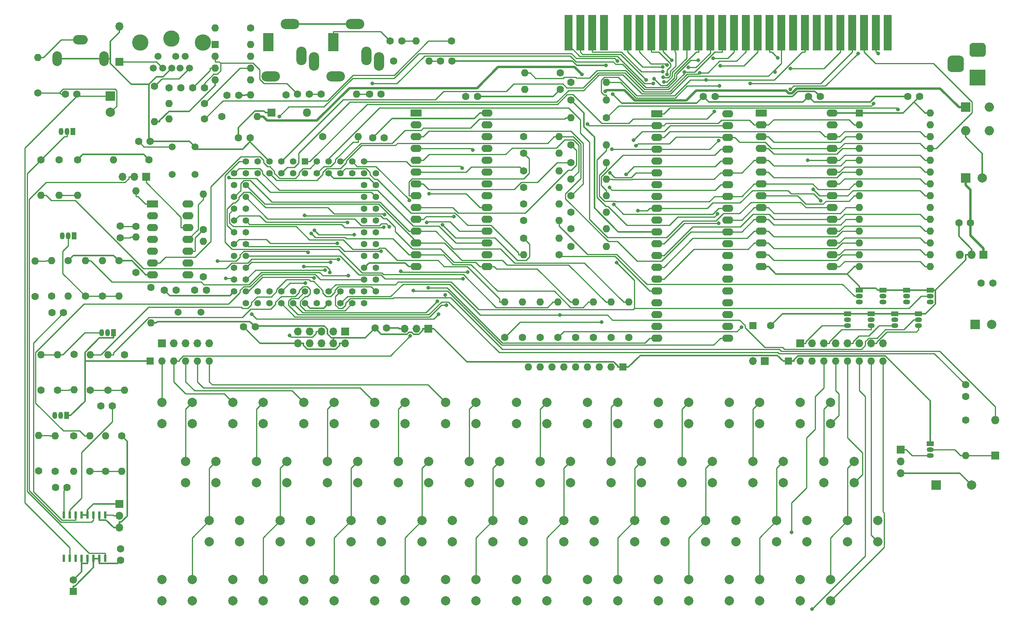
<source format=gbr>
G04 #@! TF.GenerationSoftware,KiCad,Pcbnew,5.0.0-rc2-be01b52~65~ubuntu18.04.1*
G04 #@! TF.CreationDate,2018-06-08T14:45:29+04:00*
G04 #@! TF.ProjectId,max48_ISSUE4,6D617834385F4953535545342E6B6963,rev?*
G04 #@! TF.SameCoordinates,Original*
G04 #@! TF.FileFunction,Copper,L1,Top,Signal*
G04 #@! TF.FilePolarity,Positive*
%FSLAX46Y46*%
G04 Gerber Fmt 4.6, Leading zero omitted, Abs format (unit mm)*
G04 Created by KiCad (PCBNEW 5.0.0-rc2-be01b52~65~ubuntu18.04.1) date Fri Jun  8 14:45:29 2018*
%MOMM*%
%LPD*%
G01*
G04 APERTURE LIST*
G04 #@! TA.AperFunction,ComponentPad*
%ADD10C,1.500000*%
G04 #@! TD*
G04 #@! TA.AperFunction,ConnectorPad*
%ADD11R,1.778000X7.620000*%
G04 #@! TD*
G04 #@! TA.AperFunction,ComponentPad*
%ADD12R,2.400000X1.600000*%
G04 #@! TD*
G04 #@! TA.AperFunction,ComponentPad*
%ADD13O,2.400000X1.600000*%
G04 #@! TD*
G04 #@! TA.AperFunction,ComponentPad*
%ADD14R,1.600000X1.600000*%
G04 #@! TD*
G04 #@! TA.AperFunction,ComponentPad*
%ADD15C,1.600000*%
G04 #@! TD*
G04 #@! TA.AperFunction,ComponentPad*
%ADD16R,1.500000X1.050000*%
G04 #@! TD*
G04 #@! TA.AperFunction,ComponentPad*
%ADD17O,1.500000X1.050000*%
G04 #@! TD*
G04 #@! TA.AperFunction,ComponentPad*
%ADD18C,2.000000*%
G04 #@! TD*
G04 #@! TA.AperFunction,ComponentPad*
%ADD19O,1.600000X1.600000*%
G04 #@! TD*
G04 #@! TA.AperFunction,ComponentPad*
%ADD20R,2.000000X2.000000*%
G04 #@! TD*
G04 #@! TA.AperFunction,ComponentPad*
%ADD21O,2.000000X2.000000*%
G04 #@! TD*
G04 #@! TA.AperFunction,ComponentPad*
%ADD22R,3.500000X3.500000*%
G04 #@! TD*
G04 #@! TA.AperFunction,Conductor*
%ADD23C,0.100000*%
G04 #@! TD*
G04 #@! TA.AperFunction,ComponentPad*
%ADD24C,3.000000*%
G04 #@! TD*
G04 #@! TA.AperFunction,ComponentPad*
%ADD25C,3.500000*%
G04 #@! TD*
G04 #@! TA.AperFunction,ComponentPad*
%ADD26R,1.800000X1.800000*%
G04 #@! TD*
G04 #@! TA.AperFunction,ComponentPad*
%ADD27O,1.800000X1.800000*%
G04 #@! TD*
G04 #@! TA.AperFunction,ComponentPad*
%ADD28R,2.200000X4.000000*%
G04 #@! TD*
G04 #@! TA.AperFunction,ComponentPad*
%ADD29O,4.000000X2.200000*%
G04 #@! TD*
G04 #@! TA.AperFunction,ComponentPad*
%ADD30O,2.200000X4.000000*%
G04 #@! TD*
G04 #@! TA.AperFunction,ComponentPad*
%ADD31R,1.700000X1.700000*%
G04 #@! TD*
G04 #@! TA.AperFunction,ComponentPad*
%ADD32O,1.700000X1.700000*%
G04 #@! TD*
G04 #@! TA.AperFunction,ComponentPad*
%ADD33C,1.422400*%
G04 #@! TD*
G04 #@! TA.AperFunction,ComponentPad*
%ADD34R,1.422400X1.422400*%
G04 #@! TD*
G04 #@! TA.AperFunction,ComponentPad*
%ADD35O,1.050000X1.500000*%
G04 #@! TD*
G04 #@! TA.AperFunction,ComponentPad*
%ADD36R,1.050000X1.500000*%
G04 #@! TD*
G04 #@! TA.AperFunction,SMDPad,CuDef*
%ADD37R,0.600000X1.500000*%
G04 #@! TD*
G04 #@! TA.AperFunction,ComponentPad*
%ADD38O,1.998980X3.197860*%
G04 #@! TD*
G04 #@! TA.AperFunction,ComponentPad*
%ADD39O,3.197860X1.998980*%
G04 #@! TD*
G04 #@! TA.AperFunction,ViaPad*
%ADD40C,3.500120*%
G04 #@! TD*
G04 #@! TA.AperFunction,ComponentPad*
%ADD41C,1.501140*%
G04 #@! TD*
G04 #@! TA.AperFunction,ViaPad*
%ADD42C,0.800000*%
G04 #@! TD*
G04 #@! TA.AperFunction,Conductor*
%ADD43C,0.250000*%
G04 #@! TD*
G04 #@! TA.AperFunction,Conductor*
%ADD44C,0.300000*%
G04 #@! TD*
G04 #@! TA.AperFunction,Conductor*
%ADD45C,0.500000*%
G04 #@! TD*
G04 APERTURE END LIST*
D10*
G04 #@! TO.P,Y1,2*
G04 #@! TO.N,Net-(R30-Pad1)*
X66749000Y-57658000D03*
G04 #@! TO.P,Y1,1*
G04 #@! TO.N,Net-(R29-Pad2)*
X61849000Y-57658000D03*
G04 #@! TD*
D11*
G04 #@! TO.P,J3,B28*
G04 #@! TO.N,N/C*
X215592000Y-27154500D03*
G04 #@! TO.P,J3,B27*
G04 #@! TO.N,A10*
X213052000Y-27154500D03*
G04 #@! TO.P,J3,B26*
G04 #@! TO.N,A8*
X210512000Y-27154500D03*
G04 #@! TO.P,J3,B25*
G04 #@! TO.N,RFSH*
X207972000Y-27154500D03*
G04 #@! TO.P,J3,B24*
G04 #@! TO.N,M1*
X205432000Y-27154500D03*
G04 #@! TO.P,J3,B23*
G04 #@! TO.N,N/C*
X202892000Y-27154500D03*
G04 #@! TO.P,J3,B22*
X200352000Y-27154500D03*
G04 #@! TO.P,J3,B21*
G04 #@! TO.N,WAIT*
X197812000Y-27154500D03*
G04 #@! TO.P,J3,B20*
G04 #@! TO.N,N/C*
X195272000Y-27154500D03*
G04 #@! TO.P,J3,B19*
G04 #@! TO.N,WR*
X192732000Y-27154500D03*
G04 #@! TO.P,J3,B18*
G04 #@! TO.N,RD*
X190192000Y-27154500D03*
G04 #@! TO.P,J3,B17*
G04 #@! TO.N,IORQ*
X187652000Y-27154500D03*
G04 #@! TO.P,J3,B16*
G04 #@! TO.N,MREQ*
X185112000Y-27154500D03*
G04 #@! TO.P,J3,B15*
G04 #@! TO.N,HALT*
X182572000Y-27154500D03*
G04 #@! TO.P,J3,B14*
G04 #@! TO.N,NMI*
X180032000Y-27154500D03*
G04 #@! TO.P,J3,B13*
G04 #@! TO.N,INT*
X177492000Y-27154500D03*
G04 #@! TO.P,J3,B12*
G04 #@! TO.N,D4*
X174952000Y-27154500D03*
G04 #@! TO.P,J3,B11*
G04 #@! TO.N,D3*
X172412000Y-27154500D03*
G04 #@! TO.P,J3,B10*
G04 #@! TO.N,D5*
X169872000Y-27154500D03*
G04 #@! TO.P,J3,B9*
G04 #@! TO.N,D6*
X167332000Y-27154500D03*
G04 #@! TO.P,J3,B8*
G04 #@! TO.N,D2*
X164792000Y-27154500D03*
G04 #@! TO.P,J3,B7*
G04 #@! TO.N,D1*
X162252000Y-27154500D03*
G04 #@! TO.P,J3,B6*
G04 #@! TO.N,D0*
X159712000Y-27154500D03*
G04 #@! TO.P,J3,B4*
G04 #@! TO.N,N/C*
X154632000Y-27154500D03*
G04 #@! TO.P,J3,B3*
G04 #@! TO.N,D7*
X152092000Y-27154500D03*
G04 #@! TO.P,J3,B2*
G04 #@! TO.N,A13*
X149552000Y-27154500D03*
G04 #@! TO.P,J3,B1*
G04 #@! TO.N,A15*
X147012000Y-27154500D03*
G04 #@! TD*
D12*
G04 #@! TO.P,U1,1*
G04 #@! TO.N,A11*
X165989000Y-44577000D03*
D13*
G04 #@! TO.P,U1,21*
G04 #@! TO.N,RD*
X181229000Y-92837000D03*
G04 #@! TO.P,U1,2*
G04 #@! TO.N,A12*
X165989000Y-47117000D03*
G04 #@! TO.P,U1,22*
G04 #@! TO.N,WR*
X181229000Y-90297000D03*
G04 #@! TO.P,U1,3*
G04 #@! TO.N,A13*
X165989000Y-49657000D03*
G04 #@! TO.P,U1,23*
G04 #@! TO.N,BUSACK*
X181229000Y-87757000D03*
G04 #@! TO.P,U1,4*
G04 #@! TO.N,A14*
X165989000Y-52197000D03*
G04 #@! TO.P,U1,24*
G04 #@! TO.N,WAIT*
X181229000Y-85217000D03*
G04 #@! TO.P,U1,5*
G04 #@! TO.N,A15*
X165989000Y-54737000D03*
G04 #@! TO.P,U1,25*
G04 #@! TO.N,BUSRQ*
X181229000Y-82677000D03*
G04 #@! TO.P,U1,6*
G04 #@! TO.N,CLK*
X165989000Y-57277000D03*
G04 #@! TO.P,U1,26*
G04 #@! TO.N,~RESET*
X181229000Y-80137000D03*
G04 #@! TO.P,U1,7*
G04 #@! TO.N,D4*
X165989000Y-59817000D03*
G04 #@! TO.P,U1,27*
G04 #@! TO.N,M1*
X181229000Y-77597000D03*
G04 #@! TO.P,U1,8*
G04 #@! TO.N,D3*
X165989000Y-62357000D03*
G04 #@! TO.P,U1,28*
G04 #@! TO.N,RFSH*
X181229000Y-75057000D03*
G04 #@! TO.P,U1,9*
G04 #@! TO.N,D5*
X165989000Y-64897000D03*
G04 #@! TO.P,U1,29*
G04 #@! TO.N,GND*
X181229000Y-72517000D03*
G04 #@! TO.P,U1,10*
G04 #@! TO.N,D6*
X165989000Y-67437000D03*
G04 #@! TO.P,U1,30*
G04 #@! TO.N,A0*
X181229000Y-69977000D03*
G04 #@! TO.P,U1,11*
G04 #@! TO.N,+5V*
X165989000Y-69977000D03*
G04 #@! TO.P,U1,31*
G04 #@! TO.N,A1*
X181229000Y-67437000D03*
G04 #@! TO.P,U1,12*
G04 #@! TO.N,D2*
X165989000Y-72517000D03*
G04 #@! TO.P,U1,32*
G04 #@! TO.N,A2*
X181229000Y-64897000D03*
G04 #@! TO.P,U1,13*
G04 #@! TO.N,D7*
X165989000Y-75057000D03*
G04 #@! TO.P,U1,33*
G04 #@! TO.N,A3*
X181229000Y-62357000D03*
G04 #@! TO.P,U1,14*
G04 #@! TO.N,D0*
X165989000Y-77597000D03*
G04 #@! TO.P,U1,34*
G04 #@! TO.N,A4*
X181229000Y-59817000D03*
G04 #@! TO.P,U1,15*
G04 #@! TO.N,D1*
X165989000Y-80137000D03*
G04 #@! TO.P,U1,35*
G04 #@! TO.N,A5*
X181229000Y-57277000D03*
G04 #@! TO.P,U1,16*
G04 #@! TO.N,INT*
X165989000Y-82677000D03*
G04 #@! TO.P,U1,36*
G04 #@! TO.N,A6*
X181229000Y-54737000D03*
G04 #@! TO.P,U1,17*
G04 #@! TO.N,NMI*
X165989000Y-85217000D03*
G04 #@! TO.P,U1,37*
G04 #@! TO.N,A7*
X181229000Y-52197000D03*
G04 #@! TO.P,U1,18*
G04 #@! TO.N,HALT*
X165989000Y-87757000D03*
G04 #@! TO.P,U1,38*
G04 #@! TO.N,A8*
X181229000Y-49657000D03*
G04 #@! TO.P,U1,19*
G04 #@! TO.N,MREQ*
X165989000Y-90297000D03*
G04 #@! TO.P,U1,39*
G04 #@! TO.N,A9*
X181229000Y-47117000D03*
G04 #@! TO.P,U1,20*
G04 #@! TO.N,IORQ*
X165989000Y-92837000D03*
G04 #@! TO.P,U1,40*
G04 #@! TO.N,A10*
X181229000Y-44577000D03*
G04 #@! TD*
D14*
G04 #@! TO.P,C1,1*
G04 #@! TO.N,~RESET*
X186690000Y-90170000D03*
D15*
G04 #@! TO.P,C1,2*
G04 #@! TO.N,GND*
X190490000Y-90170000D03*
G04 #@! TD*
D16*
G04 #@! TO.P,Q1,1*
G04 #@! TO.N,GND*
X207010000Y-87630000D03*
D17*
G04 #@! TO.P,Q1,3*
G04 #@! TO.N,S0*
X207010000Y-90170000D03*
G04 #@! TO.P,Q1,2*
G04 #@! TO.N,A11*
X207010000Y-88900000D03*
G04 #@! TD*
G04 #@! TO.P,Q2,2*
G04 #@! TO.N,A10*
X209550000Y-83820000D03*
G04 #@! TO.P,Q2,3*
G04 #@! TO.N,S1*
X209550000Y-85090000D03*
D16*
G04 #@! TO.P,Q2,1*
G04 #@! TO.N,GND*
X209550000Y-82550000D03*
G04 #@! TD*
G04 #@! TO.P,Q3,1*
G04 #@! TO.N,GND*
X212090000Y-87630000D03*
D17*
G04 #@! TO.P,Q3,3*
G04 #@! TO.N,S2*
X212090000Y-90170000D03*
G04 #@! TO.P,Q3,2*
G04 #@! TO.N,A9*
X212090000Y-88900000D03*
G04 #@! TD*
G04 #@! TO.P,Q4,2*
G04 #@! TO.N,A12*
X214630000Y-83820000D03*
G04 #@! TO.P,Q4,3*
G04 #@! TO.N,S3*
X214630000Y-85090000D03*
D16*
G04 #@! TO.P,Q4,1*
G04 #@! TO.N,GND*
X214630000Y-82550000D03*
G04 #@! TD*
G04 #@! TO.P,Q5,1*
G04 #@! TO.N,GND*
X217170000Y-87630000D03*
D17*
G04 #@! TO.P,Q5,3*
G04 #@! TO.N,S4*
X217170000Y-90170000D03*
G04 #@! TO.P,Q5,2*
G04 #@! TO.N,A13*
X217170000Y-88900000D03*
G04 #@! TD*
G04 #@! TO.P,Q6,2*
G04 #@! TO.N,A8*
X219710000Y-83820000D03*
G04 #@! TO.P,Q6,3*
G04 #@! TO.N,S5*
X219710000Y-85090000D03*
D16*
G04 #@! TO.P,Q6,1*
G04 #@! TO.N,GND*
X219710000Y-82550000D03*
G04 #@! TD*
G04 #@! TO.P,Q7,1*
G04 #@! TO.N,GND*
X222250000Y-87630000D03*
D17*
G04 #@! TO.P,Q7,3*
G04 #@! TO.N,S6*
X222250000Y-90170000D03*
G04 #@! TO.P,Q7,2*
G04 #@! TO.N,A14*
X222250000Y-88900000D03*
G04 #@! TD*
G04 #@! TO.P,Q8,2*
G04 #@! TO.N,A15*
X224790000Y-83820000D03*
G04 #@! TO.P,Q8,3*
G04 #@! TO.N,S7*
X224790000Y-85090000D03*
D16*
G04 #@! TO.P,Q8,1*
G04 #@! TO.N,GND*
X224790000Y-82550000D03*
G04 #@! TD*
D18*
G04 #@! TO.P,SW1,2*
G04 #@! TO.N,S0*
X59690000Y-111180000D03*
G04 #@! TO.P,SW1,1*
G04 #@! TO.N,KB0*
X59690000Y-106680000D03*
G04 #@! TO.P,SW1,2*
G04 #@! TO.N,S0*
X66190000Y-111180000D03*
G04 #@! TO.P,SW1,1*
G04 #@! TO.N,KB0*
X66190000Y-106680000D03*
G04 #@! TD*
G04 #@! TO.P,SW2,1*
G04 #@! TO.N,KB1*
X81430000Y-106680000D03*
G04 #@! TO.P,SW2,2*
G04 #@! TO.N,S0*
X81430000Y-111180000D03*
G04 #@! TO.P,SW2,1*
G04 #@! TO.N,KB1*
X74930000Y-106680000D03*
G04 #@! TO.P,SW2,2*
G04 #@! TO.N,S0*
X74930000Y-111180000D03*
G04 #@! TD*
G04 #@! TO.P,SW3,2*
G04 #@! TO.N,S0*
X90170000Y-111180000D03*
G04 #@! TO.P,SW3,1*
G04 #@! TO.N,KB2*
X90170000Y-106680000D03*
G04 #@! TO.P,SW3,2*
G04 #@! TO.N,S0*
X96670000Y-111180000D03*
G04 #@! TO.P,SW3,1*
G04 #@! TO.N,KB2*
X96670000Y-106680000D03*
G04 #@! TD*
G04 #@! TO.P,SW4,1*
G04 #@! TO.N,KB3*
X111910000Y-106680000D03*
G04 #@! TO.P,SW4,2*
G04 #@! TO.N,S0*
X111910000Y-111180000D03*
G04 #@! TO.P,SW4,1*
G04 #@! TO.N,KB3*
X105410000Y-106680000D03*
G04 #@! TO.P,SW4,2*
G04 #@! TO.N,S0*
X105410000Y-111180000D03*
G04 #@! TD*
G04 #@! TO.P,SW5,2*
G04 #@! TO.N,S0*
X120650000Y-111180000D03*
G04 #@! TO.P,SW5,1*
G04 #@! TO.N,KB4*
X120650000Y-106680000D03*
G04 #@! TO.P,SW5,2*
G04 #@! TO.N,S0*
X127150000Y-111180000D03*
G04 #@! TO.P,SW5,1*
G04 #@! TO.N,KB4*
X127150000Y-106680000D03*
G04 #@! TD*
G04 #@! TO.P,SW6,2*
G04 #@! TO.N,S3*
X135890000Y-111180000D03*
G04 #@! TO.P,SW6,1*
G04 #@! TO.N,KB4*
X135890000Y-106680000D03*
G04 #@! TO.P,SW6,2*
G04 #@! TO.N,S3*
X142390000Y-111180000D03*
G04 #@! TO.P,SW6,1*
G04 #@! TO.N,KB4*
X142390000Y-106680000D03*
G04 #@! TD*
G04 #@! TO.P,SW7,1*
G04 #@! TO.N,KB3*
X157630000Y-106680000D03*
G04 #@! TO.P,SW7,2*
G04 #@! TO.N,S3*
X157630000Y-111180000D03*
G04 #@! TO.P,SW7,1*
G04 #@! TO.N,KB3*
X151130000Y-106680000D03*
G04 #@! TO.P,SW7,2*
G04 #@! TO.N,S3*
X151130000Y-111180000D03*
G04 #@! TD*
G04 #@! TO.P,SW8,2*
G04 #@! TO.N,S3*
X166370000Y-111180000D03*
G04 #@! TO.P,SW8,1*
G04 #@! TO.N,KB2*
X166370000Y-106680000D03*
G04 #@! TO.P,SW8,2*
G04 #@! TO.N,S3*
X172870000Y-111180000D03*
G04 #@! TO.P,SW8,1*
G04 #@! TO.N,KB2*
X172870000Y-106680000D03*
G04 #@! TD*
G04 #@! TO.P,SW9,1*
G04 #@! TO.N,KB1*
X188110000Y-106680000D03*
G04 #@! TO.P,SW9,2*
G04 #@! TO.N,S3*
X188110000Y-111180000D03*
G04 #@! TO.P,SW9,1*
G04 #@! TO.N,KB1*
X181610000Y-106680000D03*
G04 #@! TO.P,SW9,2*
G04 #@! TO.N,S3*
X181610000Y-111180000D03*
G04 #@! TD*
G04 #@! TO.P,SW10,2*
G04 #@! TO.N,S3*
X196850000Y-111180000D03*
G04 #@! TO.P,SW10,1*
G04 #@! TO.N,KB0*
X196850000Y-106680000D03*
G04 #@! TO.P,SW10,2*
G04 #@! TO.N,S3*
X203350000Y-111180000D03*
G04 #@! TO.P,SW10,1*
G04 #@! TO.N,KB0*
X203350000Y-106680000D03*
G04 #@! TD*
G04 #@! TO.P,SW11,1*
G04 #@! TO.N,KB0*
X71270000Y-119380000D03*
G04 #@! TO.P,SW11,2*
G04 #@! TO.N,S1*
X71270000Y-123880000D03*
G04 #@! TO.P,SW11,1*
G04 #@! TO.N,KB0*
X64770000Y-119380000D03*
G04 #@! TO.P,SW11,2*
G04 #@! TO.N,S1*
X64770000Y-123880000D03*
G04 #@! TD*
G04 #@! TO.P,SW12,2*
G04 #@! TO.N,S1*
X80010000Y-123880000D03*
G04 #@! TO.P,SW12,1*
G04 #@! TO.N,KB1*
X80010000Y-119380000D03*
G04 #@! TO.P,SW12,2*
G04 #@! TO.N,S1*
X86510000Y-123880000D03*
G04 #@! TO.P,SW12,1*
G04 #@! TO.N,KB1*
X86510000Y-119380000D03*
G04 #@! TD*
G04 #@! TO.P,SW13,1*
G04 #@! TO.N,KB2*
X101750000Y-119380000D03*
G04 #@! TO.P,SW13,2*
G04 #@! TO.N,S1*
X101750000Y-123880000D03*
G04 #@! TO.P,SW13,1*
G04 #@! TO.N,KB2*
X95250000Y-119380000D03*
G04 #@! TO.P,SW13,2*
G04 #@! TO.N,S1*
X95250000Y-123880000D03*
G04 #@! TD*
G04 #@! TO.P,SW14,2*
G04 #@! TO.N,S1*
X110490000Y-123880000D03*
G04 #@! TO.P,SW14,1*
G04 #@! TO.N,KB3*
X110490000Y-119380000D03*
G04 #@! TO.P,SW14,2*
G04 #@! TO.N,S1*
X116990000Y-123880000D03*
G04 #@! TO.P,SW14,1*
G04 #@! TO.N,KB3*
X116990000Y-119380000D03*
G04 #@! TD*
G04 #@! TO.P,SW15,1*
G04 #@! TO.N,KB4*
X132230000Y-119380000D03*
G04 #@! TO.P,SW15,2*
G04 #@! TO.N,S1*
X132230000Y-123880000D03*
G04 #@! TO.P,SW15,1*
G04 #@! TO.N,KB4*
X125730000Y-119380000D03*
G04 #@! TO.P,SW15,2*
G04 #@! TO.N,S1*
X125730000Y-123880000D03*
G04 #@! TD*
G04 #@! TO.P,SW16,1*
G04 #@! TO.N,KB4*
X147470000Y-119380000D03*
G04 #@! TO.P,SW16,2*
G04 #@! TO.N,S4*
X147470000Y-123880000D03*
G04 #@! TO.P,SW16,1*
G04 #@! TO.N,KB4*
X140970000Y-119380000D03*
G04 #@! TO.P,SW16,2*
G04 #@! TO.N,S4*
X140970000Y-123880000D03*
G04 #@! TD*
G04 #@! TO.P,SW17,2*
G04 #@! TO.N,S4*
X156210000Y-123880000D03*
G04 #@! TO.P,SW17,1*
G04 #@! TO.N,KB3*
X156210000Y-119380000D03*
G04 #@! TO.P,SW17,2*
G04 #@! TO.N,S4*
X162710000Y-123880000D03*
G04 #@! TO.P,SW17,1*
G04 #@! TO.N,KB3*
X162710000Y-119380000D03*
G04 #@! TD*
G04 #@! TO.P,SW18,1*
G04 #@! TO.N,KB2*
X177950000Y-119380000D03*
G04 #@! TO.P,SW18,2*
G04 #@! TO.N,S4*
X177950000Y-123880000D03*
G04 #@! TO.P,SW18,1*
G04 #@! TO.N,KB2*
X171450000Y-119380000D03*
G04 #@! TO.P,SW18,2*
G04 #@! TO.N,S4*
X171450000Y-123880000D03*
G04 #@! TD*
G04 #@! TO.P,SW19,2*
G04 #@! TO.N,S4*
X186690000Y-123880000D03*
G04 #@! TO.P,SW19,1*
G04 #@! TO.N,KB1*
X186690000Y-119380000D03*
G04 #@! TO.P,SW19,2*
G04 #@! TO.N,S4*
X193190000Y-123880000D03*
G04 #@! TO.P,SW19,1*
G04 #@! TO.N,KB1*
X193190000Y-119380000D03*
G04 #@! TD*
G04 #@! TO.P,SW20,1*
G04 #@! TO.N,KB0*
X208430000Y-119380000D03*
G04 #@! TO.P,SW20,2*
G04 #@! TO.N,S4*
X208430000Y-123880000D03*
G04 #@! TO.P,SW20,1*
G04 #@! TO.N,KB0*
X201930000Y-119380000D03*
G04 #@! TO.P,SW20,2*
G04 #@! TO.N,S4*
X201930000Y-123880000D03*
G04 #@! TD*
G04 #@! TO.P,SW21,1*
G04 #@! TO.N,KB0*
X76350000Y-132080000D03*
G04 #@! TO.P,SW21,2*
G04 #@! TO.N,S2*
X76350000Y-136580000D03*
G04 #@! TO.P,SW21,1*
G04 #@! TO.N,KB0*
X69850000Y-132080000D03*
G04 #@! TO.P,SW21,2*
G04 #@! TO.N,S2*
X69850000Y-136580000D03*
G04 #@! TD*
G04 #@! TO.P,SW22,2*
G04 #@! TO.N,S2*
X85090000Y-136580000D03*
G04 #@! TO.P,SW22,1*
G04 #@! TO.N,KB1*
X85090000Y-132080000D03*
G04 #@! TO.P,SW22,2*
G04 #@! TO.N,S2*
X91590000Y-136580000D03*
G04 #@! TO.P,SW22,1*
G04 #@! TO.N,KB1*
X91590000Y-132080000D03*
G04 #@! TD*
G04 #@! TO.P,SW23,1*
G04 #@! TO.N,KB2*
X106830000Y-132080000D03*
G04 #@! TO.P,SW23,2*
G04 #@! TO.N,S2*
X106830000Y-136580000D03*
G04 #@! TO.P,SW23,1*
G04 #@! TO.N,KB2*
X100330000Y-132080000D03*
G04 #@! TO.P,SW23,2*
G04 #@! TO.N,S2*
X100330000Y-136580000D03*
G04 #@! TD*
G04 #@! TO.P,SW24,2*
G04 #@! TO.N,S2*
X115570000Y-136580000D03*
G04 #@! TO.P,SW24,1*
G04 #@! TO.N,KB3*
X115570000Y-132080000D03*
G04 #@! TO.P,SW24,2*
G04 #@! TO.N,S2*
X122070000Y-136580000D03*
G04 #@! TO.P,SW24,1*
G04 #@! TO.N,KB3*
X122070000Y-132080000D03*
G04 #@! TD*
G04 #@! TO.P,SW25,1*
G04 #@! TO.N,KB4*
X137310000Y-132080000D03*
G04 #@! TO.P,SW25,2*
G04 #@! TO.N,S2*
X137310000Y-136580000D03*
G04 #@! TO.P,SW25,1*
G04 #@! TO.N,KB4*
X130810000Y-132080000D03*
G04 #@! TO.P,SW25,2*
G04 #@! TO.N,S2*
X130810000Y-136580000D03*
G04 #@! TD*
G04 #@! TO.P,SW26,1*
G04 #@! TO.N,KB4*
X152550000Y-132080000D03*
G04 #@! TO.P,SW26,2*
G04 #@! TO.N,S6*
X152550000Y-136580000D03*
G04 #@! TO.P,SW26,1*
G04 #@! TO.N,KB4*
X146050000Y-132080000D03*
G04 #@! TO.P,SW26,2*
G04 #@! TO.N,S6*
X146050000Y-136580000D03*
G04 #@! TD*
G04 #@! TO.P,SW27,2*
G04 #@! TO.N,S6*
X161290000Y-136580000D03*
G04 #@! TO.P,SW27,1*
G04 #@! TO.N,KB3*
X161290000Y-132080000D03*
G04 #@! TO.P,SW27,2*
G04 #@! TO.N,S6*
X167790000Y-136580000D03*
G04 #@! TO.P,SW27,1*
G04 #@! TO.N,KB3*
X167790000Y-132080000D03*
G04 #@! TD*
G04 #@! TO.P,SW28,1*
G04 #@! TO.N,KB2*
X183030000Y-132080000D03*
G04 #@! TO.P,SW28,2*
G04 #@! TO.N,S6*
X183030000Y-136580000D03*
G04 #@! TO.P,SW28,1*
G04 #@! TO.N,KB2*
X176530000Y-132080000D03*
G04 #@! TO.P,SW28,2*
G04 #@! TO.N,S6*
X176530000Y-136580000D03*
G04 #@! TD*
G04 #@! TO.P,SW29,2*
G04 #@! TO.N,S6*
X191770000Y-136580000D03*
G04 #@! TO.P,SW29,1*
G04 #@! TO.N,KB1*
X191770000Y-132080000D03*
G04 #@! TO.P,SW29,2*
G04 #@! TO.N,S6*
X198270000Y-136580000D03*
G04 #@! TO.P,SW29,1*
G04 #@! TO.N,KB1*
X198270000Y-132080000D03*
G04 #@! TD*
G04 #@! TO.P,SW30,1*
G04 #@! TO.N,KB0*
X213510000Y-132080000D03*
G04 #@! TO.P,SW30,2*
G04 #@! TO.N,S6*
X213510000Y-136580000D03*
G04 #@! TO.P,SW30,1*
G04 #@! TO.N,KB0*
X207010000Y-132080000D03*
G04 #@! TO.P,SW30,2*
G04 #@! TO.N,S6*
X207010000Y-136580000D03*
G04 #@! TD*
G04 #@! TO.P,SW31,2*
G04 #@! TO.N,S5*
X59690000Y-149280000D03*
G04 #@! TO.P,SW31,1*
G04 #@! TO.N,KB0*
X59690000Y-144780000D03*
G04 #@! TO.P,SW31,2*
G04 #@! TO.N,S5*
X66190000Y-149280000D03*
G04 #@! TO.P,SW31,1*
G04 #@! TO.N,KB0*
X66190000Y-144780000D03*
G04 #@! TD*
G04 #@! TO.P,SW32,1*
G04 #@! TO.N,KB1*
X81430000Y-144780000D03*
G04 #@! TO.P,SW32,2*
G04 #@! TO.N,S5*
X81430000Y-149280000D03*
G04 #@! TO.P,SW32,1*
G04 #@! TO.N,KB1*
X74930000Y-144780000D03*
G04 #@! TO.P,SW32,2*
G04 #@! TO.N,S5*
X74930000Y-149280000D03*
G04 #@! TD*
G04 #@! TO.P,SW33,2*
G04 #@! TO.N,S5*
X90170000Y-149280000D03*
G04 #@! TO.P,SW33,1*
G04 #@! TO.N,KB2*
X90170000Y-144780000D03*
G04 #@! TO.P,SW33,2*
G04 #@! TO.N,S5*
X96670000Y-149280000D03*
G04 #@! TO.P,SW33,1*
G04 #@! TO.N,KB2*
X96670000Y-144780000D03*
G04 #@! TD*
G04 #@! TO.P,SW34,1*
G04 #@! TO.N,KB3*
X111910000Y-144780000D03*
G04 #@! TO.P,SW34,2*
G04 #@! TO.N,S5*
X111910000Y-149280000D03*
G04 #@! TO.P,SW34,1*
G04 #@! TO.N,KB3*
X105410000Y-144780000D03*
G04 #@! TO.P,SW34,2*
G04 #@! TO.N,S5*
X105410000Y-149280000D03*
G04 #@! TD*
G04 #@! TO.P,SW35,2*
G04 #@! TO.N,S5*
X120650000Y-149280000D03*
G04 #@! TO.P,SW35,1*
G04 #@! TO.N,KB4*
X120650000Y-144780000D03*
G04 #@! TO.P,SW35,2*
G04 #@! TO.N,S5*
X127150000Y-149280000D03*
G04 #@! TO.P,SW35,1*
G04 #@! TO.N,KB4*
X127150000Y-144780000D03*
G04 #@! TD*
G04 #@! TO.P,SW36,2*
G04 #@! TO.N,S7*
X135890000Y-149280000D03*
G04 #@! TO.P,SW36,1*
G04 #@! TO.N,KB4*
X135890000Y-144780000D03*
G04 #@! TO.P,SW36,2*
G04 #@! TO.N,S7*
X142390000Y-149280000D03*
G04 #@! TO.P,SW36,1*
G04 #@! TO.N,KB4*
X142390000Y-144780000D03*
G04 #@! TD*
G04 #@! TO.P,SW37,1*
G04 #@! TO.N,KB3*
X157630000Y-144780000D03*
G04 #@! TO.P,SW37,2*
G04 #@! TO.N,S7*
X157630000Y-149280000D03*
G04 #@! TO.P,SW37,1*
G04 #@! TO.N,KB3*
X151130000Y-144780000D03*
G04 #@! TO.P,SW37,2*
G04 #@! TO.N,S7*
X151130000Y-149280000D03*
G04 #@! TD*
G04 #@! TO.P,SW38,2*
G04 #@! TO.N,S7*
X166370000Y-149280000D03*
G04 #@! TO.P,SW38,1*
G04 #@! TO.N,KB2*
X166370000Y-144780000D03*
G04 #@! TO.P,SW38,2*
G04 #@! TO.N,S7*
X172870000Y-149280000D03*
G04 #@! TO.P,SW38,1*
G04 #@! TO.N,KB2*
X172870000Y-144780000D03*
G04 #@! TD*
G04 #@! TO.P,SW39,1*
G04 #@! TO.N,KB1*
X188110000Y-144780000D03*
G04 #@! TO.P,SW39,2*
G04 #@! TO.N,S7*
X188110000Y-149280000D03*
G04 #@! TO.P,SW39,1*
G04 #@! TO.N,KB1*
X181610000Y-144780000D03*
G04 #@! TO.P,SW39,2*
G04 #@! TO.N,S7*
X181610000Y-149280000D03*
G04 #@! TD*
G04 #@! TO.P,SW40,2*
G04 #@! TO.N,S7*
X196850000Y-149280000D03*
G04 #@! TO.P,SW40,1*
G04 #@! TO.N,KB0*
X196850000Y-144780000D03*
G04 #@! TO.P,SW40,2*
G04 #@! TO.N,S7*
X203350000Y-149280000D03*
G04 #@! TO.P,SW40,1*
G04 #@! TO.N,KB0*
X203350000Y-144780000D03*
G04 #@! TD*
D14*
G04 #@! TO.P,RN1,1*
G04 #@! TO.N,+5V*
X194310000Y-97790000D03*
D19*
G04 #@! TO.P,RN1,2*
G04 #@! TO.N,S0*
X196850000Y-97790000D03*
G04 #@! TO.P,RN1,3*
G04 #@! TO.N,S1*
X199390000Y-97790000D03*
G04 #@! TO.P,RN1,4*
G04 #@! TO.N,S2*
X201930000Y-97790000D03*
G04 #@! TO.P,RN1,5*
G04 #@! TO.N,S3*
X204470000Y-97790000D03*
G04 #@! TO.P,RN1,6*
G04 #@! TO.N,S4*
X207010000Y-97790000D03*
G04 #@! TO.P,RN1,7*
G04 #@! TO.N,S5*
X209550000Y-97790000D03*
G04 #@! TO.P,RN1,8*
G04 #@! TO.N,S6*
X212090000Y-97790000D03*
G04 #@! TO.P,RN1,9*
G04 #@! TO.N,S7*
X214630000Y-97790000D03*
G04 #@! TD*
D14*
G04 #@! TO.P,RN2,1*
G04 #@! TO.N,+5V*
X57150000Y-97790000D03*
D19*
G04 #@! TO.P,RN2,2*
G04 #@! TO.N,KB0*
X59690000Y-97790000D03*
G04 #@! TO.P,RN2,3*
G04 #@! TO.N,KB1*
X62230000Y-97790000D03*
G04 #@! TO.P,RN2,4*
G04 #@! TO.N,KB2*
X64770000Y-97790000D03*
G04 #@! TO.P,RN2,5*
G04 #@! TO.N,KB3*
X67310000Y-97790000D03*
G04 #@! TO.P,RN2,6*
G04 #@! TO.N,KB4*
X69850000Y-97790000D03*
G04 #@! TD*
G04 #@! TO.P,R1,2*
G04 #@! TO.N,CLK*
X137668000Y-39370000D03*
D15*
G04 #@! TO.P,R1,1*
G04 #@! TO.N,+5V*
X145288000Y-39370000D03*
G04 #@! TD*
G04 #@! TO.P,R2,1*
G04 #@! TO.N,+5V*
X145288000Y-35814000D03*
D19*
G04 #@! TO.P,R2,2*
G04 #@! TO.N,NMI*
X137668000Y-35814000D03*
G04 #@! TD*
G04 #@! TO.P,R3,2*
G04 #@! TO.N,WAIT*
X155194000Y-41656000D03*
D15*
G04 #@! TO.P,R3,1*
G04 #@! TO.N,+5V*
X147574000Y-41656000D03*
G04 #@! TD*
G04 #@! TO.P,R4,1*
G04 #@! TO.N,+5V*
X147574000Y-37846000D03*
D19*
G04 #@! TO.P,R4,2*
G04 #@! TO.N,BUSRQ*
X155194000Y-37846000D03*
G04 #@! TD*
D20*
G04 #@! TO.P,C2,1*
G04 #@! TO.N,+9V*
X232410000Y-58420000D03*
D18*
G04 #@! TO.P,C2,2*
G04 #@! TO.N,GND*
X235910000Y-58420000D03*
G04 #@! TD*
D15*
G04 #@! TO.P,C3,1*
G04 #@! TO.N,+5V*
X235712000Y-81026000D03*
G04 #@! TO.P,C3,2*
G04 #@! TO.N,GND*
X238212000Y-81026000D03*
G04 #@! TD*
D21*
G04 #@! TO.P,D1,4*
G04 #@! TO.N,Net-(D1-Pad4)*
X237490000Y-43180000D03*
G04 #@! TO.P,D1,2*
G04 #@! TO.N,GND*
X232410000Y-48260000D03*
G04 #@! TO.P,D1,3*
G04 #@! TO.N,Net-(D1-Pad3)*
X237490000Y-48260000D03*
D20*
G04 #@! TO.P,D1,1*
G04 #@! TO.N,+9V*
X232410000Y-43180000D03*
G04 #@! TD*
D22*
G04 #@! TO.P,J4,1*
G04 #@! TO.N,Net-(D1-Pad3)*
X234950000Y-36830000D03*
D23*
G04 #@! TD*
G04 #@! TO.N,Net-(D1-Pad4)*
G04 #@! TO.C,J4*
G36*
X236023513Y-29333611D02*
X236096318Y-29344411D01*
X236167714Y-29362295D01*
X236237013Y-29387090D01*
X236303548Y-29418559D01*
X236366678Y-29456398D01*
X236425795Y-29500242D01*
X236480330Y-29549670D01*
X236529758Y-29604205D01*
X236573602Y-29663322D01*
X236611441Y-29726452D01*
X236642910Y-29792987D01*
X236667705Y-29862286D01*
X236685589Y-29933682D01*
X236696389Y-30006487D01*
X236700000Y-30080000D01*
X236700000Y-31580000D01*
X236696389Y-31653513D01*
X236685589Y-31726318D01*
X236667705Y-31797714D01*
X236642910Y-31867013D01*
X236611441Y-31933548D01*
X236573602Y-31996678D01*
X236529758Y-32055795D01*
X236480330Y-32110330D01*
X236425795Y-32159758D01*
X236366678Y-32203602D01*
X236303548Y-32241441D01*
X236237013Y-32272910D01*
X236167714Y-32297705D01*
X236096318Y-32315589D01*
X236023513Y-32326389D01*
X235950000Y-32330000D01*
X233950000Y-32330000D01*
X233876487Y-32326389D01*
X233803682Y-32315589D01*
X233732286Y-32297705D01*
X233662987Y-32272910D01*
X233596452Y-32241441D01*
X233533322Y-32203602D01*
X233474205Y-32159758D01*
X233419670Y-32110330D01*
X233370242Y-32055795D01*
X233326398Y-31996678D01*
X233288559Y-31933548D01*
X233257090Y-31867013D01*
X233232295Y-31797714D01*
X233214411Y-31726318D01*
X233203611Y-31653513D01*
X233200000Y-31580000D01*
X233200000Y-30080000D01*
X233203611Y-30006487D01*
X233214411Y-29933682D01*
X233232295Y-29862286D01*
X233257090Y-29792987D01*
X233288559Y-29726452D01*
X233326398Y-29663322D01*
X233370242Y-29604205D01*
X233419670Y-29549670D01*
X233474205Y-29500242D01*
X233533322Y-29456398D01*
X233596452Y-29418559D01*
X233662987Y-29387090D01*
X233732286Y-29362295D01*
X233803682Y-29344411D01*
X233876487Y-29333611D01*
X233950000Y-29330000D01*
X235950000Y-29330000D01*
X236023513Y-29333611D01*
X236023513Y-29333611D01*
G37*
D24*
G04 #@! TO.P,J4,2*
G04 #@! TO.N,Net-(D1-Pad4)*
X234950000Y-30830000D03*
D23*
G04 #@! TD*
G04 #@! TO.N,N/C*
G04 #@! TO.C,J4*
G36*
X231210765Y-32084213D02*
X231295704Y-32096813D01*
X231378999Y-32117677D01*
X231459848Y-32146605D01*
X231537472Y-32183319D01*
X231611124Y-32227464D01*
X231680094Y-32278616D01*
X231743718Y-32336282D01*
X231801384Y-32399906D01*
X231852536Y-32468876D01*
X231896681Y-32542528D01*
X231933395Y-32620152D01*
X231962323Y-32701001D01*
X231983187Y-32784296D01*
X231995787Y-32869235D01*
X232000000Y-32955000D01*
X232000000Y-34705000D01*
X231995787Y-34790765D01*
X231983187Y-34875704D01*
X231962323Y-34958999D01*
X231933395Y-35039848D01*
X231896681Y-35117472D01*
X231852536Y-35191124D01*
X231801384Y-35260094D01*
X231743718Y-35323718D01*
X231680094Y-35381384D01*
X231611124Y-35432536D01*
X231537472Y-35476681D01*
X231459848Y-35513395D01*
X231378999Y-35542323D01*
X231295704Y-35563187D01*
X231210765Y-35575787D01*
X231125000Y-35580000D01*
X229375000Y-35580000D01*
X229289235Y-35575787D01*
X229204296Y-35563187D01*
X229121001Y-35542323D01*
X229040152Y-35513395D01*
X228962528Y-35476681D01*
X228888876Y-35432536D01*
X228819906Y-35381384D01*
X228756282Y-35323718D01*
X228698616Y-35260094D01*
X228647464Y-35191124D01*
X228603319Y-35117472D01*
X228566605Y-35039848D01*
X228537677Y-34958999D01*
X228516813Y-34875704D01*
X228504213Y-34790765D01*
X228500000Y-34705000D01*
X228500000Y-32955000D01*
X228504213Y-32869235D01*
X228516813Y-32784296D01*
X228537677Y-32701001D01*
X228566605Y-32620152D01*
X228603319Y-32542528D01*
X228647464Y-32468876D01*
X228698616Y-32399906D01*
X228756282Y-32336282D01*
X228819906Y-32278616D01*
X228888876Y-32227464D01*
X228962528Y-32183319D01*
X229040152Y-32146605D01*
X229121001Y-32117677D01*
X229204296Y-32096813D01*
X229289235Y-32084213D01*
X229375000Y-32080000D01*
X231125000Y-32080000D01*
X231210765Y-32084213D01*
X231210765Y-32084213D01*
G37*
D25*
G04 #@! TO.P,J4,3*
G04 #@! TO.N,N/C*
X230250000Y-33830000D03*
G04 #@! TD*
D26*
G04 #@! TO.P,U2,1*
G04 #@! TO.N,+9V*
X236220000Y-74930000D03*
D27*
G04 #@! TO.P,U2,2*
G04 #@! TO.N,GND*
X233680000Y-74930000D03*
G04 #@! TO.P,U2,3*
G04 #@! TO.N,+5V*
X231140000Y-74930000D03*
G04 #@! TD*
D28*
G04 #@! TO.P,J5,1*
G04 #@! TO.N,Net-(C16-Pad1)*
X82550000Y-29210000D03*
D29*
G04 #@! TO.P,J5,4*
G04 #@! TO.N,N/C*
X83050000Y-36510000D03*
D30*
G04 #@! TO.P,J5,5*
X89650000Y-32110000D03*
G04 #@! TO.P,J5,2*
X92350000Y-33310000D03*
D29*
G04 #@! TO.P,J5,3*
G04 #@! TO.N,GND*
X87150000Y-25310000D03*
G04 #@! TD*
G04 #@! TO.P,J6,3*
G04 #@! TO.N,GND*
X101120000Y-25310000D03*
D30*
G04 #@! TO.P,J6,2*
G04 #@! TO.N,N/C*
X106320000Y-33310000D03*
G04 #@! TO.P,J6,5*
X103620000Y-32110000D03*
D29*
G04 #@! TO.P,J6,4*
X97020000Y-36510000D03*
D28*
G04 #@! TO.P,J6,1*
G04 #@! TO.N,Net-(C17-Pad1)*
X96520000Y-29210000D03*
G04 #@! TD*
D31*
G04 #@! TO.P,J8,1*
G04 #@! TO.N,GND*
X189230000Y-97790000D03*
D32*
G04 #@! TO.P,J8,2*
G04 #@! TO.N,~RESET*
X186690000Y-97790000D03*
G04 #@! TD*
D15*
G04 #@! TO.P,C4,1*
G04 #@! TO.N,EAR*
X232410000Y-102870000D03*
G04 #@! TO.P,C4,2*
G04 #@! TO.N,Net-(C4-Pad2)*
X232410000Y-105370000D03*
G04 #@! TD*
D31*
G04 #@! TO.P,J9,1*
G04 #@! TO.N,Net-(J9-Pad1)*
X218440000Y-116840000D03*
D32*
G04 #@! TO.P,J9,2*
G04 #@! TO.N,Net-(J9-Pad2)*
X218440000Y-119380000D03*
G04 #@! TO.P,J9,3*
G04 #@! TO.N,GND*
X218440000Y-121920000D03*
G04 #@! TD*
D20*
G04 #@! TO.P,LS1,1*
G04 #@! TO.N,Net-(J9-Pad2)*
X226060000Y-124460000D03*
D18*
G04 #@! TO.P,LS1,2*
G04 #@! TO.N,GND*
X233660000Y-124460000D03*
G04 #@! TD*
D17*
G04 #@! TO.P,Q9,2*
G04 #@! TO.N,Net-(D2-Pad1)*
X224790000Y-116840000D03*
G04 #@! TO.P,Q9,3*
G04 #@! TO.N,Net-(J9-Pad1)*
X224790000Y-118110000D03*
D16*
G04 #@! TO.P,Q9,1*
G04 #@! TO.N,+5V*
X224790000Y-115570000D03*
G04 #@! TD*
D15*
G04 #@! TO.P,R5,1*
G04 #@! TO.N,Net-(C4-Pad2)*
X232410000Y-110490000D03*
D19*
G04 #@! TO.P,R5,2*
G04 #@! TO.N,Net-(D2-Pad1)*
X232410000Y-118110000D03*
G04 #@! TD*
D14*
G04 #@! TO.P,RN3,1*
G04 #@! TO.N,+5V*
X158750000Y-99060000D03*
D19*
G04 #@! TO.P,RN3,2*
G04 #@! TO.N,D0*
X156210000Y-99060000D03*
G04 #@! TO.P,RN3,3*
G04 #@! TO.N,D1*
X153670000Y-99060000D03*
G04 #@! TO.P,RN3,4*
G04 #@! TO.N,D2*
X151130000Y-99060000D03*
G04 #@! TO.P,RN3,5*
G04 #@! TO.N,D3*
X148590000Y-99060000D03*
G04 #@! TO.P,RN3,6*
G04 #@! TO.N,D4*
X146050000Y-99060000D03*
G04 #@! TO.P,RN3,7*
G04 #@! TO.N,D5*
X143510000Y-99060000D03*
G04 #@! TO.P,RN3,8*
G04 #@! TO.N,D6*
X140970000Y-99060000D03*
G04 #@! TO.P,RN3,9*
G04 #@! TO.N,D7*
X138430000Y-99060000D03*
G04 #@! TD*
D14*
G04 #@! TO.P,U3,1*
G04 #@! TO.N,+5V*
X209550000Y-44450000D03*
D19*
G04 #@! TO.P,U3,15*
G04 #@! TO.N,D3*
X224790000Y-77470000D03*
G04 #@! TO.P,U3,2*
G04 #@! TO.N,A12*
X209550000Y-46990000D03*
G04 #@! TO.P,U3,16*
G04 #@! TO.N,D4*
X224790000Y-74930000D03*
G04 #@! TO.P,U3,3*
G04 #@! TO.N,A7*
X209550000Y-49530000D03*
G04 #@! TO.P,U3,17*
G04 #@! TO.N,D5*
X224790000Y-72390000D03*
G04 #@! TO.P,U3,4*
G04 #@! TO.N,A6*
X209550000Y-52070000D03*
G04 #@! TO.P,U3,18*
G04 #@! TO.N,D6*
X224790000Y-69850000D03*
G04 #@! TO.P,U3,5*
G04 #@! TO.N,A5*
X209550000Y-54610000D03*
G04 #@! TO.P,U3,19*
G04 #@! TO.N,D7*
X224790000Y-67310000D03*
G04 #@! TO.P,U3,6*
G04 #@! TO.N,A4*
X209550000Y-57150000D03*
G04 #@! TO.P,U3,20*
G04 #@! TO.N,ROM_CS*
X224790000Y-64770000D03*
G04 #@! TO.P,U3,7*
G04 #@! TO.N,A3*
X209550000Y-59690000D03*
G04 #@! TO.P,U3,21*
G04 #@! TO.N,A10*
X224790000Y-62230000D03*
G04 #@! TO.P,U3,8*
G04 #@! TO.N,A2*
X209550000Y-62230000D03*
G04 #@! TO.P,U3,22*
G04 #@! TO.N,RD*
X224790000Y-59690000D03*
G04 #@! TO.P,U3,9*
G04 #@! TO.N,A1*
X209550000Y-64770000D03*
G04 #@! TO.P,U3,23*
G04 #@! TO.N,A11*
X224790000Y-57150000D03*
G04 #@! TO.P,U3,10*
G04 #@! TO.N,A0*
X209550000Y-67310000D03*
G04 #@! TO.P,U3,24*
G04 #@! TO.N,A9*
X224790000Y-54610000D03*
G04 #@! TO.P,U3,11*
G04 #@! TO.N,D0*
X209550000Y-69850000D03*
G04 #@! TO.P,U3,25*
G04 #@! TO.N,A8*
X224790000Y-52070000D03*
G04 #@! TO.P,U3,12*
G04 #@! TO.N,D1*
X209550000Y-72390000D03*
G04 #@! TO.P,U3,26*
G04 #@! TO.N,A13*
X224790000Y-49530000D03*
G04 #@! TO.P,U3,13*
G04 #@! TO.N,D2*
X209550000Y-74930000D03*
G04 #@! TO.P,U3,27*
G04 #@! TO.N,+5V*
X224790000Y-46990000D03*
G04 #@! TO.P,U3,14*
G04 #@! TO.N,GND*
X209550000Y-77470000D03*
G04 #@! TO.P,U3,28*
G04 #@! TO.N,+5V*
X224790000Y-44450000D03*
G04 #@! TD*
D15*
G04 #@! TO.P,R6,1*
G04 #@! TO.N,VA0*
X137414000Y-49530000D03*
D19*
G04 #@! TO.P,R6,2*
G04 #@! TO.N,A0*
X145034000Y-49530000D03*
G04 #@! TD*
G04 #@! TO.P,R7,2*
G04 #@! TO.N,VD0*
X160020000Y-85090000D03*
D15*
G04 #@! TO.P,R7,1*
G04 #@! TO.N,D0*
X160020000Y-92710000D03*
G04 #@! TD*
G04 #@! TO.P,R8,1*
G04 #@! TO.N,VA1*
X147574000Y-51308000D03*
D19*
G04 #@! TO.P,R8,2*
G04 #@! TO.N,A1*
X155194000Y-51308000D03*
G04 #@! TD*
D15*
G04 #@! TO.P,R9,1*
G04 #@! TO.N,D1*
X156210000Y-92710000D03*
D19*
G04 #@! TO.P,R9,2*
G04 #@! TO.N,VD1*
X156210000Y-85090000D03*
G04 #@! TD*
G04 #@! TO.P,R10,2*
G04 #@! TO.N,A2*
X145034000Y-53086000D03*
D15*
G04 #@! TO.P,R10,1*
G04 #@! TO.N,VA2*
X137414000Y-53086000D03*
G04 #@! TD*
D19*
G04 #@! TO.P,R11,2*
G04 #@! TO.N,VD2*
X152400000Y-85090000D03*
D15*
G04 #@! TO.P,R11,1*
G04 #@! TO.N,D2*
X152400000Y-92710000D03*
G04 #@! TD*
G04 #@! TO.P,R12,1*
G04 #@! TO.N,VA3*
X147574000Y-55118000D03*
D19*
G04 #@! TO.P,R12,2*
G04 #@! TO.N,A3*
X155194000Y-55118000D03*
G04 #@! TD*
D15*
G04 #@! TO.P,R13,1*
G04 #@! TO.N,D3*
X148590000Y-92710000D03*
D19*
G04 #@! TO.P,R13,2*
G04 #@! TO.N,VD3*
X148590000Y-85090000D03*
G04 #@! TD*
G04 #@! TO.P,R14,2*
G04 #@! TO.N,A4*
X145034000Y-56896000D03*
D15*
G04 #@! TO.P,R14,1*
G04 #@! TO.N,VA4*
X137414000Y-56896000D03*
G04 #@! TD*
D19*
G04 #@! TO.P,R15,2*
G04 #@! TO.N,VD4*
X144780000Y-85090000D03*
D15*
G04 #@! TO.P,R15,1*
G04 #@! TO.N,D4*
X144780000Y-92710000D03*
G04 #@! TD*
G04 #@! TO.P,R16,1*
G04 #@! TO.N,VA5*
X147574000Y-58674000D03*
D19*
G04 #@! TO.P,R16,2*
G04 #@! TO.N,A5*
X155194000Y-58674000D03*
G04 #@! TD*
D15*
G04 #@! TO.P,R17,1*
G04 #@! TO.N,D5*
X140970000Y-92710000D03*
D19*
G04 #@! TO.P,R17,2*
G04 #@! TO.N,VD5*
X140970000Y-85090000D03*
G04 #@! TD*
G04 #@! TO.P,R18,2*
G04 #@! TO.N,A6*
X145034000Y-60452000D03*
D15*
G04 #@! TO.P,R18,1*
G04 #@! TO.N,VA6*
X137414000Y-60452000D03*
G04 #@! TD*
D19*
G04 #@! TO.P,R19,2*
G04 #@! TO.N,VD6*
X137160000Y-85090000D03*
D15*
G04 #@! TO.P,R19,1*
G04 #@! TO.N,D6*
X137160000Y-92710000D03*
G04 #@! TD*
G04 #@! TO.P,R20,1*
G04 #@! TO.N,VA7*
X147574000Y-62230000D03*
D19*
G04 #@! TO.P,R20,2*
G04 #@! TO.N,A7*
X155194000Y-62230000D03*
G04 #@! TD*
D15*
G04 #@! TO.P,R21,1*
G04 #@! TO.N,D7*
X133350000Y-92710000D03*
D19*
G04 #@! TO.P,R21,2*
G04 #@! TO.N,VD7*
X133350000Y-85090000D03*
G04 #@! TD*
G04 #@! TO.P,R22,2*
G04 #@! TO.N,A8*
X145034000Y-64008000D03*
D15*
G04 #@! TO.P,R22,1*
G04 #@! TO.N,VA8*
X137414000Y-64008000D03*
G04 #@! TD*
D19*
G04 #@! TO.P,R23,2*
G04 #@! TO.N,A9*
X155194000Y-65786000D03*
D15*
G04 #@! TO.P,R23,1*
G04 #@! TO.N,VA9*
X147574000Y-65786000D03*
G04 #@! TD*
D19*
G04 #@! TO.P,R24,2*
G04 #@! TO.N,A10*
X145034000Y-67564000D03*
D15*
G04 #@! TO.P,R24,1*
G04 #@! TO.N,VA10*
X137414000Y-67564000D03*
G04 #@! TD*
G04 #@! TO.P,R25,1*
G04 #@! TO.N,VA11*
X147574000Y-69342000D03*
D19*
G04 #@! TO.P,R25,2*
G04 #@! TO.N,A11*
X155194000Y-69342000D03*
G04 #@! TD*
G04 #@! TO.P,R26,2*
G04 #@! TO.N,A12*
X145034000Y-71374000D03*
D15*
G04 #@! TO.P,R26,1*
G04 #@! TO.N,VA12*
X137414000Y-71374000D03*
G04 #@! TD*
G04 #@! TO.P,R27,1*
G04 #@! TO.N,VA13*
X147574000Y-73152000D03*
D19*
G04 #@! TO.P,R27,2*
G04 #@! TO.N,A13*
X155194000Y-73152000D03*
G04 #@! TD*
D15*
G04 #@! TO.P,C5,1*
G04 #@! TO.N,Net-(C5-Pad1)*
X50673000Y-71247000D03*
G04 #@! TO.P,C5,2*
G04 #@! TO.N,Net-(C5-Pad2)*
X50673000Y-68747000D03*
G04 #@! TD*
D31*
G04 #@! TO.P,J10,1*
G04 #@! TO.N,/ula/TCK*
X99060000Y-91440000D03*
D32*
G04 #@! TO.P,J10,2*
G04 #@! TO.N,GND*
X99060000Y-93980000D03*
G04 #@! TO.P,J10,3*
G04 #@! TO.N,/ula/TDO*
X96520000Y-91440000D03*
G04 #@! TO.P,J10,4*
G04 #@! TO.N,+5V*
X96520000Y-93980000D03*
G04 #@! TO.P,J10,5*
G04 #@! TO.N,/ula/TMS*
X93980000Y-91440000D03*
G04 #@! TO.P,J10,6*
G04 #@! TO.N,N/C*
X93980000Y-93980000D03*
G04 #@! TO.P,J10,7*
X91440000Y-91440000D03*
G04 #@! TO.P,J10,8*
X91440000Y-93980000D03*
G04 #@! TO.P,J10,9*
G04 #@! TO.N,/ula/TDI*
X88900000Y-91440000D03*
G04 #@! TO.P,J10,10*
G04 #@! TO.N,GND*
X88900000Y-93980000D03*
G04 #@! TD*
D15*
G04 #@! TO.P,R28,1*
G04 #@! TO.N,IORQ*
X94234000Y-49530000D03*
D19*
G04 #@! TO.P,R28,2*
G04 #@! TO.N,IORQULA*
X101854000Y-49530000D03*
G04 #@! TD*
G04 #@! TO.P,R29,2*
G04 #@! TO.N,Net-(R29-Pad2)*
X54102000Y-61214000D03*
D15*
G04 #@! TO.P,R29,1*
G04 #@! TO.N,Net-(C5-Pad2)*
X54102000Y-68834000D03*
G04 #@! TD*
G04 #@! TO.P,R30,1*
G04 #@! TO.N,Net-(R30-Pad1)*
X54102000Y-78740000D03*
D19*
G04 #@! TO.P,R30,2*
G04 #@! TO.N,Net-(C5-Pad1)*
X54102000Y-71120000D03*
G04 #@! TD*
D12*
G04 #@! TO.P,U6,1*
G04 #@! TO.N,Net-(R29-Pad2)*
X57658000Y-64008000D03*
D13*
G04 #@! TO.P,U6,8*
G04 #@! TO.N,Net-(C23-Pad2)*
X65278000Y-79248000D03*
G04 #@! TO.P,U6,2*
G04 #@! TO.N,Net-(C5-Pad2)*
X57658000Y-66548000D03*
G04 #@! TO.P,U6,9*
G04 #@! TO.N,Net-(R41-Pad2)*
X65278000Y-76708000D03*
G04 #@! TO.P,U6,3*
G04 #@! TO.N,Net-(C5-Pad1)*
X57658000Y-69088000D03*
G04 #@! TO.P,U6,10*
G04 #@! TO.N,Net-(R42-Pad1)*
X65278000Y-74168000D03*
G04 #@! TO.P,U6,4*
G04 #@! TO.N,Net-(R30-Pad1)*
X57658000Y-71628000D03*
G04 #@! TO.P,U6,11*
G04 #@! TO.N,Net-(C23-Pad1)*
X65278000Y-71628000D03*
G04 #@! TO.P,U6,5*
G04 #@! TO.N,Net-(R30-Pad1)*
X57658000Y-74168000D03*
G04 #@! TO.P,U6,12*
G04 #@! TO.N,Net-(J11-Pad1)*
X65278000Y-69088000D03*
G04 #@! TO.P,U6,6*
G04 #@! TO.N,CLK14*
X57658000Y-76708000D03*
G04 #@! TO.P,U6,13*
G04 #@! TO.N,Net-(R42-Pad1)*
X65278000Y-66548000D03*
G04 #@! TO.P,U6,7*
G04 #@! TO.N,GND*
X57658000Y-79248000D03*
G04 #@! TO.P,U6,14*
G04 #@! TO.N,+5V*
X65278000Y-64008000D03*
G04 #@! TD*
D33*
G04 #@! TO.P,U7,2*
G04 #@! TO.N,IORQ*
X90424000Y-57404000D03*
G04 #@! TO.P,U7,4*
G04 #@! TO.N,RD*
X87884000Y-57404000D03*
G04 #@! TO.P,U7,6*
G04 #@! TO.N,WR*
X85344000Y-57404000D03*
G04 #@! TO.P,U7,8*
G04 #@! TO.N,A0*
X82804000Y-57404000D03*
G04 #@! TO.P,U7,10*
G04 #@! TO.N,VD2*
X80264000Y-57404000D03*
G04 #@! TO.P,U7,84*
G04 #@! TO.N,IORQULA*
X92964000Y-57404000D03*
G04 #@! TO.P,U7,82*
G04 #@! TO.N,GND*
X95504000Y-57404000D03*
G04 #@! TO.P,U7,80*
G04 #@! TO.N,Net-(R31-Pad2)*
X98044000Y-57404000D03*
G04 #@! TO.P,U7,78*
G04 #@! TO.N,+5V*
X100584000Y-57404000D03*
G04 #@! TO.P,U7,76*
G04 #@! TO.N,KB4*
X103124000Y-57404000D03*
G04 #@! TO.P,U7,74*
G04 #@! TO.N,KB1*
X105664000Y-57404000D03*
D34*
G04 #@! TO.P,U7,1*
G04 #@! TO.N,~RESET*
X90424000Y-54864000D03*
D33*
G04 #@! TO.P,U7,3*
G04 #@! TO.N,GND*
X87884000Y-54864000D03*
G04 #@! TO.P,U7,5*
G04 #@! TO.N,MREQ*
X85344000Y-54864000D03*
G04 #@! TO.P,U7,7*
G04 #@! TO.N,GND*
X82804000Y-54864000D03*
G04 #@! TO.P,U7,9*
G04 #@! TO.N,VD3*
X80264000Y-54864000D03*
G04 #@! TO.P,U7,11*
G04 #@! TO.N,VD4*
X77724000Y-54864000D03*
G04 #@! TO.P,U7,83*
G04 #@! TO.N,CLK14*
X92964000Y-54864000D03*
G04 #@! TO.P,U7,81*
G04 #@! TO.N,RAM_CS*
X95504000Y-54864000D03*
G04 #@! TO.P,U7,79*
G04 #@! TO.N,Net-(R32-Pad2)*
X98044000Y-54864000D03*
G04 #@! TO.P,U7,77*
G04 #@! TO.N,IORQ*
X100584000Y-54864000D03*
G04 #@! TO.P,U7,75*
G04 #@! TO.N,KB3*
X103124000Y-54864000D03*
G04 #@! TO.P,U7,13*
G04 #@! TO.N,+5V*
X77724000Y-57404000D03*
G04 #@! TO.P,U7,15*
G04 #@! TO.N,VD1*
X77724000Y-59944000D03*
G04 #@! TO.P,U7,17*
G04 #@! TO.N,VD6*
X77724000Y-62484000D03*
G04 #@! TO.P,U7,19*
G04 #@! TO.N,GND*
X77724000Y-65024000D03*
G04 #@! TO.P,U7,21*
G04 #@! TO.N,VA0*
X77724000Y-67564000D03*
G04 #@! TO.P,U7,23*
G04 #@! TO.N,/ula/TMS*
X77724000Y-70104000D03*
G04 #@! TO.P,U7,25*
G04 #@! TO.N,VA10*
X77724000Y-72644000D03*
G04 #@! TO.P,U7,27*
G04 #@! TO.N,VRAM_RD*
X77724000Y-75184000D03*
G04 #@! TO.P,U7,29*
G04 #@! TO.N,VA3*
X77724000Y-77724000D03*
G04 #@! TO.P,U7,31*
G04 #@! TO.N,VA4*
X77724000Y-80264000D03*
G04 #@! TO.P,U7,12*
G04 #@! TO.N,VD5*
X75184000Y-57404000D03*
G04 #@! TO.P,U7,14*
G04 #@! TO.N,/ula/TDI*
X75184000Y-59944000D03*
G04 #@! TO.P,U7,16*
G04 #@! TO.N,VD0*
X75184000Y-62484000D03*
G04 #@! TO.P,U7,18*
G04 #@! TO.N,VD7*
X75184000Y-65024000D03*
G04 #@! TO.P,U7,20*
G04 #@! TO.N,VRAM_CS*
X75184000Y-67564000D03*
G04 #@! TO.P,U7,22*
G04 #@! TO.N,VA1*
X75184000Y-70104000D03*
G04 #@! TO.P,U7,24*
G04 #@! TO.N,VA2*
X75184000Y-72644000D03*
G04 #@! TO.P,U7,26*
G04 #@! TO.N,+5V*
X75184000Y-75184000D03*
G04 #@! TO.P,U7,28*
G04 #@! TO.N,VA11*
X75184000Y-77724000D03*
G04 #@! TO.P,U7,30*
G04 #@! TO.N,VA9*
X75184000Y-80264000D03*
G04 #@! TO.P,U7,32*
G04 #@! TO.N,GND*
X75184000Y-82804000D03*
G04 #@! TO.P,U7,34*
G04 #@! TO.N,VA5*
X77724000Y-82804000D03*
G04 #@! TO.P,U7,36*
G04 #@! TO.N,VA8*
X80264000Y-82804000D03*
G04 #@! TO.P,U7,38*
G04 #@! TO.N,+5V*
X82804000Y-82804000D03*
G04 #@! TO.P,U7,40*
G04 #@! TO.N,MIC*
X85344000Y-82804000D03*
G04 #@! TO.P,U7,42*
G04 #@! TO.N,GND*
X87884000Y-82804000D03*
G04 #@! TO.P,U7,44*
G04 #@! TO.N,EAR*
X90424000Y-82804000D03*
G04 #@! TO.P,U7,46*
G04 #@! TO.N,CLK_B*
X92964000Y-82804000D03*
G04 #@! TO.P,U7,48*
G04 #@! TO.N,A15*
X95504000Y-82804000D03*
G04 #@! TO.P,U7,50*
G04 #@! TO.N,SPK*
X98044000Y-82804000D03*
G04 #@! TO.P,U7,52*
G04 #@! TO.N,N/C*
X100584000Y-82804000D03*
G04 #@! TO.P,U7,33*
G04 #@! TO.N,VA6*
X77724000Y-85344000D03*
G04 #@! TO.P,U7,35*
G04 #@! TO.N,VA13*
X80264000Y-85344000D03*
G04 #@! TO.P,U7,37*
G04 #@! TO.N,VA7*
X82804000Y-85344000D03*
G04 #@! TO.P,U7,39*
G04 #@! TO.N,VRAM_WR*
X85344000Y-85344000D03*
G04 #@! TO.P,U7,41*
G04 #@! TO.N,VA12*
X87884000Y-85344000D03*
G04 #@! TO.P,U7,43*
G04 #@! TO.N,GND*
X90424000Y-85344000D03*
G04 #@! TO.P,U7,45*
G04 #@! TO.N,CLK*
X92964000Y-85344000D03*
G04 #@! TO.P,U7,47*
G04 #@! TO.N,GND*
X95504000Y-85344000D03*
G04 #@! TO.P,U7,49*
G04 #@! TO.N,A14*
X98044000Y-85344000D03*
G04 #@! TO.P,U7,51*
G04 #@! TO.N,bright*
X100584000Y-85344000D03*
G04 #@! TO.P,U7,53*
G04 #@! TO.N,+5V*
X103124000Y-85344000D03*
G04 #@! TO.P,U7,55*
G04 #@! TO.N,red*
X103124000Y-82804000D03*
G04 #@! TO.P,U7,57*
G04 #@! TO.N,blue*
X103124000Y-80264000D03*
G04 #@! TO.P,U7,59*
G04 #@! TO.N,GND*
X103124000Y-77724000D03*
G04 #@! TO.P,U7,61*
G04 #@! TO.N,N/C*
X103124000Y-75184000D03*
G04 #@! TO.P,U7,63*
X103124000Y-72644000D03*
G04 #@! TO.P,U7,65*
X103124000Y-70104000D03*
G04 #@! TO.P,U7,67*
X103124000Y-67564000D03*
G04 #@! TO.P,U7,69*
X103124000Y-65024000D03*
G04 #@! TO.P,U7,71*
G04 #@! TO.N,/ula/TDO*
X103124000Y-62484000D03*
G04 #@! TO.P,U7,73*
G04 #@! TO.N,KB2*
X103124000Y-59944000D03*
G04 #@! TO.P,U7,54*
G04 #@! TO.N,green*
X105664000Y-82804000D03*
G04 #@! TO.P,U7,56*
G04 #@! TO.N,sync*
X105664000Y-80264000D03*
G04 #@! TO.P,U7,58*
G04 #@! TO.N,P-N_ULA*
X105664000Y-77724000D03*
G04 #@! TO.P,U7,60*
G04 #@! TO.N,N/C*
X105664000Y-75184000D03*
G04 #@! TO.P,U7,62*
G04 #@! TO.N,/ula/TCK*
X105664000Y-72644000D03*
G04 #@! TO.P,U7,64*
G04 #@! TO.N,N/C*
X105664000Y-70104000D03*
G04 #@! TO.P,U7,66*
G04 #@! TO.N,+5V*
X105664000Y-67564000D03*
G04 #@! TO.P,U7,68*
G04 #@! TO.N,N/C*
X105664000Y-65024000D03*
G04 #@! TO.P,U7,70*
G04 #@! TO.N,KB0*
X105664000Y-62484000D03*
G04 #@! TO.P,U7,72*
G04 #@! TO.N,GND*
X105664000Y-59944000D03*
G04 #@! TD*
D15*
G04 #@! TO.P,C6,1*
G04 #@! TO.N,+9V*
X233426000Y-68072000D03*
G04 #@! TO.P,C6,2*
G04 #@! TO.N,GND*
X230926000Y-68072000D03*
G04 #@! TD*
D20*
G04 #@! TO.P,C7,1*
G04 #@! TO.N,+5V*
X234442000Y-89916000D03*
D18*
G04 #@! TO.P,C7,2*
G04 #@! TO.N,GND*
X237942000Y-89916000D03*
G04 #@! TD*
D19*
G04 #@! TO.P,R31,2*
G04 #@! TO.N,Net-(R31-Pad2)*
X137414000Y-74930000D03*
D15*
G04 #@! TO.P,R31,1*
G04 #@! TO.N,INT*
X145034000Y-74930000D03*
G04 #@! TD*
G04 #@! TO.P,R32,1*
G04 #@! TO.N,ROM_CS*
X155194000Y-45466000D03*
D19*
G04 #@! TO.P,R32,2*
G04 #@! TO.N,Net-(R32-Pad2)*
X147574000Y-45466000D03*
G04 #@! TD*
D15*
G04 #@! TO.P,C8,1*
G04 #@! TO.N,GND*
X198628000Y-40894000D03*
G04 #@! TO.P,C8,2*
G04 #@! TO.N,+5V*
X201128000Y-40894000D03*
G04 #@! TD*
G04 #@! TO.P,C9,2*
G04 #@! TO.N,+5V*
X105450000Y-90678000D03*
G04 #@! TO.P,C9,1*
G04 #@! TO.N,GND*
X107950000Y-90678000D03*
G04 #@! TD*
G04 #@! TO.P,C10,2*
G04 #@! TO.N,+5V*
X222464000Y-40894000D03*
G04 #@! TO.P,C10,1*
G04 #@! TO.N,GND*
X219964000Y-40894000D03*
G04 #@! TD*
G04 #@! TO.P,C11,1*
G04 #@! TO.N,GND*
X176022000Y-40894000D03*
G04 #@! TO.P,C11,2*
G04 #@! TO.N,+5V*
X178522000Y-40894000D03*
G04 #@! TD*
G04 #@! TO.P,C12,1*
G04 #@! TO.N,GND*
X124968000Y-40894000D03*
G04 #@! TO.P,C12,2*
G04 #@! TO.N,+5V*
X127468000Y-40894000D03*
G04 #@! TD*
G04 #@! TO.P,C13,2*
G04 #@! TO.N,GND*
X76160000Y-40640000D03*
G04 #@! TO.P,C13,1*
G04 #@! TO.N,+5V*
X73660000Y-40640000D03*
G04 #@! TD*
G04 #@! TO.P,C14,1*
G04 #@! TO.N,Net-(C14-Pad1)*
X66294000Y-38989000D03*
G04 #@! TO.P,C14,2*
G04 #@! TO.N,Net-(C14-Pad2)*
X68794000Y-38989000D03*
G04 #@! TD*
G04 #@! TO.P,C15,1*
G04 #@! TO.N,Net-(C15-Pad1)*
X91313000Y-40386000D03*
G04 #@! TO.P,C15,2*
G04 #@! TO.N,Net-(C14-Pad2)*
X88813000Y-40386000D03*
G04 #@! TD*
G04 #@! TO.P,C16,2*
G04 #@! TO.N,GND*
X106767000Y-40386000D03*
G04 #@! TO.P,C16,1*
G04 #@! TO.N,Net-(C16-Pad1)*
X104267000Y-40386000D03*
G04 #@! TD*
G04 #@! TO.P,C17,2*
G04 #@! TO.N,Net-(C17-Pad2)*
X111212000Y-28956000D03*
G04 #@! TO.P,C17,1*
G04 #@! TO.N,Net-(C17-Pad1)*
X108712000Y-28956000D03*
G04 #@! TD*
G04 #@! TO.P,C18,1*
G04 #@! TO.N,Net-(C17-Pad2)*
X119507000Y-33274000D03*
G04 #@! TO.P,C18,2*
G04 #@! TO.N,GND*
X122007000Y-33274000D03*
G04 #@! TD*
G04 #@! TO.P,C19,1*
G04 #@! TO.N,Net-(C19-Pad1)*
X61214000Y-38989000D03*
G04 #@! TO.P,C19,2*
G04 #@! TO.N,AUDIO_OUT*
X63714000Y-38989000D03*
G04 #@! TD*
D19*
G04 #@! TO.P,R33,2*
G04 #@! TO.N,Net-(C16-Pad1)*
X101473000Y-40386000D03*
D15*
G04 #@! TO.P,R33,1*
G04 #@! TO.N,Net-(C15-Pad1)*
X93853000Y-40386000D03*
G04 #@! TD*
G04 #@! TO.P,R34,1*
G04 #@! TO.N,Net-(C16-Pad1)*
X86360000Y-40513000D03*
D19*
G04 #@! TO.P,R34,2*
G04 #@! TO.N,GND*
X78740000Y-40513000D03*
G04 #@! TD*
G04 #@! TO.P,R35,2*
G04 #@! TO.N,Net-(C14-Pad2)*
X71120000Y-26162000D03*
D15*
G04 #@! TO.P,R35,1*
G04 #@! TO.N,Net-(R35-Pad1)*
X78740000Y-26162000D03*
G04 #@! TD*
G04 #@! TO.P,R36,1*
G04 #@! TO.N,MIC*
X109474000Y-33274000D03*
D19*
G04 #@! TO.P,R36,2*
G04 #@! TO.N,Net-(C17-Pad2)*
X117094000Y-33274000D03*
G04 #@! TD*
G04 #@! TO.P,R37,2*
G04 #@! TO.N,Net-(C17-Pad2)*
X114300000Y-28956000D03*
D15*
G04 #@! TO.P,R37,1*
G04 #@! TO.N,SPK*
X121920000Y-28956000D03*
G04 #@! TD*
G04 #@! TO.P,R38,1*
G04 #@! TO.N,EAR*
X68834000Y-42418000D03*
D19*
G04 #@! TO.P,R38,2*
G04 #@! TO.N,Net-(C19-Pad1)*
X61214000Y-42418000D03*
G04 #@! TD*
D15*
G04 #@! TO.P,R39,1*
G04 #@! TO.N,SPK*
X68834000Y-45720000D03*
D19*
G04 #@! TO.P,R39,2*
G04 #@! TO.N,Net-(C19-Pad1)*
X61214000Y-45720000D03*
G04 #@! TD*
D14*
G04 #@! TO.P,U8,1*
G04 #@! TO.N,N/C*
X71120000Y-29718000D03*
D19*
G04 #@! TO.P,U8,5*
G04 #@! TO.N,GND*
X78740000Y-37338000D03*
G04 #@! TO.P,U8,2*
G04 #@! TO.N,Net-(C14-Pad2)*
X71120000Y-32258000D03*
G04 #@! TO.P,U8,6*
G04 #@! TO.N,EAR*
X78740000Y-34798000D03*
G04 #@! TO.P,U8,3*
G04 #@! TO.N,Net-(C14-Pad1)*
X71120000Y-34798000D03*
G04 #@! TO.P,U8,7*
G04 #@! TO.N,Net-(R35-Pad1)*
X78740000Y-32258000D03*
G04 #@! TO.P,U8,4*
G04 #@! TO.N,+5V*
X71120000Y-37338000D03*
G04 #@! TO.P,U8,8*
X78740000Y-29718000D03*
G04 #@! TD*
D15*
G04 #@! TO.P,C20,1*
G04 #@! TO.N,GND*
X77216000Y-90424000D03*
G04 #@! TO.P,C20,2*
G04 #@! TO.N,+5V*
X79716000Y-90424000D03*
G04 #@! TD*
G04 #@! TO.P,C21,1*
G04 #@! TO.N,GND*
X107442000Y-49784000D03*
G04 #@! TO.P,C21,2*
G04 #@! TO.N,+5V*
X104942000Y-49784000D03*
G04 #@! TD*
G04 #@! TO.P,C22,2*
G04 #@! TO.N,+5V*
X76113000Y-49784000D03*
G04 #@! TO.P,C22,1*
G04 #@! TO.N,GND*
X78613000Y-49784000D03*
G04 #@! TD*
G04 #@! TO.P,C23,1*
G04 #@! TO.N,Net-(C23-Pad1)*
X69215000Y-82550000D03*
G04 #@! TO.P,C23,2*
G04 #@! TO.N,Net-(C23-Pad2)*
X66715000Y-82550000D03*
G04 #@! TD*
G04 #@! TO.P,C24,2*
G04 #@! TO.N,Net-(C24-Pad2)*
X54650000Y-50546000D03*
G04 #@! TO.P,C24,1*
G04 #@! TO.N,GND*
X57150000Y-50546000D03*
G04 #@! TD*
D19*
G04 #@! TO.P,R40,2*
G04 #@! TO.N,+5V*
X57277000Y-89535000D03*
D15*
G04 #@! TO.P,R40,1*
G04 #@! TO.N,Net-(J11-Pad1)*
X57277000Y-81915000D03*
G04 #@! TD*
D19*
G04 #@! TO.P,R41,2*
G04 #@! TO.N,Net-(R41-Pad2)*
X68580000Y-72009000D03*
D15*
G04 #@! TO.P,R41,1*
G04 #@! TO.N,Net-(C23-Pad2)*
X68580000Y-79629000D03*
G04 #@! TD*
G04 #@! TO.P,R42,1*
G04 #@! TO.N,Net-(R42-Pad1)*
X68580000Y-69469000D03*
D19*
G04 #@! TO.P,R42,2*
G04 #@! TO.N,Net-(C23-Pad1)*
X68580000Y-61849000D03*
G04 #@! TD*
D15*
G04 #@! TO.P,R43,1*
G04 #@! TO.N,GND*
X56896000Y-54483000D03*
D19*
G04 #@! TO.P,R43,2*
G04 #@! TO.N,Net-(C24-Pad2)*
X49276000Y-54483000D03*
G04 #@! TD*
D10*
G04 #@! TO.P,Y2,1*
G04 #@! TO.N,Net-(R41-Pad2)*
X63119000Y-87249000D03*
G04 #@! TO.P,Y2,2*
G04 #@! TO.N,Net-(R42-Pad1)*
X68019000Y-87249000D03*
G04 #@! TD*
G04 #@! TO.P,Y3,2*
G04 #@! TO.N,GND*
X66749000Y-51689000D03*
G04 #@! TO.P,Y3,1*
G04 #@! TO.N,Net-(C24-Pad2)*
X61849000Y-51689000D03*
G04 #@! TD*
D15*
G04 #@! TO.P,C25,1*
G04 #@! TO.N,GND*
X60198000Y-82550000D03*
G04 #@! TO.P,C25,2*
G04 #@! TO.N,+5V*
X62698000Y-82550000D03*
G04 #@! TD*
D31*
G04 #@! TO.P,J1,1*
G04 #@! TO.N,KB0*
X59690000Y-93980000D03*
D32*
G04 #@! TO.P,J1,2*
G04 #@! TO.N,KB1*
X62230000Y-93980000D03*
G04 #@! TO.P,J1,3*
G04 #@! TO.N,KB2*
X64770000Y-93980000D03*
G04 #@! TO.P,J1,4*
G04 #@! TO.N,KB3*
X67310000Y-93980000D03*
G04 #@! TO.P,J1,5*
G04 #@! TO.N,KB4*
X69850000Y-93980000D03*
G04 #@! TD*
D31*
G04 #@! TO.P,J2,1*
G04 #@! TO.N,S0*
X196850000Y-93980000D03*
D32*
G04 #@! TO.P,J2,2*
G04 #@! TO.N,S1*
X199390000Y-93980000D03*
G04 #@! TO.P,J2,3*
G04 #@! TO.N,S2*
X201930000Y-93980000D03*
G04 #@! TO.P,J2,4*
G04 #@! TO.N,S3*
X204470000Y-93980000D03*
G04 #@! TO.P,J2,5*
G04 #@! TO.N,S4*
X207010000Y-93980000D03*
G04 #@! TO.P,J2,6*
G04 #@! TO.N,S5*
X209550000Y-93980000D03*
G04 #@! TO.P,J2,7*
G04 #@! TO.N,S6*
X212090000Y-93980000D03*
G04 #@! TO.P,J2,8*
G04 #@! TO.N,S7*
X214630000Y-93980000D03*
G04 #@! TD*
D31*
G04 #@! TO.P,J11,1*
G04 #@! TO.N,Net-(J11-Pad1)*
X56261000Y-58166000D03*
D32*
G04 #@! TO.P,J11,2*
G04 #@! TO.N,P-N_CLK*
X53721000Y-58166000D03*
G04 #@! TO.P,J11,3*
G04 #@! TO.N,Net-(C24-Pad2)*
X51181000Y-58166000D03*
G04 #@! TD*
D15*
G04 #@! TO.P,C26,2*
G04 #@! TO.N,+5V*
X50787300Y-140625000D03*
G04 #@! TO.P,C26,1*
G04 #@! TO.N,GND*
X50787300Y-138125000D03*
G04 #@! TD*
D14*
G04 #@! TO.P,C27,1*
G04 #@! TO.N,+5V*
X40640000Y-147320000D03*
D15*
G04 #@! TO.P,C27,2*
G04 #@! TO.N,GND*
X40640000Y-144820000D03*
G04 #@! TD*
G04 #@! TO.P,C28,2*
G04 #@! TO.N,Net-(C28-Pad2)*
X36019100Y-87376000D03*
G04 #@! TO.P,C28,1*
G04 #@! TO.N,Net-(C28-Pad1)*
X38519100Y-87376000D03*
G04 #@! TD*
D20*
G04 #@! TO.P,C29,1*
G04 #@! TO.N,Net-(C29-Pad1)*
X48564800Y-40779700D03*
D18*
G04 #@! TO.P,C29,2*
G04 #@! TO.N,Net-(C29-Pad2)*
X48564800Y-44279700D03*
G04 #@! TD*
D15*
G04 #@! TO.P,C30,1*
G04 #@! TO.N,Net-(C30-Pad1)*
X49022000Y-107442000D03*
G04 #@! TO.P,C30,2*
G04 #@! TO.N,Net-(C30-Pad2)*
X46522000Y-107442000D03*
G04 #@! TD*
G04 #@! TO.P,C31,1*
G04 #@! TO.N,Net-(C29-Pad1)*
X41402000Y-40386000D03*
G04 #@! TO.P,C31,2*
G04 #@! TO.N,Net-(C29-Pad2)*
X38902000Y-40386000D03*
G04 #@! TD*
G04 #@! TO.P,C32,1*
G04 #@! TO.N,Net-(C32-Pad1)*
X39268400Y-124930000D03*
G04 #@! TO.P,C32,2*
G04 #@! TO.N,Net-(C32-Pad2)*
X36768400Y-124930000D03*
G04 #@! TD*
D26*
G04 #@! TO.P,D4,1*
G04 #@! TO.N,Net-(D4-Pad1)*
X50546000Y-33401000D03*
D27*
G04 #@! TO.P,D4,2*
G04 #@! TO.N,GND*
X50546000Y-25781000D03*
G04 #@! TD*
D32*
G04 #@! TO.P,J13,3*
G04 #@! TO.N,GND*
X50520600Y-133604000D03*
G04 #@! TO.P,J13,2*
G04 #@! TO.N,P-N_VCHIP*
X50520600Y-131064000D03*
D31*
G04 #@! TO.P,J13,1*
G04 #@! TO.N,+5V*
X50520600Y-128524000D03*
G04 #@! TD*
G04 #@! TO.P,J14,1*
G04 #@! TO.N,+5V*
X116916000Y-90792300D03*
D32*
G04 #@! TO.P,J14,2*
G04 #@! TO.N,P-N_ULA*
X114376000Y-90792300D03*
G04 #@! TO.P,J14,3*
G04 #@! TO.N,GND*
X111836000Y-90792300D03*
G04 #@! TD*
D35*
G04 #@! TO.P,Q10,2*
G04 #@! TO.N,Net-(Q10-Pad2)*
X39535100Y-70866000D03*
G04 #@! TO.P,Q10,3*
G04 #@! TO.N,R*
X38265100Y-70866000D03*
D36*
G04 #@! TO.P,Q10,1*
G04 #@! TO.N,+5V*
X40805100Y-70866000D03*
G04 #@! TD*
G04 #@! TO.P,Q11,1*
G04 #@! TO.N,+5V*
X49276000Y-91694000D03*
D35*
G04 #@! TO.P,Q11,3*
G04 #@! TO.N,G*
X46736000Y-91694000D03*
G04 #@! TO.P,Q11,2*
G04 #@! TO.N,Net-(Q11-Pad2)*
X48006000Y-91694000D03*
G04 #@! TD*
G04 #@! TO.P,Q12,2*
G04 #@! TO.N,Net-(Q12-Pad2)*
X37909500Y-109449000D03*
G04 #@! TO.P,Q12,3*
G04 #@! TO.N,B*
X36639500Y-109449000D03*
D36*
G04 #@! TO.P,Q12,1*
G04 #@! TO.N,+5V*
X39179500Y-109449000D03*
G04 #@! TD*
G04 #@! TO.P,Q13,1*
G04 #@! TO.N,+5V*
X40513000Y-48387000D03*
D35*
G04 #@! TO.P,Q13,3*
G04 #@! TO.N,Net-(Q13-Pad3)*
X37973000Y-48387000D03*
G04 #@! TO.P,Q13,2*
G04 #@! TO.N,Net-(Q13-Pad2)*
X39243000Y-48387000D03*
G04 #@! TD*
D15*
G04 #@! TO.P,R44,1*
G04 #@! TO.N,Net-(Q10-Pad2)*
X46901100Y-83820000D03*
D19*
G04 #@! TO.P,R44,2*
G04 #@! TO.N,bright*
X46901100Y-76200000D03*
G04 #@! TD*
G04 #@! TO.P,R45,2*
G04 #@! TO.N,bright*
X48094900Y-96406000D03*
D15*
G04 #@! TO.P,R45,1*
G04 #@! TO.N,Net-(Q11-Pad2)*
X48094900Y-104026000D03*
G04 #@! TD*
G04 #@! TO.P,R46,1*
G04 #@! TO.N,Net-(Q10-Pad2)*
X43218100Y-83820000D03*
D19*
G04 #@! TO.P,R46,2*
G04 #@! TO.N,red*
X43218100Y-76200000D03*
G04 #@! TD*
G04 #@! TO.P,R47,2*
G04 #@! TO.N,R*
X35979100Y-76200000D03*
D15*
G04 #@! TO.P,R47,1*
G04 #@! TO.N,Net-(C28-Pad2)*
X35979100Y-83820000D03*
G04 #@! TD*
D19*
G04 #@! TO.P,R48,2*
G04 #@! TO.N,green*
X44284900Y-96406000D03*
D15*
G04 #@! TO.P,R48,1*
G04 #@! TO.N,Net-(Q11-Pad2)*
X44284900Y-104026000D03*
G04 #@! TD*
D19*
G04 #@! TO.P,R49,2*
G04 #@! TO.N,Net-(J7-Pad1)*
X33020000Y-32512000D03*
D15*
G04 #@! TO.P,R49,1*
G04 #@! TO.N,Net-(C29-Pad2)*
X33020000Y-40132000D03*
G04 #@! TD*
G04 #@! TO.P,R50,1*
G04 #@! TO.N,Net-(C30-Pad2)*
X37236400Y-104026000D03*
D19*
G04 #@! TO.P,R50,2*
G04 #@! TO.N,G*
X37236400Y-96406000D03*
G04 #@! TD*
D15*
G04 #@! TO.P,R51,1*
G04 #@! TO.N,Net-(Q12-Pad2)*
X44196000Y-121476000D03*
D19*
G04 #@! TO.P,R51,2*
G04 #@! TO.N,blue*
X44196000Y-113856000D03*
G04 #@! TD*
G04 #@! TO.P,R52,2*
G04 #@! TO.N,B*
X36728400Y-113881000D03*
D15*
G04 #@! TO.P,R52,1*
G04 #@! TO.N,Net-(C32-Pad2)*
X36728400Y-121501000D03*
G04 #@! TD*
G04 #@! TO.P,R53,1*
G04 #@! TO.N,GND*
X50457100Y-76200000D03*
D19*
G04 #@! TO.P,R53,2*
G04 #@! TO.N,Net-(Q10-Pad2)*
X50457100Y-83820000D03*
G04 #@! TD*
G04 #@! TO.P,R54,2*
G04 #@! TO.N,Net-(Q11-Pad2)*
X51650900Y-104025700D03*
D15*
G04 #@! TO.P,R54,1*
G04 #@! TO.N,GND*
X51650900Y-96405700D03*
G04 #@! TD*
D19*
G04 #@! TO.P,R55,2*
G04 #@! TO.N,Net-(Q12-Pad2)*
X51003200Y-121450000D03*
D15*
G04 #@! TO.P,R55,1*
G04 #@! TO.N,GND*
X51003200Y-113830000D03*
G04 #@! TD*
G04 #@! TO.P,R56,1*
G04 #@! TO.N,GND*
X39509700Y-76149200D03*
D19*
G04 #@! TO.P,R56,2*
G04 #@! TO.N,Net-(C28-Pad2)*
X39509700Y-83769200D03*
G04 #@! TD*
G04 #@! TO.P,R57,2*
G04 #@! TO.N,Net-(C30-Pad2)*
X40767000Y-103974900D03*
D15*
G04 #@! TO.P,R57,1*
G04 #@! TO.N,GND*
X40767000Y-96354900D03*
G04 #@! TD*
G04 #@! TO.P,R58,1*
G04 #@! TO.N,GND*
X40665400Y-113881000D03*
D19*
G04 #@! TO.P,R58,2*
G04 #@! TO.N,Net-(C32-Pad2)*
X40665400Y-121501000D03*
G04 #@! TD*
D15*
G04 #@! TO.P,R59,1*
G04 #@! TO.N,Net-(J12-Pad6)*
X32448500Y-83870800D03*
D19*
G04 #@! TO.P,R59,2*
G04 #@! TO.N,R*
X32448500Y-76250800D03*
G04 #@! TD*
G04 #@! TO.P,R60,2*
G04 #@! TO.N,G*
X33655000Y-96368000D03*
D15*
G04 #@! TO.P,R60,1*
G04 #@! TO.N,Net-(J12-Pad4)*
X33655000Y-103988000D03*
G04 #@! TD*
G04 #@! TO.P,R61,1*
G04 #@! TO.N,Net-(J12-Pad3)*
X58039000Y-38658800D03*
D19*
G04 #@! TO.P,R61,2*
G04 #@! TO.N,+5V*
X58039000Y-46278800D03*
G04 #@! TD*
G04 #@! TO.P,R62,2*
G04 #@! TO.N,+9V*
X80149700Y-45135800D03*
D15*
G04 #@! TO.P,R62,1*
G04 #@! TO.N,Net-(D4-Pad1)*
X72529700Y-45135800D03*
G04 #@! TD*
D19*
G04 #@! TO.P,R63,2*
G04 #@! TO.N,sync*
X33655000Y-62103000D03*
D15*
G04 #@! TO.P,R63,1*
G04 #@! TO.N,Net-(Q13-Pad2)*
X33655000Y-54483000D03*
G04 #@! TD*
G04 #@! TO.P,R64,1*
G04 #@! TO.N,Net-(J12-Pad7)*
X33172400Y-121387000D03*
D19*
G04 #@! TO.P,R64,2*
G04 #@! TO.N,B*
X33172400Y-113767000D03*
G04 #@! TD*
D15*
G04 #@! TO.P,R65,1*
G04 #@! TO.N,Net-(J12-Pad8)*
X37592000Y-54483000D03*
D19*
G04 #@! TO.P,R65,2*
G04 #@! TO.N,Net-(Q13-Pad3)*
X37592000Y-62103000D03*
G04 #@! TD*
G04 #@! TO.P,R66,2*
G04 #@! TO.N,Net-(Q13-Pad3)*
X41529000Y-62103000D03*
D15*
G04 #@! TO.P,R66,1*
G04 #@! TO.N,GND*
X41529000Y-54483000D03*
G04 #@! TD*
G04 #@! TO.P,R67,1*
G04 #@! TO.N,Net-(Q12-Pad2)*
X47586900Y-121476000D03*
D19*
G04 #@! TO.P,R67,2*
G04 #@! TO.N,bright*
X47586900Y-113856000D03*
G04 #@! TD*
D37*
G04 #@! TO.P,U9,1*
G04 #@! TO.N,P-N_VCHIP*
X47498000Y-130859000D03*
G04 #@! TO.P,U9,2*
G04 #@! TO.N,GND*
X46228000Y-130859000D03*
G04 #@! TO.P,U9,3*
G04 #@! TO.N,P-N_CLK*
X44958000Y-130859000D03*
G04 #@! TO.P,U9,4*
G04 #@! TO.N,+5V*
X43688000Y-130859000D03*
G04 #@! TO.P,U9,5*
X42418000Y-130859000D03*
G04 #@! TO.P,U9,6*
G04 #@! TO.N,Net-(C28-Pad1)*
X41148000Y-130859000D03*
G04 #@! TO.P,U9,7*
G04 #@! TO.N,Net-(C30-Pad1)*
X39878000Y-130859000D03*
G04 #@! TO.P,U9,8*
G04 #@! TO.N,Net-(C32-Pad1)*
X38608000Y-130859000D03*
G04 #@! TO.P,U9,9*
G04 #@! TO.N,N/C*
X38608000Y-140159000D03*
G04 #@! TO.P,U9,10*
G04 #@! TO.N,Net-(C29-Pad1)*
X39878000Y-140159000D03*
G04 #@! TO.P,U9,11*
G04 #@! TO.N,N/C*
X41148000Y-140159000D03*
G04 #@! TO.P,U9,12*
G04 #@! TO.N,GND*
X42418000Y-140159000D03*
G04 #@! TO.P,U9,13*
X43688000Y-140159000D03*
G04 #@! TO.P,U9,14*
G04 #@! TO.N,+5V*
X44958000Y-140159000D03*
G04 #@! TO.P,U9,15*
X46228000Y-140159000D03*
G04 #@! TO.P,U9,16*
G04 #@! TO.N,Net-(Q13-Pad2)*
X47498000Y-140159000D03*
G04 #@! TD*
D26*
G04 #@! TO.P,D2,1*
G04 #@! TO.N,Net-(D2-Pad1)*
X238760000Y-118110000D03*
D27*
G04 #@! TO.P,D2,2*
G04 #@! TO.N,SPK*
X238760000Y-110490000D03*
G04 #@! TD*
G04 #@! TO.P,D3,2*
G04 #@! TO.N,Net-(C15-Pad1)*
X90830400Y-44323000D03*
D26*
G04 #@! TO.P,D3,1*
G04 #@! TO.N,+5V*
X83210400Y-44323000D03*
G04 #@! TD*
D38*
G04 #@! TO.P,J7,2*
G04 #@! TO.N,GND*
X37109400Y-32699960D03*
D39*
G04 #@! TO.P,J7,1*
G04 #@! TO.N,Net-(J7-Pad1)*
X42164000Y-28702000D03*
D38*
G04 #@! TO.P,J7,2*
G04 #@! TO.N,GND*
X47218600Y-32699960D03*
G04 #@! TD*
D40*
G04 #@! TO.N,N/C*
G04 #@! TO.C,J12*
X68470780Y-29225240D03*
X54973220Y-29225240D03*
D41*
G04 #@! TD*
G04 #@! TO.P,J12,6*
G04 #@! TO.N,Net-(J12-Pad6)*
X64622680Y-32224980D03*
G04 #@! TO.P,J12,7*
G04 #@! TO.N,Net-(J12-Pad7)*
X62621160Y-32224980D03*
G04 #@! TO.P,J12,8*
G04 #@! TO.N,Net-(J12-Pad8)*
X58821320Y-32224980D03*
G04 #@! TO.P,J12,1*
G04 #@! TO.N,GND*
X61821060Y-34726880D03*
G04 #@! TO.P,J12,2*
G04 #@! TO.N,Net-(D4-Pad1)*
X59822080Y-34726880D03*
G04 #@! TO.P,J12,3*
G04 #@! TO.N,Net-(J12-Pad3)*
X65620900Y-34726880D03*
G04 #@! TO.P,J12,4*
G04 #@! TO.N,Net-(J12-Pad4)*
X63522860Y-34726880D03*
G04 #@! TO.P,J12,5*
G04 #@! TO.N,AUDIO_OUT*
X57823100Y-34726880D03*
D40*
G04 #@! TD*
G04 #@! TO.N,N/C*
G04 #@! TO.C,J12*
X61722000Y-28425140D03*
D12*
G04 #@! TO.P,U4,1*
G04 #@! TO.N,GND*
X114300000Y-44450000D03*
D13*
G04 #@! TO.P,U4,15*
G04 #@! TO.N,VD3*
X129540000Y-77470000D03*
G04 #@! TO.P,U4,2*
G04 #@! TO.N,VA12*
X114300000Y-46990000D03*
G04 #@! TO.P,U4,16*
G04 #@! TO.N,VD4*
X129540000Y-74930000D03*
G04 #@! TO.P,U4,3*
G04 #@! TO.N,VA7*
X114300000Y-49530000D03*
G04 #@! TO.P,U4,17*
G04 #@! TO.N,VD5*
X129540000Y-72390000D03*
G04 #@! TO.P,U4,4*
G04 #@! TO.N,VA6*
X114300000Y-52070000D03*
G04 #@! TO.P,U4,18*
G04 #@! TO.N,VD6*
X129540000Y-69850000D03*
G04 #@! TO.P,U4,5*
G04 #@! TO.N,VA5*
X114300000Y-54610000D03*
G04 #@! TO.P,U4,19*
G04 #@! TO.N,VD7*
X129540000Y-67310000D03*
G04 #@! TO.P,U4,6*
G04 #@! TO.N,VA4*
X114300000Y-57150000D03*
G04 #@! TO.P,U4,20*
G04 #@! TO.N,VRAM_CS*
X129540000Y-64770000D03*
G04 #@! TO.P,U4,7*
G04 #@! TO.N,VA3*
X114300000Y-59690000D03*
G04 #@! TO.P,U4,21*
G04 #@! TO.N,VA10*
X129540000Y-62230000D03*
G04 #@! TO.P,U4,8*
G04 #@! TO.N,VA2*
X114300000Y-62230000D03*
G04 #@! TO.P,U4,22*
G04 #@! TO.N,VRAM_RD*
X129540000Y-59690000D03*
G04 #@! TO.P,U4,9*
G04 #@! TO.N,VA1*
X114300000Y-64770000D03*
G04 #@! TO.P,U4,23*
G04 #@! TO.N,VA11*
X129540000Y-57150000D03*
G04 #@! TO.P,U4,10*
G04 #@! TO.N,VA0*
X114300000Y-67310000D03*
G04 #@! TO.P,U4,24*
G04 #@! TO.N,VA9*
X129540000Y-54610000D03*
G04 #@! TO.P,U4,11*
G04 #@! TO.N,VD0*
X114300000Y-69850000D03*
G04 #@! TO.P,U4,25*
G04 #@! TO.N,VA8*
X129540000Y-52070000D03*
G04 #@! TO.P,U4,12*
G04 #@! TO.N,VD1*
X114300000Y-72390000D03*
G04 #@! TO.P,U4,26*
G04 #@! TO.N,VA13*
X129540000Y-49530000D03*
G04 #@! TO.P,U4,13*
G04 #@! TO.N,VD2*
X114300000Y-74930000D03*
G04 #@! TO.P,U4,27*
G04 #@! TO.N,VRAM_WR*
X129540000Y-46990000D03*
G04 #@! TO.P,U4,14*
G04 #@! TO.N,GND*
X114300000Y-77470000D03*
G04 #@! TO.P,U4,28*
G04 #@! TO.N,+5V*
X129540000Y-44450000D03*
G04 #@! TD*
G04 #@! TO.P,U5,28*
G04 #@! TO.N,+5V*
X203708000Y-44450000D03*
G04 #@! TO.P,U5,14*
G04 #@! TO.N,GND*
X188468000Y-77470000D03*
G04 #@! TO.P,U5,27*
G04 #@! TO.N,WR*
X203708000Y-46990000D03*
G04 #@! TO.P,U5,13*
G04 #@! TO.N,D2*
X188468000Y-74930000D03*
G04 #@! TO.P,U5,26*
G04 #@! TO.N,A13*
X203708000Y-49530000D03*
G04 #@! TO.P,U5,12*
G04 #@! TO.N,D1*
X188468000Y-72390000D03*
G04 #@! TO.P,U5,25*
G04 #@! TO.N,A8*
X203708000Y-52070000D03*
G04 #@! TO.P,U5,11*
G04 #@! TO.N,D0*
X188468000Y-69850000D03*
G04 #@! TO.P,U5,24*
G04 #@! TO.N,A9*
X203708000Y-54610000D03*
G04 #@! TO.P,U5,10*
G04 #@! TO.N,A0*
X188468000Y-67310000D03*
G04 #@! TO.P,U5,23*
G04 #@! TO.N,A11*
X203708000Y-57150000D03*
G04 #@! TO.P,U5,9*
G04 #@! TO.N,A1*
X188468000Y-64770000D03*
G04 #@! TO.P,U5,22*
G04 #@! TO.N,RD*
X203708000Y-59690000D03*
G04 #@! TO.P,U5,8*
G04 #@! TO.N,A2*
X188468000Y-62230000D03*
G04 #@! TO.P,U5,21*
G04 #@! TO.N,A10*
X203708000Y-62230000D03*
G04 #@! TO.P,U5,7*
G04 #@! TO.N,A3*
X188468000Y-59690000D03*
G04 #@! TO.P,U5,20*
G04 #@! TO.N,RAM_CS*
X203708000Y-64770000D03*
G04 #@! TO.P,U5,6*
G04 #@! TO.N,A4*
X188468000Y-57150000D03*
G04 #@! TO.P,U5,19*
G04 #@! TO.N,D7*
X203708000Y-67310000D03*
G04 #@! TO.P,U5,5*
G04 #@! TO.N,A5*
X188468000Y-54610000D03*
G04 #@! TO.P,U5,18*
G04 #@! TO.N,D6*
X203708000Y-69850000D03*
G04 #@! TO.P,U5,4*
G04 #@! TO.N,A6*
X188468000Y-52070000D03*
G04 #@! TO.P,U5,17*
G04 #@! TO.N,D5*
X203708000Y-72390000D03*
G04 #@! TO.P,U5,3*
G04 #@! TO.N,A7*
X188468000Y-49530000D03*
G04 #@! TO.P,U5,16*
G04 #@! TO.N,D4*
X203708000Y-74930000D03*
G04 #@! TO.P,U5,2*
G04 #@! TO.N,A12*
X188468000Y-46990000D03*
G04 #@! TO.P,U5,15*
G04 #@! TO.N,D3*
X203708000Y-77470000D03*
D12*
G04 #@! TO.P,U5,1*
G04 #@! TO.N,A14*
X188468000Y-44450000D03*
G04 #@! TD*
D42*
G04 #@! TO.N,BUSACK*
X209242000Y-31609200D03*
X194697700Y-39294900D03*
G04 #@! TO.N,~RESET*
X178341100Y-44108600D03*
G04 #@! TO.N,BUSRQ*
X179469000Y-38569800D03*
G04 #@! TO.N,RFSH*
X186086200Y-38030300D03*
G04 #@! TO.N,M1*
X194679100Y-34847000D03*
G04 #@! TO.N,WAIT*
X176558700Y-37291100D03*
G04 #@! TO.N,WR*
X191410200Y-35586700D03*
G04 #@! TO.N,GND*
X156532200Y-40378700D03*
X155126700Y-34173800D03*
G04 #@! TO.N,CLK*
X155930700Y-57303300D03*
G04 #@! TO.N,RD*
X192002000Y-32527000D03*
X92445800Y-69637300D03*
X101027000Y-70557100D03*
X113698800Y-82585300D03*
G04 #@! TO.N,IORQ*
X179626100Y-34224500D03*
X116935900Y-81977200D03*
X112863100Y-63201100D03*
G04 #@! TO.N,MREQ*
X175205000Y-35746400D03*
G04 #@! TO.N,HALT*
X178118500Y-32626600D03*
G04 #@! TO.N,NMI*
X171930200Y-35571200D03*
G04 #@! TO.N,INT*
X172813200Y-34592800D03*
G04 #@! TO.N,S2*
X194945000Y-134620000D03*
G04 #@! TO.N,S5*
X199390000Y-151130000D03*
G04 #@! TO.N,A11*
X217857300Y-43690100D03*
G04 #@! TO.N,A9*
X161040300Y-50251200D03*
X198449800Y-54610000D03*
G04 #@! TO.N,A10*
X199625500Y-60878000D03*
X213600400Y-31591800D03*
G04 #@! TO.N,A8*
X161557800Y-51456000D03*
G04 #@! TO.N,A12*
X151133700Y-46808100D03*
G04 #@! TO.N,A14*
X145179000Y-87846000D03*
X179264600Y-50311000D03*
X156372900Y-52197000D03*
G04 #@! TO.N,A13*
X163729200Y-37288800D03*
G04 #@! TO.N,A15*
X165278100Y-38038400D03*
X157370600Y-76613700D03*
G04 #@! TO.N,KB0*
X74033500Y-58273900D03*
G04 #@! TO.N,KB1*
X113040700Y-92359500D03*
G04 #@! TO.N,KB3*
X124218600Y-56298400D03*
G04 #@! TO.N,KB4*
X91101500Y-74414500D03*
X71600900Y-76256900D03*
G04 #@! TO.N,+9V*
X154908400Y-39754900D03*
X149905200Y-36129500D03*
G04 #@! TO.N,D3*
X167551500Y-37719700D03*
G04 #@! TO.N,D4*
X184230900Y-90435800D03*
X165401200Y-37009600D03*
G04 #@! TO.N,D5*
X201238200Y-63272600D03*
X161937100Y-65419600D03*
X167339100Y-36711400D03*
G04 #@! TO.N,A6*
X159414300Y-57589700D03*
G04 #@! TO.N,D6*
X169252200Y-33065100D03*
G04 #@! TO.N,D7*
X154162900Y-89391900D03*
X167259700Y-35541700D03*
G04 #@! TO.N,A4*
X155820800Y-60452000D03*
G04 #@! TO.N,A2*
X156803200Y-64098100D03*
G04 #@! TO.N,A1*
X179064400Y-66122200D03*
G04 #@! TO.N,D0*
X167261900Y-34541300D03*
G04 #@! TO.N,D1*
X168226400Y-34091000D03*
G04 #@! TO.N,D2*
X179342300Y-68111100D03*
X168178500Y-36091800D03*
G04 #@! TO.N,VA0*
X122366600Y-66641000D03*
X107375400Y-68983000D03*
G04 #@! TO.N,VA1*
X107531400Y-66285400D03*
G04 #@! TO.N,VA2*
X97303300Y-72430000D03*
G04 #@! TO.N,VD2*
X91752800Y-70359000D03*
G04 #@! TO.N,VA3*
X95927900Y-76536100D03*
G04 #@! TO.N,VD3*
X90285800Y-66424900D03*
G04 #@! TO.N,VA4*
X94723700Y-78174600D03*
G04 #@! TO.N,VA5*
X92319600Y-79867400D03*
G04 #@! TO.N,VA6*
X126482300Y-52379200D03*
X119086600Y-87701600D03*
X78964700Y-87704200D03*
G04 #@! TO.N,VD6*
X108554900Y-68841500D03*
X116579500Y-67942600D03*
G04 #@! TO.N,VA9*
X73353900Y-79945500D03*
G04 #@! TO.N,VA10*
X106712800Y-74159400D03*
X110984600Y-78431200D03*
X125398900Y-78622200D03*
G04 #@! TO.N,VA12*
X118888300Y-84861200D03*
X119952500Y-68491500D03*
G04 #@! TO.N,/ula/TMS*
X87079500Y-92228100D03*
G04 #@! TO.N,ROM_CS*
X212612600Y-42369300D03*
G04 #@! TO.N,IORQULA*
X174872000Y-33058800D03*
X104897400Y-38099100D03*
G04 #@! TO.N,CLK_B*
X157508800Y-33220800D03*
X84890700Y-45172200D03*
X90118900Y-77423200D03*
X95759500Y-78674000D03*
G04 #@! TO.N,VRAM_CS*
X99572600Y-67964900D03*
X117089800Y-61808400D03*
G04 #@! TO.N,VRAM_RD*
X124340500Y-80093600D03*
G04 #@! TO.N,VRAM_WR*
X120768900Y-85744900D03*
G04 #@! TO.N,SPK*
X120558500Y-83567800D03*
G04 #@! TO.N,MIC*
X90518800Y-80977600D03*
G04 #@! TO.N,red*
X99740000Y-79420000D03*
G04 #@! TO.N,sync*
X97637500Y-75915700D03*
G04 #@! TD*
D43*
G04 #@! TO.N,BUSACK*
X194697700Y-39294900D02*
X195430500Y-38562100D01*
X195430500Y-38562100D02*
X202289100Y-38562100D01*
X202289100Y-38562100D02*
X209242000Y-31609200D01*
G04 #@! TO.N,~RESET*
X90424000Y-54864000D02*
X91460500Y-54864000D01*
X91460500Y-54864000D02*
X103768400Y-42556100D01*
X103768400Y-42556100D02*
X144663800Y-42556100D01*
X144663800Y-42556100D02*
X146743600Y-40476300D01*
X146743600Y-40476300D02*
X148003500Y-40476300D01*
X148003500Y-40476300D02*
X154119900Y-46592700D01*
X154119900Y-46592700D02*
X160006700Y-46592700D01*
X160006700Y-46592700D02*
X160897000Y-45702400D01*
X160897000Y-45702400D02*
X176747300Y-45702400D01*
X176747300Y-45702400D02*
X178341100Y-44108600D01*
G04 #@! TO.N,BUSRQ*
X156319300Y-37846000D02*
X158183500Y-37846000D01*
X158183500Y-37846000D02*
X161494700Y-41157200D01*
X161494700Y-41157200D02*
X169979400Y-41157200D01*
X169979400Y-41157200D02*
X172566800Y-38569800D01*
X172566800Y-38569800D02*
X179469000Y-38569800D01*
X155194000Y-37846000D02*
X156319300Y-37846000D01*
G04 #@! TO.N,RFSH*
X207972000Y-31289800D02*
X201231500Y-38030300D01*
X201231500Y-38030300D02*
X186086200Y-38030300D01*
X207972000Y-27154500D02*
X207972000Y-31289800D01*
G04 #@! TO.N,M1*
X205432000Y-27154500D02*
X205432000Y-31289800D01*
X194679100Y-34847000D02*
X201874800Y-34847000D01*
X201874800Y-34847000D02*
X205432000Y-31289800D01*
G04 #@! TO.N,WAIT*
X155194000Y-40530700D02*
X154631300Y-40530700D01*
X154631300Y-40530700D02*
X154068700Y-39968100D01*
X154068700Y-39968100D02*
X154068700Y-37368700D01*
X154068700Y-37368700D02*
X154737000Y-36700400D01*
X154737000Y-36700400D02*
X157674800Y-36700400D01*
X157674800Y-36700400D02*
X161681300Y-40706900D01*
X161681300Y-40706900D02*
X169792800Y-40706900D01*
X169792800Y-40706900D02*
X173208600Y-37291100D01*
X173208600Y-37291100D02*
X176558700Y-37291100D01*
X155194000Y-41656000D02*
X155194000Y-40530700D01*
X197812000Y-31289800D02*
X197210600Y-31289800D01*
X197210600Y-31289800D02*
X191209300Y-37291100D01*
X191209300Y-37291100D02*
X176558700Y-37291100D01*
X197812000Y-27154500D02*
X197812000Y-31289800D01*
G04 #@! TO.N,WR*
X85344000Y-57404000D02*
X86614000Y-56134000D01*
X86614000Y-56134000D02*
X88105700Y-56134000D01*
X88105700Y-56134000D02*
X89079900Y-55159800D01*
X89079900Y-55159800D02*
X89079900Y-53043700D01*
X89079900Y-53043700D02*
X100084800Y-42038800D01*
X100084800Y-42038800D02*
X144544200Y-42038800D01*
X144544200Y-42038800D02*
X147012700Y-39570300D01*
X147012700Y-39570300D02*
X150243400Y-39570300D01*
X150243400Y-39570300D02*
X153601500Y-36212200D01*
X153601500Y-36212200D02*
X158744200Y-36212200D01*
X158744200Y-36212200D02*
X162788600Y-40256600D01*
X162788600Y-40256600D02*
X168969300Y-40256600D01*
X168969300Y-40256600D02*
X172754100Y-36471800D01*
X172754100Y-36471800D02*
X189995100Y-36471800D01*
X189995100Y-36471800D02*
X191145200Y-35321700D01*
X191145200Y-35321700D02*
X191410200Y-35586700D01*
X191145200Y-35321700D02*
X192732000Y-33734900D01*
X192732000Y-33734900D02*
X192732000Y-31289800D01*
X192732000Y-27154500D02*
X192732000Y-31289800D01*
D44*
G04 #@! TO.N,GND*
X214630000Y-82550000D02*
X213529700Y-82550000D01*
X209550000Y-82112300D02*
X213092000Y-82112300D01*
X213092000Y-82112300D02*
X213529700Y-82550000D01*
X209550000Y-82112300D02*
X209550000Y-81674700D01*
X209550000Y-82550000D02*
X209550000Y-82112300D01*
X206895600Y-79020300D02*
X209550000Y-81674700D01*
X190018300Y-77470000D02*
X191568600Y-79020300D01*
X191568600Y-79020300D02*
X206895600Y-79020300D01*
X208399700Y-77470000D02*
X208399700Y-77516200D01*
X208399700Y-77516200D02*
X206895600Y-79020300D01*
X209550000Y-77470000D02*
X208399700Y-77470000D01*
X188468000Y-77470000D02*
X190018300Y-77470000D01*
X207010000Y-87630000D02*
X193030000Y-87630000D01*
X193030000Y-87630000D02*
X190490000Y-90170000D01*
X212090000Y-87630000D02*
X207010000Y-87630000D01*
X198628000Y-40894000D02*
X197439400Y-42082600D01*
X197439400Y-42082600D02*
X177210600Y-42082600D01*
X177210600Y-42082600D02*
X176022000Y-40894000D01*
X219964000Y-40894000D02*
X213026900Y-40894000D01*
X213026900Y-40894000D02*
X211874800Y-42046100D01*
X211874800Y-42046100D02*
X199780100Y-42046100D01*
X199780100Y-42046100D02*
X198628000Y-40894000D01*
X156532200Y-40378700D02*
X158486300Y-42332800D01*
X158486300Y-42332800D02*
X174583200Y-42332800D01*
X174583200Y-42332800D02*
X176022000Y-40894000D01*
X95504000Y-57404000D02*
X96597000Y-58497000D01*
X96597000Y-58497000D02*
X104217000Y-58497000D01*
X104217000Y-58497000D02*
X105664000Y-59944000D01*
X95504000Y-85344000D02*
X94438500Y-86409500D01*
X94438500Y-86409500D02*
X91489500Y-86409500D01*
X91489500Y-86409500D02*
X90424000Y-85344000D01*
X56847200Y-38218000D02*
X58461200Y-36604000D01*
X58461200Y-36604000D02*
X59944000Y-36604000D01*
X59944000Y-36604000D02*
X61821100Y-34726900D01*
X57150000Y-50546000D02*
X56847200Y-50243200D01*
X56847200Y-50243200D02*
X56847200Y-38218000D01*
X56847200Y-38218000D02*
X53059100Y-38218000D01*
X53059100Y-38218000D02*
X48568400Y-33727300D01*
X48568400Y-33727300D02*
X48568400Y-32700000D01*
X57150000Y-50546000D02*
X65606000Y-50546000D01*
X65606000Y-50546000D02*
X66749000Y-51689000D01*
X39509700Y-76149200D02*
X40636200Y-75022700D01*
X40636200Y-75022700D02*
X49279800Y-75022700D01*
X49279800Y-75022700D02*
X50457100Y-76200000D01*
X222250000Y-87630000D02*
X217170000Y-87630000D01*
X225890300Y-82550000D02*
X225890300Y-85453900D01*
X225890300Y-85453900D02*
X223714200Y-87630000D01*
X223714200Y-87630000D02*
X222250000Y-87630000D01*
X88900000Y-93980000D02*
X90100300Y-93980000D01*
X90100300Y-93980000D02*
X90100300Y-94355100D01*
X90100300Y-94355100D02*
X90927100Y-95181900D01*
X90927100Y-95181900D02*
X97030800Y-95181900D01*
X97030800Y-95181900D02*
X97859700Y-94353000D01*
X97859700Y-94353000D02*
X97859700Y-93980000D01*
X77216000Y-90424000D02*
X80772000Y-93980000D01*
X80772000Y-93980000D02*
X88900000Y-93980000D01*
X99060000Y-93980000D02*
X97859700Y-93980000D01*
X50457100Y-76200000D02*
X53199100Y-76200000D01*
X53199100Y-76200000D02*
X56107700Y-79108600D01*
X56107700Y-79108600D02*
X56107700Y-79248000D01*
X57658000Y-79248000D02*
X56107700Y-79248000D01*
X40640000Y-144820000D02*
X42418000Y-143042000D01*
X42418000Y-143042000D02*
X42418000Y-141259300D01*
X42418000Y-140159000D02*
X42418000Y-141259300D01*
X43688000Y-140159000D02*
X43688000Y-141259300D01*
X43688000Y-141259300D02*
X42418000Y-141259300D01*
X233660000Y-124460000D02*
X231120000Y-121920000D01*
X231120000Y-121920000D02*
X218440000Y-121920000D01*
X232429700Y-74930000D02*
X232429700Y-76010600D01*
X232429700Y-76010600D02*
X225890300Y-82550000D01*
X122007000Y-33274000D02*
X147898800Y-33274000D01*
X147898800Y-33274000D02*
X148798600Y-34173800D01*
X148798600Y-34173800D02*
X155126700Y-34173800D01*
X50520600Y-133604000D02*
X50520600Y-132403700D01*
X51003200Y-113830000D02*
X52187300Y-115014100D01*
X52187300Y-115014100D02*
X52187300Y-131110000D01*
X52187300Y-131110000D02*
X50893600Y-132403700D01*
X50893600Y-132403700D02*
X50520600Y-132403700D01*
X219710000Y-82550000D02*
X214630000Y-82550000D01*
X66749000Y-51689000D02*
X67228200Y-52168200D01*
X67228200Y-52168200D02*
X76989000Y-52168200D01*
X76989000Y-52168200D02*
X78548600Y-50608600D01*
X87150000Y-25310000D02*
X101120000Y-25310000D01*
X114300000Y-77470000D02*
X112749700Y-77470000D01*
X112749700Y-77470000D02*
X111942100Y-76662400D01*
X111942100Y-76662400D02*
X104185600Y-76662400D01*
X104185600Y-76662400D02*
X103124000Y-77724000D01*
X78548600Y-50608600D02*
X82804000Y-54864000D01*
X78548600Y-50608600D02*
X78548600Y-49848400D01*
X78548600Y-49848400D02*
X78613000Y-49784000D01*
X111836000Y-90792300D02*
X110635700Y-90792300D01*
X107950000Y-90678000D02*
X110521400Y-90678000D01*
X110521400Y-90678000D02*
X110635700Y-90792300D01*
X75184000Y-82804000D02*
X74284500Y-83703500D01*
X74284500Y-83703500D02*
X61351500Y-83703500D01*
X61351500Y-83703500D02*
X60198000Y-82550000D01*
X224790000Y-82550000D02*
X225890300Y-82550000D01*
X224790000Y-82550000D02*
X219710000Y-82550000D01*
X233680000Y-74930000D02*
X232429700Y-74930000D01*
X233680000Y-74930000D02*
X233680000Y-73679700D01*
X233680000Y-73679700D02*
X230926000Y-70925700D01*
X230926000Y-70925700D02*
X230926000Y-68072000D01*
X232410000Y-48260000D02*
X232410000Y-49610300D01*
X232410000Y-49610300D02*
X235910000Y-53110300D01*
X235910000Y-53110300D02*
X235910000Y-58420000D01*
X50546000Y-25781000D02*
X50546000Y-27031300D01*
X50546000Y-27031300D02*
X48568400Y-29008900D01*
X48568400Y-29008900D02*
X48568400Y-32700000D01*
X217170000Y-87630000D02*
X213190300Y-87630000D01*
X212090000Y-87630000D02*
X213190300Y-87630000D01*
X41529000Y-54483000D02*
X42688300Y-53323700D01*
X42688300Y-53323700D02*
X55736700Y-53323700D01*
X55736700Y-53323700D02*
X56896000Y-54483000D01*
X78740000Y-40513000D02*
X77589700Y-40513000D01*
X76160000Y-40640000D02*
X77462700Y-40640000D01*
X77462700Y-40640000D02*
X77589700Y-40513000D01*
X47218600Y-32700000D02*
X48568400Y-32700000D01*
X37109400Y-32700000D02*
X47218600Y-32700000D01*
X50520600Y-133604000D02*
X49320300Y-133604000D01*
X46228000Y-130859000D02*
X46228000Y-131959300D01*
X46228000Y-131959300D02*
X47675600Y-131959300D01*
X47675600Y-131959300D02*
X49320300Y-133604000D01*
D43*
G04 #@! TO.N,CLK*
X155930700Y-57303300D02*
X156942400Y-58315000D01*
X156942400Y-58315000D02*
X160524900Y-58315000D01*
X160524900Y-58315000D02*
X161562900Y-57277000D01*
X161562900Y-57277000D02*
X164463700Y-57277000D01*
X165989000Y-57277000D02*
X164463700Y-57277000D01*
D44*
G04 #@! TO.N,+5V*
X83210400Y-44323000D02*
X81960100Y-44323000D01*
X76113000Y-49784000D02*
X76113000Y-47533400D01*
X76113000Y-47533400D02*
X79670900Y-43975500D01*
X79670900Y-43975500D02*
X81612600Y-43975500D01*
X81612600Y-43975500D02*
X81960100Y-44323000D01*
X79716000Y-90424000D02*
X78551300Y-89259300D01*
X78551300Y-89259300D02*
X58703000Y-89259300D01*
X58703000Y-89259300D02*
X58427300Y-89535000D01*
X96520000Y-92783700D02*
X96097400Y-92783700D01*
X96097400Y-92783700D02*
X95250000Y-91936300D01*
X95250000Y-91936300D02*
X95250000Y-90927800D01*
X95250000Y-90927800D02*
X94561800Y-90239600D01*
X94561800Y-90239600D02*
X79900400Y-90239600D01*
X79900400Y-90239600D02*
X79716000Y-90424000D01*
X57277000Y-89535000D02*
X58427300Y-89535000D01*
X178522000Y-40894000D02*
X195150200Y-40894000D01*
X195150200Y-40894000D02*
X196300600Y-39743600D01*
X196300600Y-39743600D02*
X199977600Y-39743600D01*
X199977600Y-39743600D02*
X201128000Y-40894000D01*
X147574000Y-41656000D02*
X150336700Y-44418700D01*
X150336700Y-44418700D02*
X150336700Y-47342100D01*
X150336700Y-47342100D02*
X152605500Y-49610900D01*
X152605500Y-49610900D02*
X152605500Y-64857200D01*
X152605500Y-64857200D02*
X157725300Y-69977000D01*
X157725300Y-69977000D02*
X165989000Y-69977000D01*
X127468000Y-40894000D02*
X143764000Y-40894000D01*
X143764000Y-40894000D02*
X145288000Y-39370000D01*
X115715700Y-90792300D02*
X115715700Y-91167500D01*
X115715700Y-91167500D02*
X114890600Y-91992600D01*
X114890600Y-91992600D02*
X113734900Y-91992600D01*
X113734900Y-91992600D02*
X113351500Y-91609200D01*
X113351500Y-91609200D02*
X112730000Y-91609200D01*
X112730000Y-91609200D02*
X112346600Y-91992600D01*
X112346600Y-91992600D02*
X106764600Y-91992600D01*
X106764600Y-91992600D02*
X105450000Y-90678000D01*
X43688000Y-130859000D02*
X43688000Y-129758700D01*
X50520600Y-128524000D02*
X44922700Y-128524000D01*
X44922700Y-128524000D02*
X43688000Y-129758700D01*
X116916000Y-90792300D02*
X115715700Y-90792300D01*
X105450000Y-90678000D02*
X103348300Y-92779700D01*
X103348300Y-92779700D02*
X96524000Y-92779700D01*
X96524000Y-92779700D02*
X96520000Y-92783700D01*
X116916000Y-90792300D02*
X118116300Y-90792300D01*
X118116300Y-90792300D02*
X125233700Y-97909700D01*
X125233700Y-97909700D02*
X156737100Y-97909700D01*
X156737100Y-97909700D02*
X157599700Y-98772300D01*
X157599700Y-98772300D02*
X157599700Y-99060000D01*
X194310000Y-97790000D02*
X195460300Y-97790000D01*
X224790000Y-115570000D02*
X224790000Y-106303900D01*
X224790000Y-106303900D02*
X215125800Y-96639700D01*
X215125800Y-96639700D02*
X196322900Y-96639700D01*
X196322900Y-96639700D02*
X195460300Y-97502300D01*
X195460300Y-97502300D02*
X195460300Y-97790000D01*
X158750000Y-99060000D02*
X157599700Y-99060000D01*
X158750000Y-99060000D02*
X159900300Y-99060000D01*
X194310000Y-97790000D02*
X193159700Y-97790000D01*
X193159700Y-97790000D02*
X191910300Y-96540600D01*
X191910300Y-96540600D02*
X162419700Y-96540600D01*
X162419700Y-96540600D02*
X159900300Y-99060000D01*
X39179500Y-109449000D02*
X40054800Y-109449000D01*
X43122300Y-97790000D02*
X57150000Y-97790000D01*
X40054800Y-109449000D02*
X43122300Y-106381500D01*
X43122300Y-106381500D02*
X43122300Y-97790000D01*
X43122300Y-97790000D02*
X43122300Y-95876600D01*
X43122300Y-95876600D02*
X46204600Y-92794300D01*
X46204600Y-92794300D02*
X49276000Y-92794300D01*
X49276000Y-91694000D02*
X49276000Y-92794300D01*
X221273900Y-42084100D02*
X222464000Y-40894000D01*
X209550000Y-44450000D02*
X218908000Y-44450000D01*
X218908000Y-44450000D02*
X221273900Y-42084100D01*
X221273900Y-42084100D02*
X223639700Y-44450000D01*
X224790000Y-44450000D02*
X223639700Y-44450000D01*
X203708000Y-44450000D02*
X209550000Y-44450000D01*
X96520000Y-93980000D02*
X96520000Y-92783700D01*
X58039000Y-46278800D02*
X59189300Y-46278800D01*
X71120000Y-37338000D02*
X71120000Y-38488300D01*
X71120000Y-38488300D02*
X65539300Y-44069000D01*
X65539300Y-44069000D02*
X61160700Y-44069000D01*
X61160700Y-44069000D02*
X59189300Y-46040400D01*
X59189300Y-46040400D02*
X59189300Y-46278800D01*
X44958000Y-140241400D02*
X44958000Y-141259300D01*
X44958000Y-140159000D02*
X44958000Y-140241400D01*
X46228000Y-140332000D02*
X46137400Y-140241400D01*
X46137400Y-140241400D02*
X44958000Y-140241400D01*
X46228000Y-140332000D02*
X46228000Y-141259300D01*
X46228000Y-140159000D02*
X46228000Y-140332000D01*
X50787300Y-140625000D02*
X50153000Y-141259300D01*
X50153000Y-141259300D02*
X46228000Y-141259300D01*
X42418000Y-130859000D02*
X43688000Y-130859000D01*
X104942000Y-49784000D02*
X109125600Y-45600400D01*
X109125600Y-45600400D02*
X126839300Y-45600400D01*
X126839300Y-45600400D02*
X127989700Y-44450000D01*
X129540000Y-44450000D02*
X127989700Y-44450000D01*
X40640000Y-147320000D02*
X40640000Y-146169700D01*
X40640000Y-146169700D02*
X40927600Y-146169700D01*
X40927600Y-146169700D02*
X44958000Y-142139300D01*
X44958000Y-142139300D02*
X44958000Y-141259300D01*
D43*
G04 #@! TO.N,RD*
X101027000Y-70557100D02*
X93365600Y-70557100D01*
X93365600Y-70557100D02*
X92445800Y-69637300D01*
X113698800Y-82585300D02*
X113816000Y-82702500D01*
X113816000Y-82702500D02*
X121061600Y-82702500D01*
X121061600Y-82702500D02*
X132659100Y-94300000D01*
X132659100Y-94300000D02*
X178240700Y-94300000D01*
X178240700Y-94300000D02*
X179703700Y-92837000D01*
X190192000Y-31289800D02*
X190764800Y-31289800D01*
X190764800Y-31289800D02*
X192002000Y-32527000D01*
X190192000Y-27154500D02*
X190192000Y-31289800D01*
X181229000Y-92837000D02*
X179703700Y-92837000D01*
X224790000Y-59690000D02*
X223664700Y-59690000D01*
X203708000Y-59690000D02*
X205233300Y-59690000D01*
X205233300Y-59690000D02*
X206358600Y-58564700D01*
X206358600Y-58564700D02*
X222539400Y-58564700D01*
X222539400Y-58564700D02*
X223664700Y-59690000D01*
G04 #@! TO.N,IORQ*
X164463700Y-92837000D02*
X163451200Y-93849500D01*
X163451200Y-93849500D02*
X132845600Y-93849500D01*
X132845600Y-93849500D02*
X120973300Y-81977200D01*
X120973300Y-81977200D02*
X116935900Y-81977200D01*
X187652000Y-31289800D02*
X184717300Y-34224500D01*
X184717300Y-34224500D02*
X179626100Y-34224500D01*
X187652000Y-27154500D02*
X187652000Y-31289800D01*
X100584000Y-54864000D02*
X101620500Y-55900500D01*
X101620500Y-55900500D02*
X105680500Y-55900500D01*
X105680500Y-55900500D02*
X112863100Y-63083100D01*
X112863100Y-63083100D02*
X112863100Y-63201100D01*
X165989000Y-92837000D02*
X164463700Y-92837000D01*
G04 #@! TO.N,MREQ*
X85344000Y-54864000D02*
X98639200Y-41568800D01*
X98639200Y-41568800D02*
X118445500Y-41568800D01*
X118445500Y-41568800D02*
X120245700Y-39768600D01*
X120245700Y-39768600D02*
X133690000Y-39768600D01*
X133690000Y-39768600D02*
X135279500Y-38179100D01*
X135279500Y-38179100D02*
X145870900Y-38179100D01*
X145870900Y-38179100D02*
X146663200Y-38971400D01*
X146663200Y-38971400D02*
X150205400Y-38971400D01*
X150205400Y-38971400D02*
X153431200Y-35745600D01*
X153431200Y-35745600D02*
X159179300Y-35745600D01*
X159179300Y-35745600D02*
X163240000Y-39806300D01*
X163240000Y-39806300D02*
X168782700Y-39806300D01*
X168782700Y-39806300D02*
X172567500Y-36021500D01*
X172567500Y-36021500D02*
X174929900Y-36021500D01*
X174929900Y-36021500D02*
X175205000Y-35746400D01*
X175205000Y-35746400D02*
X177022500Y-35746400D01*
X177022500Y-35746400D02*
X179495000Y-33273900D01*
X179495000Y-33273900D02*
X183127900Y-33273900D01*
X183127900Y-33273900D02*
X185112000Y-31289800D01*
X185112000Y-27154500D02*
X185112000Y-31289800D01*
G04 #@! TO.N,HALT*
X182572000Y-27154500D02*
X182572000Y-31289800D01*
X178118500Y-32626600D02*
X181235200Y-32626600D01*
X181235200Y-32626600D02*
X182572000Y-31289800D01*
G04 #@! TO.N,NMI*
X180032000Y-31289800D02*
X178429600Y-31289800D01*
X178429600Y-31289800D02*
X174148200Y-35571200D01*
X174148200Y-35571200D02*
X171930200Y-35571200D01*
X138793300Y-35814000D02*
X139918700Y-36939400D01*
X139918700Y-36939400D02*
X145878300Y-36939400D01*
X145878300Y-36939400D02*
X146131800Y-36685900D01*
X146131800Y-36685900D02*
X148530500Y-36685900D01*
X148530500Y-36685900D02*
X148703400Y-36858800D01*
X148703400Y-36858800D02*
X151571400Y-36858800D01*
X151571400Y-36858800D02*
X153163600Y-35266600D01*
X153163600Y-35266600D02*
X159337200Y-35266600D01*
X159337200Y-35266600D02*
X163426600Y-39356000D01*
X163426600Y-39356000D02*
X168487700Y-39356000D01*
X168487700Y-39356000D02*
X171930200Y-35913500D01*
X171930200Y-35913500D02*
X171930200Y-35571200D01*
X180032000Y-27154500D02*
X180032000Y-31289800D01*
X137668000Y-35814000D02*
X138793300Y-35814000D01*
G04 #@! TO.N,INT*
X172813200Y-34592800D02*
X174407700Y-34592800D01*
X174407700Y-34592800D02*
X177492000Y-31508500D01*
X177492000Y-31508500D02*
X177492000Y-31289800D01*
X145034000Y-74930000D02*
X145349900Y-75245900D01*
X145349900Y-75245900D02*
X157032600Y-75245900D01*
X157032600Y-75245900D02*
X164463700Y-82677000D01*
X165989000Y-82677000D02*
X164463700Y-82677000D01*
X177492000Y-27154500D02*
X177492000Y-31289800D01*
G04 #@! TO.N,S0*
X196850000Y-93980000D02*
X198025300Y-93980000D01*
X198025300Y-93980000D02*
X198025300Y-93612700D01*
X198025300Y-93612700D02*
X201468000Y-90170000D01*
X201468000Y-90170000D02*
X207010000Y-90170000D01*
G04 #@! TO.N,S2*
X201930000Y-102235000D02*
X201930000Y-97790000D01*
X194945000Y-134620000D02*
X194945000Y-128270000D01*
X194945000Y-128270000D02*
X198175000Y-125040000D01*
X198175000Y-125040000D02*
X198175000Y-114245000D01*
X198175000Y-114245000D02*
X200025000Y-112395000D01*
X200025000Y-112395000D02*
X200025000Y-105410000D01*
X200025000Y-105410000D02*
X201930000Y-103505000D01*
X201930000Y-103505000D02*
X201930000Y-102235000D01*
X212090000Y-90170000D02*
X212090000Y-91020300D01*
X201930000Y-93980000D02*
X203105300Y-93980000D01*
X203105300Y-93980000D02*
X203105300Y-93612700D01*
X203105300Y-93612700D02*
X205697700Y-91020300D01*
X205697700Y-91020300D02*
X212090000Y-91020300D01*
G04 #@! TO.N,S3*
X204470000Y-102235000D02*
X204470000Y-97790000D01*
X203350000Y-111180000D02*
X205105000Y-109425000D01*
X205105000Y-109425000D02*
X205105000Y-104775000D01*
X205105000Y-104775000D02*
X204470000Y-104140000D01*
X204470000Y-104140000D02*
X204470000Y-102235000D01*
G04 #@! TO.N,S4*
X217170000Y-90170000D02*
X213751000Y-90170000D01*
X213751000Y-90170000D02*
X211566700Y-92354300D01*
X211566700Y-92354300D02*
X209443700Y-92354300D01*
X209443700Y-92354300D02*
X208185300Y-93612700D01*
X208185300Y-93612700D02*
X208185300Y-93980000D01*
X207010000Y-102235000D02*
X207010000Y-97790000D01*
X208430000Y-123880000D02*
X210185000Y-122125000D01*
X210185000Y-122125000D02*
X210185000Y-117475000D01*
X210185000Y-117475000D02*
X207010000Y-114300000D01*
X207010000Y-114300000D02*
X207010000Y-102235000D01*
X207010000Y-93980000D02*
X208185300Y-93980000D01*
G04 #@! TO.N,S5*
X209550000Y-102235000D02*
X209550000Y-97790000D01*
X199390000Y-151130000D02*
X210820000Y-139700000D01*
X210820000Y-139700000D02*
X210820000Y-105410000D01*
X210820000Y-105410000D02*
X209550000Y-104140000D01*
X209550000Y-104140000D02*
X209550000Y-102235000D01*
G04 #@! TO.N,S6*
X213265300Y-93980000D02*
X213265300Y-93672700D01*
X213265300Y-93672700D02*
X215467400Y-91470600D01*
X215467400Y-91470600D02*
X221799700Y-91470600D01*
X221799700Y-91470600D02*
X222250000Y-91020300D01*
X222250000Y-90170000D02*
X222250000Y-91020300D01*
X212090000Y-93980000D02*
X213265300Y-93980000D01*
X212090000Y-102235000D02*
X212090000Y-97790000D01*
X213510000Y-136580000D02*
X212090000Y-135160000D01*
X212090000Y-135160000D02*
X212090000Y-102235000D01*
G04 #@! TO.N,S7*
X214630000Y-102235000D02*
X214630000Y-97790000D01*
X203350000Y-149280000D02*
X214835000Y-137795000D01*
X214835000Y-137795000D02*
X214835000Y-130380000D01*
X214835000Y-130380000D02*
X214630000Y-130175000D01*
X214630000Y-130175000D02*
X214630000Y-102235000D01*
G04 #@! TO.N,A11*
X167514300Y-44577000D02*
X168776400Y-43314900D01*
X168776400Y-43314900D02*
X217482100Y-43314900D01*
X217482100Y-43314900D02*
X217857300Y-43690100D01*
X165989000Y-44577000D02*
X167514300Y-44577000D01*
X224790000Y-57150000D02*
X223664700Y-57150000D01*
X203708000Y-57150000D02*
X205233300Y-57150000D01*
X205233300Y-57150000D02*
X206358600Y-56024700D01*
X206358600Y-56024700D02*
X222539400Y-56024700D01*
X222539400Y-56024700D02*
X223664700Y-57150000D01*
G04 #@! TO.N,A9*
X203708000Y-54610000D02*
X198449800Y-54610000D01*
X181229000Y-47117000D02*
X179703700Y-47117000D01*
X179703700Y-47117000D02*
X168924300Y-47117000D01*
X168924300Y-47117000D02*
X167654300Y-48387000D01*
X167654300Y-48387000D02*
X162904500Y-48387000D01*
X162904500Y-48387000D02*
X161040300Y-50251200D01*
X204470700Y-54610000D02*
X203708000Y-54610000D01*
X204470700Y-54610000D02*
X205233300Y-54610000D01*
X224790000Y-54610000D02*
X223664700Y-54610000D01*
X205233300Y-54610000D02*
X206358600Y-53484700D01*
X206358600Y-53484700D02*
X222539400Y-53484700D01*
X222539400Y-53484700D02*
X223664700Y-54610000D01*
G04 #@! TO.N,A10*
X203708000Y-62230000D02*
X200977500Y-62230000D01*
X200977500Y-62230000D02*
X199625500Y-60878000D01*
X203708000Y-62230000D02*
X207014700Y-62230000D01*
X207014700Y-62230000D02*
X208140000Y-61104700D01*
X208140000Y-61104700D02*
X222539400Y-61104700D01*
X222539400Y-61104700D02*
X223664700Y-62230000D01*
X145034000Y-68689300D02*
X151140300Y-74795600D01*
X151140300Y-74795600D02*
X157394100Y-74795600D01*
X157394100Y-74795600D02*
X163864200Y-81265700D01*
X163864200Y-81265700D02*
X205920400Y-81265700D01*
X205920400Y-81265700D02*
X208474700Y-83820000D01*
X224790000Y-62230000D02*
X223664700Y-62230000D01*
X213600400Y-31591800D02*
X213298400Y-31289800D01*
X213298400Y-31289800D02*
X213052000Y-31289800D01*
X145034000Y-67564000D02*
X145034000Y-68689300D01*
X209550000Y-83820000D02*
X208474700Y-83820000D01*
X213052000Y-27154500D02*
X213052000Y-31289800D01*
G04 #@! TO.N,A8*
X181229000Y-49657000D02*
X179703700Y-49657000D01*
X179703700Y-49657000D02*
X179588000Y-49541300D01*
X179588000Y-49541300D02*
X170142900Y-49541300D01*
X170142900Y-49541300D02*
X168707600Y-50976600D01*
X168707600Y-50976600D02*
X162037200Y-50976600D01*
X162037200Y-50976600D02*
X161557800Y-51456000D01*
X181991700Y-49657000D02*
X181229000Y-49657000D01*
X181991700Y-49657000D02*
X182754300Y-49657000D01*
X203708000Y-52070000D02*
X190668200Y-52070000D01*
X190668200Y-52070000D02*
X189302600Y-50704400D01*
X189302600Y-50704400D02*
X183801700Y-50704400D01*
X183801700Y-50704400D02*
X182754300Y-49657000D01*
X204470700Y-52070000D02*
X203708000Y-52070000D01*
X204470700Y-52070000D02*
X205233300Y-52070000D01*
X224790000Y-52070000D02*
X226032100Y-52070000D01*
X226032100Y-52070000D02*
X233735400Y-44366700D01*
X233735400Y-44366700D02*
X233735400Y-42013400D01*
X233735400Y-42013400D02*
X225479500Y-33757500D01*
X225479500Y-33757500D02*
X212979700Y-33757500D01*
X212979700Y-33757500D02*
X210512000Y-31289800D01*
X210512000Y-27154500D02*
X210512000Y-31289800D01*
X224227400Y-52070000D02*
X224790000Y-52070000D01*
X224227400Y-52070000D02*
X223664700Y-52070000D01*
X205233300Y-52070000D02*
X206358600Y-50944700D01*
X206358600Y-50944700D02*
X222539400Y-50944700D01*
X222539400Y-50944700D02*
X223664700Y-52070000D01*
G04 #@! TO.N,A12*
X209550000Y-46990000D02*
X208424700Y-46990000D01*
X188468000Y-46990000D02*
X189993300Y-46990000D01*
X189993300Y-46990000D02*
X191118600Y-45864700D01*
X191118600Y-45864700D02*
X207299400Y-45864700D01*
X207299400Y-45864700D02*
X208424700Y-46990000D01*
X187705400Y-46990000D02*
X188468000Y-46990000D01*
X187705400Y-46990000D02*
X186942700Y-46990000D01*
X165989000Y-47117000D02*
X167514300Y-47117000D01*
X186942700Y-46990000D02*
X185933500Y-45980800D01*
X185933500Y-45980800D02*
X179875600Y-45980800D01*
X179875600Y-45980800D02*
X179205700Y-46650700D01*
X179205700Y-46650700D02*
X167980600Y-46650700D01*
X167980600Y-46650700D02*
X167514300Y-47117000D01*
X151133700Y-46808100D02*
X151442600Y-47117000D01*
X151442600Y-47117000D02*
X165989000Y-47117000D01*
G04 #@! TO.N,A14*
X145179000Y-87846000D02*
X128084500Y-87846000D01*
X128084500Y-87846000D02*
X121440900Y-81202400D01*
X121440900Y-81202400D02*
X111455000Y-81202400D01*
X111455000Y-81202400D02*
X108807600Y-83849800D01*
X108807600Y-83849800D02*
X99538200Y-83849800D01*
X99538200Y-83849800D02*
X98044000Y-85344000D01*
X221174700Y-88900000D02*
X219054400Y-91020300D01*
X219054400Y-91020300D02*
X215132400Y-91020300D01*
X215132400Y-91020300D02*
X213348000Y-92804700D01*
X213348000Y-92804700D02*
X211524600Y-92804700D01*
X211524600Y-92804700D02*
X210820000Y-93509300D01*
X210820000Y-93509300D02*
X210820000Y-94384300D01*
X210820000Y-94384300D02*
X210001400Y-95202900D01*
X210001400Y-95202900D02*
X193455700Y-95202900D01*
X193455700Y-95202900D02*
X193005400Y-94752600D01*
X193005400Y-94752600D02*
X189183900Y-94752600D01*
X189183900Y-94752600D02*
X184956200Y-90524900D01*
X184956200Y-90524900D02*
X184956200Y-90074000D01*
X184956200Y-90074000D02*
X183795000Y-88912800D01*
X183795000Y-88912800D02*
X156474800Y-88912800D01*
X156474800Y-88912800D02*
X155408000Y-87846000D01*
X155408000Y-87846000D02*
X145179000Y-87846000D01*
X222250000Y-88900000D02*
X221174700Y-88900000D01*
X165989000Y-52197000D02*
X177378600Y-52197000D01*
X177378600Y-52197000D02*
X179264600Y-50311000D01*
X165989000Y-52197000D02*
X156372900Y-52197000D01*
G04 #@! TO.N,A13*
X149552000Y-31289800D02*
X150019600Y-31757400D01*
X150019600Y-31757400D02*
X158197800Y-31757400D01*
X158197800Y-31757400D02*
X163729200Y-37288800D01*
X149552000Y-27154500D02*
X149552000Y-31289800D01*
X224790000Y-49530000D02*
X223664700Y-49530000D01*
X203708000Y-49530000D02*
X205233300Y-49530000D01*
X205233300Y-49530000D02*
X206358600Y-48404700D01*
X206358600Y-48404700D02*
X222539400Y-48404700D01*
X222539400Y-48404700D02*
X223664700Y-49530000D01*
X202945400Y-49530000D02*
X203708000Y-49530000D01*
X202945400Y-49530000D02*
X202182700Y-49530000D01*
X165989000Y-49657000D02*
X167514300Y-49657000D01*
X202182700Y-49530000D02*
X201039700Y-48387000D01*
X201039700Y-48387000D02*
X168784300Y-48387000D01*
X168784300Y-48387000D02*
X167514300Y-49657000D01*
G04 #@! TO.N,A15*
X161189900Y-86393600D02*
X161189900Y-80433000D01*
X161189900Y-80433000D02*
X157370600Y-76613700D01*
X165278100Y-38038400D02*
X163391400Y-38038400D01*
X163391400Y-38038400D02*
X157560800Y-32207800D01*
X157560800Y-32207800D02*
X149418800Y-32207800D01*
X149418800Y-32207800D02*
X147012000Y-29801000D01*
X147012000Y-29801000D02*
X147012000Y-27154500D01*
X161189900Y-86393600D02*
X160913400Y-86670100D01*
X160913400Y-86670100D02*
X127770500Y-86670100D01*
X127770500Y-86670100D02*
X121852500Y-80752100D01*
X121852500Y-80752100D02*
X110417400Y-80752100D01*
X110417400Y-80752100D02*
X109868900Y-81300600D01*
X109868900Y-81300600D02*
X97007400Y-81300600D01*
X97007400Y-81300600D02*
X95504000Y-82804000D01*
X161189900Y-86393600D02*
X220230800Y-86393600D01*
X220230800Y-86393600D02*
X222804400Y-83820000D01*
X222804400Y-83820000D02*
X224790000Y-83820000D01*
G04 #@! TO.N,KB0*
X74033500Y-58273900D02*
X74200100Y-58440500D01*
X74200100Y-58440500D02*
X79994600Y-58440500D01*
X79994600Y-58440500D02*
X82993200Y-61439100D01*
X82993200Y-61439100D02*
X104619100Y-61439100D01*
X104619100Y-61439100D02*
X105664000Y-62484000D01*
X59690000Y-102235000D02*
X59690000Y-97790000D01*
X71270000Y-119380000D02*
X69850000Y-120800000D01*
X69850000Y-120800000D02*
X69850000Y-132080000D01*
X66190000Y-106680000D02*
X64770000Y-108100000D01*
X64770000Y-108100000D02*
X64770000Y-119380000D01*
X59690000Y-106680000D02*
X59690000Y-102235000D01*
X207010000Y-132080000D02*
X203350000Y-135740000D01*
X203350000Y-135740000D02*
X203350000Y-144780000D01*
X208430000Y-119380000D02*
X207010000Y-120800000D01*
X207010000Y-120800000D02*
X207010000Y-132080000D01*
X69850000Y-132080000D02*
X66190000Y-135740000D01*
X66190000Y-135740000D02*
X66190000Y-144780000D01*
X203350000Y-106680000D02*
X201930000Y-108100000D01*
X201930000Y-108100000D02*
X201930000Y-119380000D01*
G04 #@! TO.N,KB1*
X62230000Y-97790000D02*
X63355300Y-97790000D01*
X63355300Y-97790000D02*
X63355300Y-97508600D01*
X63355300Y-97508600D02*
X64199200Y-96664700D01*
X64199200Y-96664700D02*
X108735500Y-96664700D01*
X108735500Y-96664700D02*
X113040700Y-92359500D01*
X62230000Y-97790000D02*
X62230000Y-102235000D01*
X81430000Y-106680000D02*
X80010000Y-108100000D01*
X80010000Y-108100000D02*
X80010000Y-119380000D01*
X74930000Y-106680000D02*
X73025000Y-104775000D01*
X73025000Y-104775000D02*
X64770000Y-104775000D01*
X64770000Y-104775000D02*
X62230000Y-102235000D01*
X85090000Y-132080000D02*
X81430000Y-135740000D01*
X81430000Y-135740000D02*
X81430000Y-144780000D01*
X191770000Y-132080000D02*
X188110000Y-135740000D01*
X188110000Y-135740000D02*
X188110000Y-144780000D01*
X193190000Y-119380000D02*
X191770000Y-120800000D01*
X191770000Y-120800000D02*
X191770000Y-132080000D01*
X86510000Y-119380000D02*
X85090000Y-120800000D01*
X85090000Y-120800000D02*
X85090000Y-132080000D01*
X188110000Y-106680000D02*
X186690000Y-108100000D01*
X186690000Y-108100000D02*
X186690000Y-119380000D01*
G04 #@! TO.N,KB2*
X64770000Y-97790000D02*
X64770000Y-102235000D01*
X90170000Y-106680000D02*
X87630000Y-104140000D01*
X87630000Y-104140000D02*
X66675000Y-104140000D01*
X66675000Y-104140000D02*
X64770000Y-102235000D01*
X100330000Y-132080000D02*
X96670000Y-135740000D01*
X96670000Y-135740000D02*
X96670000Y-144780000D01*
X176530000Y-132080000D02*
X172870000Y-135740000D01*
X172870000Y-135740000D02*
X172870000Y-144780000D01*
X177950000Y-119380000D02*
X176530000Y-120800000D01*
X176530000Y-120800000D02*
X176530000Y-132080000D01*
X101750000Y-119380000D02*
X100330000Y-120800000D01*
X100330000Y-120800000D02*
X100330000Y-132080000D01*
X172870000Y-106680000D02*
X171450000Y-108100000D01*
X171450000Y-108100000D02*
X171450000Y-119380000D01*
X96670000Y-106680000D02*
X95250000Y-108100000D01*
X95250000Y-108100000D02*
X95250000Y-119380000D01*
G04 #@! TO.N,KB3*
X103124000Y-54864000D02*
X112188500Y-54864000D01*
X112188500Y-54864000D02*
X113210200Y-55885700D01*
X113210200Y-55885700D02*
X123805900Y-55885700D01*
X123805900Y-55885700D02*
X124218600Y-56298400D01*
X156920000Y-106933000D02*
X157377000Y-106933000D01*
X157377000Y-106933000D02*
X157630000Y-106680000D01*
X156920000Y-106933000D02*
X156210000Y-107643000D01*
X156210000Y-107643000D02*
X156210000Y-119380000D01*
X157630000Y-106223000D02*
X156920000Y-106933000D01*
X105410000Y-106680000D02*
X102235000Y-103505000D01*
X102235000Y-103505000D02*
X68580000Y-103505000D01*
X68580000Y-103505000D02*
X67310000Y-102235000D01*
X67310000Y-102235000D02*
X67310000Y-97790000D01*
X115570000Y-132080000D02*
X111910000Y-135740000D01*
X111910000Y-135740000D02*
X111910000Y-144780000D01*
X161290000Y-132080000D02*
X157630000Y-135740000D01*
X157630000Y-135740000D02*
X157630000Y-144780000D01*
X162710000Y-119380000D02*
X161290000Y-120800000D01*
X161290000Y-120800000D02*
X161290000Y-132080000D01*
X116990000Y-119380000D02*
X115570000Y-120800000D01*
X115570000Y-120800000D02*
X115570000Y-132080000D01*
X111910000Y-106680000D02*
X110490000Y-108100000D01*
X110490000Y-108100000D02*
X110490000Y-119380000D01*
G04 #@! TO.N,KB4*
X71600900Y-76256900D02*
X71636700Y-76221100D01*
X71636700Y-76221100D02*
X75625100Y-76221100D01*
X75625100Y-76221100D02*
X76454000Y-75392200D01*
X76454000Y-75392200D02*
X76454000Y-74925300D01*
X76454000Y-74925300D02*
X77246200Y-74133100D01*
X77246200Y-74133100D02*
X90820100Y-74133100D01*
X90820100Y-74133100D02*
X91101500Y-74414500D01*
X120650000Y-106680000D02*
X116840000Y-102870000D01*
X116840000Y-102870000D02*
X70485000Y-102870000D01*
X70485000Y-102870000D02*
X69850000Y-102235000D01*
X69850000Y-102235000D02*
X69850000Y-97790000D01*
X130810000Y-132080000D02*
X127150000Y-135740000D01*
X127150000Y-135740000D02*
X127150000Y-144780000D01*
X146050000Y-132080000D02*
X142390000Y-135740000D01*
X142390000Y-135740000D02*
X142390000Y-144780000D01*
X147470000Y-119380000D02*
X146050000Y-120800000D01*
X146050000Y-120800000D02*
X146050000Y-132080000D01*
X132230000Y-119380000D02*
X130810000Y-120800000D01*
X130810000Y-120800000D02*
X130810000Y-132080000D01*
X142390000Y-106680000D02*
X140970000Y-108100000D01*
X140970000Y-108100000D02*
X140970000Y-119380000D01*
X127150000Y-106680000D02*
X125730000Y-108100000D01*
X125730000Y-108100000D02*
X125730000Y-119380000D01*
D45*
G04 #@! TO.N,+9V*
X236220000Y-74930000D02*
X236220000Y-73579700D01*
X236220000Y-73579700D02*
X233426000Y-70785700D01*
X233426000Y-70785700D02*
X233426000Y-68072000D01*
X154908400Y-39754900D02*
X155134900Y-39528400D01*
X155134900Y-39528400D02*
X159052200Y-39528400D01*
X159052200Y-39528400D02*
X161256300Y-41732500D01*
X161256300Y-41732500D02*
X172355600Y-41732500D01*
X172355600Y-41732500D02*
X174506400Y-39581700D01*
X174506400Y-39581700D02*
X193782000Y-39581700D01*
X193782000Y-39581700D02*
X194345500Y-40145200D01*
X194345500Y-40145200D02*
X195050000Y-40145200D01*
X195050000Y-40145200D02*
X196057700Y-39137500D01*
X196057700Y-39137500D02*
X226917200Y-39137500D01*
X226917200Y-39137500D02*
X230959700Y-43180000D01*
X232410000Y-43180000D02*
X230959700Y-43180000D01*
X81400000Y-45135800D02*
X82286700Y-46022500D01*
X82286700Y-46022500D02*
X92973100Y-46022500D01*
X92973100Y-46022500D02*
X99932100Y-39063500D01*
X99932100Y-39063500D02*
X127390600Y-39063500D01*
X127390600Y-39063500D02*
X131911100Y-34543000D01*
X131911100Y-34543000D02*
X148318700Y-34543000D01*
X148318700Y-34543000D02*
X149905200Y-36129500D01*
X232410000Y-58420000D02*
X232410000Y-59870300D01*
X233426000Y-68072000D02*
X233426000Y-60886300D01*
X233426000Y-60886300D02*
X232410000Y-59870300D01*
X80149700Y-45135800D02*
X81400000Y-45135800D01*
D43*
G04 #@! TO.N,Net-(D2-Pad1)*
X232410000Y-118110000D02*
X231284700Y-118110000D01*
X231284700Y-118110000D02*
X230014700Y-116840000D01*
X230014700Y-116840000D02*
X224790000Y-116840000D01*
X238760000Y-118110000D02*
X232410000Y-118110000D01*
G04 #@! TO.N,Net-(J9-Pad1)*
X218440000Y-116840000D02*
X219615300Y-116840000D01*
X219615300Y-116840000D02*
X220885300Y-118110000D01*
X220885300Y-118110000D02*
X224790000Y-118110000D01*
G04 #@! TO.N,D3*
X172412000Y-31289800D02*
X172412000Y-32614700D01*
X172412000Y-32614700D02*
X169354100Y-35672600D01*
X169354100Y-35672600D02*
X169354100Y-36578900D01*
X169354100Y-36578900D02*
X168213400Y-37719600D01*
X168213400Y-37719600D02*
X167551500Y-37719600D01*
X167551500Y-37719600D02*
X167551500Y-37719700D01*
X172412000Y-27154500D02*
X172412000Y-31289800D01*
X224790000Y-77470000D02*
X223664700Y-77470000D01*
X203708000Y-77470000D02*
X205233300Y-77470000D01*
X205233300Y-77470000D02*
X206358600Y-76344700D01*
X206358600Y-76344700D02*
X222539400Y-76344700D01*
X222539400Y-76344700D02*
X223664700Y-77470000D01*
G04 #@! TO.N,D4*
X224790000Y-74930000D02*
X223664700Y-74930000D01*
X203708000Y-74930000D02*
X205233300Y-74930000D01*
X205233300Y-74930000D02*
X206358600Y-73804700D01*
X206358600Y-73804700D02*
X222539400Y-73804700D01*
X222539400Y-73804700D02*
X223664700Y-74930000D01*
X184230900Y-90435800D02*
X183238200Y-91428500D01*
X183238200Y-91428500D02*
X146061500Y-91428500D01*
X146061500Y-91428500D02*
X144780000Y-92710000D01*
X165401200Y-37009600D02*
X166847000Y-38455400D01*
X166847000Y-38455400D02*
X168114500Y-38455400D01*
X168114500Y-38455400D02*
X169804400Y-36765500D01*
X169804400Y-36765500D02*
X169804400Y-35938800D01*
X169804400Y-35938800D02*
X174453400Y-31289800D01*
X174453400Y-31289800D02*
X174952000Y-31289800D01*
X174952000Y-27154500D02*
X174952000Y-31289800D01*
G04 #@! TO.N,A7*
X179703700Y-52197000D02*
X178433700Y-53467000D01*
X178433700Y-53467000D02*
X158730000Y-53467000D01*
X158730000Y-53467000D02*
X154068700Y-58128300D01*
X154068700Y-58128300D02*
X154068700Y-59979400D01*
X154068700Y-59979400D02*
X155194000Y-61104700D01*
X155194000Y-62230000D02*
X155194000Y-61104700D01*
X181229000Y-52197000D02*
X179703700Y-52197000D01*
X208424700Y-49530000D02*
X206643300Y-49530000D01*
X206643300Y-49530000D02*
X205490500Y-50682800D01*
X205490500Y-50682800D02*
X191146100Y-50682800D01*
X191146100Y-50682800D02*
X189993300Y-49530000D01*
X188468000Y-49530000D02*
X189993300Y-49530000D01*
X209550000Y-49530000D02*
X208424700Y-49530000D01*
G04 #@! TO.N,D5*
X201238200Y-63272600D02*
X199745200Y-61779600D01*
X199745200Y-61779600D02*
X194888800Y-61779600D01*
X194888800Y-61779600D02*
X194171600Y-61062400D01*
X194171600Y-61062400D02*
X186544300Y-61062400D01*
X186544300Y-61062400D02*
X183890100Y-63716600D01*
X183890100Y-63716600D02*
X178025600Y-63716600D01*
X178025600Y-63716600D02*
X176845200Y-64897000D01*
X176845200Y-64897000D02*
X165989000Y-64897000D01*
X169872000Y-31289800D02*
X170057200Y-31475000D01*
X170057200Y-31475000D02*
X170057200Y-34309200D01*
X170057200Y-34309200D02*
X168903800Y-35462600D01*
X168903800Y-35462600D02*
X168903800Y-36392300D01*
X168903800Y-36392300D02*
X168479000Y-36817100D01*
X168479000Y-36817100D02*
X167444800Y-36817100D01*
X167444800Y-36817100D02*
X167339100Y-36711400D01*
X164463700Y-64897000D02*
X163941100Y-65419600D01*
X163941100Y-65419600D02*
X161937100Y-65419600D01*
X165989000Y-64897000D02*
X164463700Y-64897000D01*
X169872000Y-27154500D02*
X169872000Y-31289800D01*
X224790000Y-72390000D02*
X223664700Y-72390000D01*
X203708000Y-72390000D02*
X205233300Y-72390000D01*
X205233300Y-72390000D02*
X206358600Y-71264700D01*
X206358600Y-71264700D02*
X222539400Y-71264700D01*
X222539400Y-71264700D02*
X223664700Y-72390000D01*
G04 #@! TO.N,A6*
X179703700Y-54737000D02*
X178540900Y-55899800D01*
X178540900Y-55899800D02*
X161104200Y-55899800D01*
X161104200Y-55899800D02*
X159414300Y-57589700D01*
X181229000Y-54737000D02*
X179703700Y-54737000D01*
X188468000Y-52070000D02*
X189993300Y-52070000D01*
X189993300Y-52070000D02*
X191126500Y-53203200D01*
X191126500Y-53203200D02*
X204737000Y-53203200D01*
X204737000Y-53203200D02*
X205870200Y-52070000D01*
X205870200Y-52070000D02*
X209550000Y-52070000D01*
G04 #@! TO.N,D6*
X167332000Y-27154500D02*
X167332000Y-31289800D01*
X167332000Y-31289800D02*
X167476900Y-31289800D01*
X167476900Y-31289800D02*
X169252200Y-33065100D01*
X224790000Y-69850000D02*
X223664700Y-69850000D01*
X203708000Y-69850000D02*
X205233300Y-69850000D01*
X205233300Y-69850000D02*
X206358600Y-68724700D01*
X206358600Y-68724700D02*
X222539400Y-68724700D01*
X222539400Y-68724700D02*
X223664700Y-69850000D01*
G04 #@! TO.N,A5*
X155194000Y-58674000D02*
X156319300Y-58674000D01*
X156319300Y-58674000D02*
X156410600Y-58765300D01*
X156410600Y-58765300D02*
X160711500Y-58765300D01*
X160711500Y-58765300D02*
X160802800Y-58674000D01*
X160802800Y-58674000D02*
X178306700Y-58674000D01*
X178306700Y-58674000D02*
X179703700Y-57277000D01*
X181229000Y-57277000D02*
X179703700Y-57277000D01*
X186942700Y-54610000D02*
X184275700Y-57277000D01*
X184275700Y-57277000D02*
X181229000Y-57277000D01*
X209550000Y-54610000D02*
X206643300Y-54610000D01*
X206643300Y-54610000D02*
X205507300Y-55746000D01*
X205507300Y-55746000D02*
X191129300Y-55746000D01*
X191129300Y-55746000D02*
X189993300Y-54610000D01*
X188468000Y-54610000D02*
X189993300Y-54610000D01*
X188468000Y-54610000D02*
X186942700Y-54610000D01*
G04 #@! TO.N,D7*
X152092000Y-31289800D02*
X158414800Y-31289800D01*
X158414800Y-31289800D02*
X162666700Y-35541700D01*
X162666700Y-35541700D02*
X167259700Y-35541700D01*
X167514300Y-75057000D02*
X173720300Y-68851000D01*
X173720300Y-68851000D02*
X183991700Y-68851000D01*
X183991700Y-68851000D02*
X186664300Y-66178400D01*
X186664300Y-66178400D02*
X190135500Y-66178400D01*
X190135500Y-66178400D02*
X191267100Y-67310000D01*
X191267100Y-67310000D02*
X202182700Y-67310000D01*
X154162900Y-89391900D02*
X136668100Y-89391900D01*
X136668100Y-89391900D02*
X133350000Y-92710000D01*
X152092000Y-27154500D02*
X152092000Y-31289800D01*
X224790000Y-67310000D02*
X223664700Y-67310000D01*
X203708000Y-67310000D02*
X205233300Y-67310000D01*
X205233300Y-67310000D02*
X206358600Y-66184700D01*
X206358600Y-66184700D02*
X222539400Y-66184700D01*
X222539400Y-66184700D02*
X223664700Y-67310000D01*
X202945400Y-67310000D02*
X203708000Y-67310000D01*
X202945400Y-67310000D02*
X202182700Y-67310000D01*
X165989000Y-75057000D02*
X167514300Y-75057000D01*
G04 #@! TO.N,A4*
X181229000Y-59817000D02*
X179703700Y-59817000D01*
X179703700Y-59817000D02*
X178513100Y-61007600D01*
X178513100Y-61007600D02*
X156376400Y-61007600D01*
X156376400Y-61007600D02*
X155820800Y-60452000D01*
X188468000Y-57150000D02*
X189993300Y-57150000D01*
X189993300Y-57150000D02*
X191126500Y-58283200D01*
X191126500Y-58283200D02*
X204737000Y-58283200D01*
X204737000Y-58283200D02*
X205870200Y-57150000D01*
X205870200Y-57150000D02*
X209550000Y-57150000D01*
G04 #@! TO.N,A3*
X179703700Y-62357000D02*
X178430100Y-62357000D01*
X178430100Y-62357000D02*
X177295600Y-63491500D01*
X177295600Y-63491500D02*
X157222400Y-63491500D01*
X157222400Y-63491500D02*
X157103700Y-63372800D01*
X157103700Y-63372800D02*
X154714400Y-63372800D01*
X154714400Y-63372800D02*
X153609800Y-62268200D01*
X153609800Y-62268200D02*
X153609800Y-57827500D01*
X153609800Y-57827500D02*
X155194000Y-56243300D01*
X181229000Y-62357000D02*
X179703700Y-62357000D01*
X155194000Y-55118000D02*
X155194000Y-56243300D01*
X181991700Y-62357000D02*
X181229000Y-62357000D01*
X181991700Y-62357000D02*
X182754300Y-62357000D01*
X208424700Y-59690000D02*
X207299400Y-60815300D01*
X207299400Y-60815300D02*
X200650800Y-60815300D01*
X200650800Y-60815300D02*
X199525500Y-59690000D01*
X199525500Y-59690000D02*
X189993300Y-59690000D01*
X188468000Y-59690000D02*
X189993300Y-59690000D01*
X188468000Y-59690000D02*
X186942700Y-59690000D01*
X186942700Y-59690000D02*
X184275700Y-62357000D01*
X184275700Y-62357000D02*
X182754300Y-62357000D01*
X209550000Y-59690000D02*
X208424700Y-59690000D01*
G04 #@! TO.N,A2*
X189993300Y-62230000D02*
X196219400Y-62230000D01*
X196219400Y-62230000D02*
X197987300Y-63997900D01*
X197987300Y-63997900D02*
X201777000Y-63997900D01*
X201777000Y-63997900D02*
X202407900Y-63367000D01*
X202407900Y-63367000D02*
X207287700Y-63367000D01*
X207287700Y-63367000D02*
X208424700Y-62230000D01*
X179703700Y-64897000D02*
X179263900Y-64897000D01*
X179263900Y-64897000D02*
X178015900Y-66145000D01*
X178015900Y-66145000D02*
X158850100Y-66145000D01*
X158850100Y-66145000D02*
X156803200Y-64098100D01*
X181229000Y-64897000D02*
X179703700Y-64897000D01*
X209550000Y-62230000D02*
X208424700Y-62230000D01*
X188468000Y-62230000D02*
X189993300Y-62230000D01*
G04 #@! TO.N,A1*
X155194000Y-51308000D02*
X155194000Y-52433300D01*
X179064400Y-66122200D02*
X178424400Y-66762200D01*
X178424400Y-66762200D02*
X170486900Y-66762200D01*
X170486900Y-66762200D02*
X168683200Y-68565900D01*
X168683200Y-68565900D02*
X159589300Y-68565900D01*
X159589300Y-68565900D02*
X155483900Y-64460500D01*
X155483900Y-64460500D02*
X155112000Y-64460500D01*
X155112000Y-64460500D02*
X153142600Y-62491100D01*
X153142600Y-62491100D02*
X153142600Y-54484700D01*
X153142600Y-54484700D02*
X155194000Y-52433300D01*
X189993300Y-64770000D02*
X191186500Y-65963200D01*
X191186500Y-65963200D02*
X205450100Y-65963200D01*
X205450100Y-65963200D02*
X206643300Y-64770000D01*
X206643300Y-64770000D02*
X209550000Y-64770000D01*
X186942700Y-64770000D02*
X184275700Y-67437000D01*
X184275700Y-67437000D02*
X181229000Y-67437000D01*
X188468000Y-64770000D02*
X189993300Y-64770000D01*
X188468000Y-64770000D02*
X186942700Y-64770000D01*
G04 #@! TO.N,A0*
X181229000Y-69977000D02*
X173269200Y-69977000D01*
X173269200Y-69977000D02*
X167007800Y-76238400D01*
X167007800Y-76238400D02*
X161738300Y-76238400D01*
X161738300Y-76238400D02*
X157526500Y-72026600D01*
X157526500Y-72026600D02*
X155584500Y-72026600D01*
X155584500Y-72026600D02*
X146404100Y-62846200D01*
X146404100Y-62846200D02*
X146404100Y-61767500D01*
X146404100Y-61767500D02*
X149664200Y-58507400D01*
X149664200Y-58507400D02*
X149664200Y-51092800D01*
X149664200Y-51092800D02*
X148101400Y-49530000D01*
X148101400Y-49530000D02*
X145034000Y-49530000D01*
X186942700Y-67310000D02*
X184275700Y-69977000D01*
X184275700Y-69977000D02*
X181229000Y-69977000D01*
X82804000Y-57404000D02*
X84331200Y-58931200D01*
X84331200Y-58931200D02*
X92966900Y-58931200D01*
X92966900Y-58931200D02*
X94234000Y-57664100D01*
X94234000Y-57664100D02*
X94234000Y-57198100D01*
X94234000Y-57198100D02*
X95064700Y-56367400D01*
X95064700Y-56367400D02*
X98024200Y-56367400D01*
X98024200Y-56367400D02*
X99314000Y-55077600D01*
X99314000Y-55077600D02*
X99314000Y-54658100D01*
X99314000Y-54658100D02*
X102604700Y-51367400D01*
X102604700Y-51367400D02*
X109809800Y-51367400D01*
X109809800Y-51367400D02*
X110260000Y-50917200D01*
X110260000Y-50917200D02*
X142521500Y-50917200D01*
X142521500Y-50917200D02*
X143908700Y-49530000D01*
X145034000Y-49530000D02*
X143908700Y-49530000D01*
X209550000Y-67310000D02*
X206643300Y-67310000D01*
X206643300Y-67310000D02*
X205507300Y-68446000D01*
X205507300Y-68446000D02*
X191129300Y-68446000D01*
X191129300Y-68446000D02*
X189993300Y-67310000D01*
X188468000Y-67310000D02*
X189993300Y-67310000D01*
X188468000Y-67310000D02*
X186942700Y-67310000D01*
G04 #@! TO.N,D0*
X159712000Y-31289800D02*
X162963500Y-34541300D01*
X162963500Y-34541300D02*
X167261900Y-34541300D01*
X165989000Y-77597000D02*
X167514300Y-77597000D01*
X167514300Y-77597000D02*
X173736000Y-71375300D01*
X173736000Y-71375300D02*
X185417400Y-71375300D01*
X185417400Y-71375300D02*
X186942700Y-69850000D01*
X188468000Y-69850000D02*
X186942700Y-69850000D01*
X188816200Y-69850000D02*
X188468000Y-69850000D01*
X188816200Y-69850000D02*
X189993300Y-69850000D01*
X189993300Y-69850000D02*
X191126500Y-70983200D01*
X191126500Y-70983200D02*
X204737000Y-70983200D01*
X204737000Y-70983200D02*
X205870200Y-69850000D01*
X205870200Y-69850000D02*
X209550000Y-69850000D01*
X159712000Y-27154500D02*
X159712000Y-31289800D01*
G04 #@! TO.N,D1*
X165989000Y-80137000D02*
X167514300Y-80137000D01*
X188468000Y-72390000D02*
X186942700Y-72390000D01*
X186942700Y-72390000D02*
X185658100Y-73674600D01*
X185658100Y-73674600D02*
X173976700Y-73674600D01*
X173976700Y-73674600D02*
X167514300Y-80137000D01*
X188901500Y-72390000D02*
X188468000Y-72390000D01*
X168226400Y-34091000D02*
X167951400Y-33816000D01*
X167951400Y-33816000D02*
X164778200Y-33816000D01*
X164778200Y-33816000D02*
X162252000Y-31289800D01*
X162252000Y-27154500D02*
X162252000Y-31289800D01*
X188901500Y-72390000D02*
X189993300Y-72390000D01*
X189993300Y-72390000D02*
X191126500Y-73523200D01*
X191126500Y-73523200D02*
X204737000Y-73523200D01*
X204737000Y-73523200D02*
X205870200Y-72390000D01*
X205870200Y-72390000D02*
X209550000Y-72390000D01*
G04 #@! TO.N,D2*
X168178500Y-36091800D02*
X168178500Y-35164700D01*
X168178500Y-35164700D02*
X168951700Y-34391500D01*
X168951700Y-34391500D02*
X168951700Y-33790500D01*
X168951700Y-33790500D02*
X166451000Y-31289800D01*
X166451000Y-31289800D02*
X164792000Y-31289800D01*
X167514300Y-72517000D02*
X171920200Y-68111100D01*
X171920200Y-68111100D02*
X179342300Y-68111100D01*
X188468000Y-74930000D02*
X189993300Y-74930000D01*
X189993300Y-74930000D02*
X191126500Y-76063200D01*
X191126500Y-76063200D02*
X204737000Y-76063200D01*
X204737000Y-76063200D02*
X205870200Y-74930000D01*
X205870200Y-74930000D02*
X209550000Y-74930000D01*
X165989000Y-72517000D02*
X167514300Y-72517000D01*
X164792000Y-27154500D02*
X164792000Y-31289800D01*
G04 #@! TO.N,VA0*
X115825300Y-67310000D02*
X116494300Y-66641000D01*
X116494300Y-66641000D02*
X122366600Y-66641000D01*
X114300000Y-67310000D02*
X115825300Y-67310000D01*
X77724000Y-67564000D02*
X78495800Y-68335800D01*
X78495800Y-68335800D02*
X98244500Y-68335800D01*
X98244500Y-68335800D02*
X98976100Y-69067400D01*
X98976100Y-69067400D02*
X107291000Y-69067400D01*
X107291000Y-69067400D02*
X107375400Y-68983000D01*
G04 #@! TO.N,VD0*
X115825300Y-69850000D02*
X118507300Y-69850000D01*
X118507300Y-69850000D02*
X122262900Y-73605600D01*
X122262900Y-73605600D02*
X132431700Y-73605600D01*
X132431700Y-73605600D02*
X135456900Y-76630800D01*
X135456900Y-76630800D02*
X150435500Y-76630800D01*
X150435500Y-76630800D02*
X158894700Y-85090000D01*
X114300000Y-69850000D02*
X112774700Y-69850000D01*
X112774700Y-69850000D02*
X106461800Y-63537100D01*
X106461800Y-63537100D02*
X83252900Y-63537100D01*
X83252900Y-63537100D02*
X78606700Y-58890900D01*
X78606700Y-58890900D02*
X77311200Y-58890900D01*
X77311200Y-58890900D02*
X76613400Y-59588700D01*
X76613400Y-59588700D02*
X76613400Y-61054600D01*
X76613400Y-61054600D02*
X75184000Y-62484000D01*
X114395000Y-69850000D02*
X114300000Y-69850000D01*
X114395000Y-69850000D02*
X115825300Y-69850000D01*
X160020000Y-85090000D02*
X158894700Y-85090000D01*
G04 #@! TO.N,VA1*
X147574000Y-51308000D02*
X148739400Y-52473400D01*
X148739400Y-52473400D02*
X148739400Y-55586700D01*
X148739400Y-55586700D02*
X147605700Y-56720400D01*
X147605700Y-56720400D02*
X146968800Y-56720400D01*
X146968800Y-56720400D02*
X137755300Y-65933900D01*
X137755300Y-65933900D02*
X123322200Y-65933900D01*
X123322200Y-65933900D02*
X122158300Y-64770000D01*
X122158300Y-64770000D02*
X115825300Y-64770000D01*
X75184000Y-70104000D02*
X73649800Y-68569800D01*
X73649800Y-68569800D02*
X73649800Y-65061900D01*
X73649800Y-65061900D02*
X74957700Y-63754000D01*
X74957700Y-63754000D02*
X75444100Y-63754000D01*
X75444100Y-63754000D02*
X76220600Y-62977500D01*
X76220600Y-62977500D02*
X76220600Y-62511500D01*
X76220600Y-62511500D02*
X77285400Y-61446700D01*
X77285400Y-61446700D02*
X78589800Y-61446700D01*
X78589800Y-61446700D02*
X81897500Y-64754400D01*
X81897500Y-64754400D02*
X95352500Y-64754400D01*
X95352500Y-64754400D02*
X96675000Y-66076900D01*
X96675000Y-66076900D02*
X107322900Y-66076900D01*
X107322900Y-66076900D02*
X107531400Y-66285400D01*
X114300000Y-64770000D02*
X115825300Y-64770000D01*
G04 #@! TO.N,VD1*
X155084700Y-85090000D02*
X147075900Y-77081200D01*
X147075900Y-77081200D02*
X133824400Y-77081200D01*
X133824400Y-77081200D02*
X132820900Y-76077700D01*
X132820900Y-76077700D02*
X124098100Y-76077700D01*
X124098100Y-76077700D02*
X120410400Y-72390000D01*
X120410400Y-72390000D02*
X115825300Y-72390000D01*
X77724000Y-59944000D02*
X81767500Y-63987500D01*
X81767500Y-63987500D02*
X106260000Y-63987500D01*
X106260000Y-63987500D02*
X114300000Y-72027500D01*
X114300000Y-72027500D02*
X114300000Y-72390000D01*
X156210000Y-85090000D02*
X155084700Y-85090000D01*
X114300000Y-72390000D02*
X115825300Y-72390000D01*
G04 #@! TO.N,VA2*
X114300000Y-62230000D02*
X112774700Y-62230000D01*
X112774700Y-62230000D02*
X112774700Y-59222500D01*
X112774700Y-59222500D02*
X113450100Y-58547100D01*
X113450100Y-58547100D02*
X137365400Y-58547100D01*
X137365400Y-58547100D02*
X138586100Y-57326400D01*
X138586100Y-57326400D02*
X138586100Y-54258100D01*
X138586100Y-54258100D02*
X137414000Y-53086000D01*
X97303300Y-72430000D02*
X82933400Y-72430000D01*
X82933400Y-72430000D02*
X82075400Y-71572000D01*
X82075400Y-71572000D02*
X76256000Y-71572000D01*
X76256000Y-71572000D02*
X75184000Y-72644000D01*
G04 #@! TO.N,VD2*
X112774700Y-74930000D02*
X109310200Y-71465500D01*
X109310200Y-71465500D02*
X99317000Y-71465500D01*
X99317000Y-71465500D02*
X99046900Y-71195400D01*
X99046900Y-71195400D02*
X92589200Y-71195400D01*
X92589200Y-71195400D02*
X91752800Y-70359000D01*
X151274700Y-85090000D02*
X150149400Y-86215300D01*
X150149400Y-86215300D02*
X147496900Y-86215300D01*
X147496900Y-86215300D02*
X143980900Y-82699300D01*
X143980900Y-82699300D02*
X131775600Y-82699300D01*
X131775600Y-82699300D02*
X126072600Y-76996300D01*
X126072600Y-76996300D02*
X122230500Y-76996300D01*
X122230500Y-76996300D02*
X120164200Y-74930000D01*
X120164200Y-74930000D02*
X114300000Y-74930000D01*
X114300000Y-74930000D02*
X112774700Y-74930000D01*
X152400000Y-85090000D02*
X151274700Y-85090000D01*
G04 #@! TO.N,VA3*
X95927900Y-76536100D02*
X78911900Y-76536100D01*
X78911900Y-76536100D02*
X77724000Y-77724000D01*
X114300000Y-59690000D02*
X115825300Y-59690000D01*
X115825300Y-59690000D02*
X117015900Y-60880600D01*
X117015900Y-60880600D02*
X135350200Y-60880600D01*
X135350200Y-60880600D02*
X136909500Y-59321300D01*
X136909500Y-59321300D02*
X140390300Y-59321300D01*
X140390300Y-59321300D02*
X144593600Y-55118000D01*
X144593600Y-55118000D02*
X147574000Y-55118000D01*
G04 #@! TO.N,VD3*
X128014700Y-77470000D02*
X127081700Y-76537000D01*
X127081700Y-76537000D02*
X122408100Y-76537000D01*
X122408100Y-76537000D02*
X119531100Y-73660000D01*
X119531100Y-73660000D02*
X113538900Y-73660000D01*
X113538900Y-73660000D02*
X109792600Y-69913700D01*
X109792600Y-69913700D02*
X109792600Y-68999000D01*
X109792600Y-68999000D02*
X107930700Y-67137100D01*
X107930700Y-67137100D02*
X107293800Y-67137100D01*
X107293800Y-67137100D02*
X106684000Y-66527300D01*
X106684000Y-66527300D02*
X90388200Y-66527300D01*
X90388200Y-66527300D02*
X90285800Y-66424900D01*
X129540000Y-77470000D02*
X128014700Y-77470000D01*
X129540000Y-77470000D02*
X131065300Y-77470000D01*
X131065300Y-77470000D02*
X131531800Y-77936500D01*
X131531800Y-77936500D02*
X140311200Y-77936500D01*
X140311200Y-77936500D02*
X147464700Y-85090000D01*
X148590000Y-85090000D02*
X147464700Y-85090000D01*
G04 #@! TO.N,VA4*
X77724000Y-80264000D02*
X79813400Y-78174600D01*
X79813400Y-78174600D02*
X94723700Y-78174600D01*
X115825300Y-57150000D02*
X125029400Y-57150000D01*
X125029400Y-57150000D02*
X126172300Y-56007100D01*
X126172300Y-56007100D02*
X136525100Y-56007100D01*
X136525100Y-56007100D02*
X137414000Y-56896000D01*
X114300000Y-57150000D02*
X115825300Y-57150000D01*
G04 #@! TO.N,VD4*
X77724000Y-54864000D02*
X76233800Y-54864000D01*
X76233800Y-54864000D02*
X73187000Y-57910800D01*
X73187000Y-57910800D02*
X73187000Y-72157700D01*
X73187000Y-72157700D02*
X74712000Y-73682700D01*
X74712000Y-73682700D02*
X97577600Y-73682700D01*
X97577600Y-73682700D02*
X102670000Y-78775100D01*
X102670000Y-78775100D02*
X106897300Y-78775100D01*
X106897300Y-78775100D02*
X107281700Y-79159500D01*
X107281700Y-79159500D02*
X124432200Y-79159500D01*
X124432200Y-79159500D02*
X131488000Y-86215300D01*
X131488000Y-86215300D02*
X142529400Y-86215300D01*
X142529400Y-86215300D02*
X143654700Y-85090000D01*
X144780000Y-85090000D02*
X143654700Y-85090000D01*
G04 #@! TO.N,VA5*
X77724000Y-82804000D02*
X78169100Y-82804000D01*
X78169100Y-82804000D02*
X81268600Y-79704500D01*
X81268600Y-79704500D02*
X92156700Y-79704500D01*
X92156700Y-79704500D02*
X92319600Y-79867400D01*
X114300000Y-54610000D02*
X115825300Y-54610000D01*
X115825300Y-54610000D02*
X117095300Y-53340000D01*
X117095300Y-53340000D02*
X133519700Y-53340000D01*
X133519700Y-53340000D02*
X134899100Y-51960600D01*
X134899100Y-51960600D02*
X144381400Y-51960600D01*
X144381400Y-51960600D02*
X146200400Y-50141600D01*
X146200400Y-50141600D02*
X148035600Y-50141600D01*
X148035600Y-50141600D02*
X149211000Y-51317000D01*
X149211000Y-51317000D02*
X149211000Y-57037000D01*
X149211000Y-57037000D02*
X147574000Y-58674000D01*
G04 #@! TO.N,VD5*
X129540000Y-72390000D02*
X122825200Y-72390000D01*
X122825200Y-72390000D02*
X119159800Y-68724600D01*
X119159800Y-68724600D02*
X113704300Y-68724600D01*
X113704300Y-68724600D02*
X105968400Y-60988700D01*
X105968400Y-60988700D02*
X84863400Y-60988700D01*
X84863400Y-60988700D02*
X81300600Y-57425900D01*
X81300600Y-57425900D02*
X81300600Y-56941300D01*
X81300600Y-56941300D02*
X80695100Y-56335800D01*
X80695100Y-56335800D02*
X76252200Y-56335800D01*
X76252200Y-56335800D02*
X75184000Y-57404000D01*
G04 #@! TO.N,VA6*
X114300000Y-52070000D02*
X126173100Y-52070000D01*
X126173100Y-52070000D02*
X126482300Y-52379200D01*
X78964700Y-87704200D02*
X79952200Y-88691700D01*
X79952200Y-88691700D02*
X118096500Y-88691700D01*
X118096500Y-88691700D02*
X119086600Y-87701600D01*
G04 #@! TO.N,VD6*
X116579500Y-67942600D02*
X116761700Y-67760400D01*
X116761700Y-67760400D02*
X121522200Y-67760400D01*
X121522200Y-67760400D02*
X123611800Y-69850000D01*
X123611800Y-69850000D02*
X129540000Y-69850000D01*
X108554900Y-68841500D02*
X107925400Y-68212000D01*
X107925400Y-68212000D02*
X106818100Y-68212000D01*
X106818100Y-68212000D02*
X106413000Y-68617100D01*
X106413000Y-68617100D02*
X102537800Y-68617100D01*
X102537800Y-68617100D02*
X101073000Y-67152300D01*
X101073000Y-67152300D02*
X82392300Y-67152300D01*
X82392300Y-67152300D02*
X77724000Y-62484000D01*
G04 #@! TO.N,VA7*
X147574000Y-62230000D02*
X150165400Y-59638600D01*
X150165400Y-59638600D02*
X150165400Y-50957100D01*
X150165400Y-50957100D02*
X147556000Y-48347700D01*
X147556000Y-48347700D02*
X117007600Y-48347700D01*
X117007600Y-48347700D02*
X115825300Y-49530000D01*
X114300000Y-49530000D02*
X115825300Y-49530000D01*
G04 #@! TO.N,VD7*
X133350000Y-85090000D02*
X132224700Y-85090000D01*
X132224700Y-85090000D02*
X132224700Y-84386700D01*
X132224700Y-84386700D02*
X125284700Y-77446700D01*
X125284700Y-77446700D02*
X120324000Y-77446700D01*
X120324000Y-77446700D02*
X118979500Y-76102200D01*
X118979500Y-76102200D02*
X110234800Y-76102200D01*
X110234800Y-76102200D02*
X107554600Y-73422000D01*
X107554600Y-73422000D02*
X106400400Y-73422000D01*
X106400400Y-73422000D02*
X106125400Y-73697000D01*
X106125400Y-73697000D02*
X100686600Y-73697000D01*
X100686600Y-73697000D02*
X98635600Y-71646000D01*
X98635600Y-71646000D02*
X91356500Y-71646000D01*
X91356500Y-71646000D02*
X88544500Y-68834000D01*
X88544500Y-68834000D02*
X74972300Y-68834000D01*
X74972300Y-68834000D02*
X74136200Y-67997900D01*
X74136200Y-67997900D02*
X74136200Y-66071800D01*
X74136200Y-66071800D02*
X75184000Y-65024000D01*
G04 #@! TO.N,VA9*
X73353900Y-79945500D02*
X74865500Y-79945500D01*
X74865500Y-79945500D02*
X75184000Y-80264000D01*
G04 #@! TO.N,VA10*
X77724000Y-72644000D02*
X78235300Y-73155300D01*
X78235300Y-73155300D02*
X97881700Y-73155300D01*
X97881700Y-73155300D02*
X98873800Y-74147400D01*
X98873800Y-74147400D02*
X106700800Y-74147400D01*
X106700800Y-74147400D02*
X106712800Y-74159400D01*
X110984600Y-78431200D02*
X111175600Y-78622200D01*
X111175600Y-78622200D02*
X125398900Y-78622200D01*
G04 #@! TO.N,VA12*
X137414000Y-71374000D02*
X138632800Y-72592800D01*
X138632800Y-72592800D02*
X138632800Y-75328200D01*
X138632800Y-75328200D02*
X137868000Y-76093000D01*
X137868000Y-76093000D02*
X136045400Y-76093000D01*
X136045400Y-76093000D02*
X131217100Y-71264700D01*
X131217100Y-71264700D02*
X122725700Y-71264700D01*
X122725700Y-71264700D02*
X119952500Y-68491500D01*
X87884000Y-85344000D02*
X89880800Y-87340800D01*
X89880800Y-87340800D02*
X116408700Y-87340800D01*
X116408700Y-87340800D02*
X118888300Y-84861200D01*
G04 #@! TO.N,EAR*
X90424000Y-82804000D02*
X88928900Y-84299100D01*
X88928900Y-84299100D02*
X87454100Y-84299100D01*
X87454100Y-84299100D02*
X86838300Y-84914900D01*
X86838300Y-84914900D02*
X86838300Y-85764100D01*
X86838300Y-85764100D02*
X88865300Y-87791100D01*
X88865300Y-87791100D02*
X116984200Y-87791100D01*
X116984200Y-87791100D02*
X119755700Y-85019600D01*
X119755700Y-85019600D02*
X121255800Y-85019600D01*
X121255800Y-85019600D02*
X132114500Y-95878300D01*
X132114500Y-95878300D02*
X191995100Y-95878300D01*
X191995100Y-95878300D02*
X192220500Y-96103700D01*
X192220500Y-96103700D02*
X225643700Y-96103700D01*
X225643700Y-96103700D02*
X232410000Y-102870000D01*
X78740000Y-34798000D02*
X76454000Y-34798000D01*
X76454000Y-34798000D02*
X68834000Y-42418000D01*
G04 #@! TO.N,Net-(C5-Pad1)*
X54102000Y-71120000D02*
X52976700Y-71120000D01*
X50673000Y-71247000D02*
X52849700Y-71247000D01*
X52849700Y-71247000D02*
X52976700Y-71120000D01*
G04 #@! TO.N,Net-(C5-Pad2)*
X54102000Y-68834000D02*
X50760000Y-68834000D01*
X50760000Y-68834000D02*
X50673000Y-68747000D01*
G04 #@! TO.N,/ula/TMS*
X92804700Y-91440000D02*
X92804700Y-91807300D01*
X92804700Y-91807300D02*
X91984100Y-92627900D01*
X91984100Y-92627900D02*
X87479300Y-92627900D01*
X87479300Y-92627900D02*
X87079500Y-92228100D01*
X93980000Y-91440000D02*
X92804700Y-91440000D01*
G04 #@! TO.N,Net-(R29-Pad2)*
X54102000Y-61214000D02*
X54102000Y-62339300D01*
X57658000Y-64008000D02*
X56132700Y-64008000D01*
X56132700Y-64008000D02*
X54464000Y-62339300D01*
X54464000Y-62339300D02*
X54102000Y-62339300D01*
G04 #@! TO.N,CLK14*
X92964000Y-54864000D02*
X91468900Y-56359100D01*
X91468900Y-56359100D02*
X89989800Y-56359100D01*
X89989800Y-56359100D02*
X89154000Y-57194900D01*
X89154000Y-57194900D02*
X89154000Y-57662100D01*
X89154000Y-57662100D02*
X88335300Y-58480800D01*
X88335300Y-58480800D02*
X84944900Y-58480800D01*
X84944900Y-58480800D02*
X83840600Y-57376500D01*
X83840600Y-57376500D02*
X83840600Y-56910500D01*
X83840600Y-56910500D02*
X82830700Y-55900600D01*
X82830700Y-55900600D02*
X82320100Y-55900600D01*
X82320100Y-55900600D02*
X81534000Y-55114500D01*
X81534000Y-55114500D02*
X81534000Y-54584400D01*
X81534000Y-54584400D02*
X80759700Y-53810100D01*
X80759700Y-53810100D02*
X76607100Y-53810100D01*
X76607100Y-53810100D02*
X70136900Y-60280300D01*
X70136900Y-60280300D02*
X70136900Y-72052000D01*
X70136900Y-72052000D02*
X66750900Y-75438000D01*
X66750900Y-75438000D02*
X60453300Y-75438000D01*
X60453300Y-75438000D02*
X59183300Y-76708000D01*
X57658000Y-76708000D02*
X59183300Y-76708000D01*
G04 #@! TO.N,ROM_CS*
X155194000Y-45466000D02*
X157795500Y-42864500D01*
X157795500Y-42864500D02*
X212117400Y-42864500D01*
X212117400Y-42864500D02*
X212612600Y-42369300D01*
G04 #@! TO.N,IORQULA*
X104897400Y-38099100D02*
X110124500Y-38099100D01*
X110124500Y-38099100D02*
X116115600Y-32108000D01*
X116115600Y-32108000D02*
X147405100Y-32108000D01*
X147405100Y-32108000D02*
X148680600Y-33383500D01*
X148680600Y-33383500D02*
X156645900Y-33383500D01*
X156645900Y-33383500D02*
X156645900Y-33383600D01*
X156645900Y-33383600D02*
X157208400Y-33946100D01*
X157208400Y-33946100D02*
X158653600Y-33946100D01*
X158653600Y-33946100D02*
X163613200Y-38905700D01*
X163613200Y-38905700D02*
X168301100Y-38905700D01*
X168301100Y-38905700D02*
X170254700Y-36952100D01*
X170254700Y-36952100D02*
X170254700Y-36125400D01*
X170254700Y-36125400D02*
X173321300Y-33058800D01*
X173321300Y-33058800D02*
X174872000Y-33058800D01*
X101854000Y-49530000D02*
X101854000Y-50655300D01*
X92964000Y-57404000D02*
X94451000Y-55917000D01*
X94451000Y-55917000D02*
X95936600Y-55917000D01*
X95936600Y-55917000D02*
X96958200Y-54895400D01*
X96958200Y-54895400D02*
X96958200Y-54425800D01*
X96958200Y-54425800D02*
X100728700Y-50655300D01*
X100728700Y-50655300D02*
X101854000Y-50655300D01*
G04 #@! TO.N,CLK_B*
X95759500Y-78674000D02*
X95759500Y-78121000D01*
X95759500Y-78121000D02*
X95061700Y-77423200D01*
X95061700Y-77423200D02*
X90118900Y-77423200D01*
X84890700Y-45172200D02*
X86965200Y-43097700D01*
X86965200Y-43097700D02*
X94502400Y-43097700D01*
X94502400Y-43097700D02*
X100631200Y-36968900D01*
X100631200Y-36968900D02*
X109538100Y-36968900D01*
X109538100Y-36968900D02*
X114900100Y-31606900D01*
X114900100Y-31606900D02*
X147646700Y-31606900D01*
X147646700Y-31606900D02*
X148698000Y-32658200D01*
X148698000Y-32658200D02*
X156946200Y-32658200D01*
X156946200Y-32658200D02*
X157508800Y-33220800D01*
G04 #@! TO.N,Net-(R31-Pad2)*
X136288700Y-74930000D02*
X136288700Y-74508000D01*
X136288700Y-74508000D02*
X130360700Y-68580000D01*
X130360700Y-68580000D02*
X125331400Y-68580000D01*
X125331400Y-68580000D02*
X122667100Y-65915700D01*
X122667100Y-65915700D02*
X113139400Y-65915700D01*
X113139400Y-65915700D02*
X105897700Y-58674000D01*
X105897700Y-58674000D02*
X105373500Y-58674000D01*
X105373500Y-58674000D02*
X104394000Y-57694500D01*
X104394000Y-57694500D02*
X104394000Y-57178500D01*
X104394000Y-57178500D02*
X103566400Y-56350900D01*
X103566400Y-56350900D02*
X99097100Y-56350900D01*
X99097100Y-56350900D02*
X98044000Y-57404000D01*
X137414000Y-74930000D02*
X136288700Y-74930000D01*
G04 #@! TO.N,Net-(R32-Pad2)*
X147574000Y-45466000D02*
X146448700Y-45466000D01*
X98044000Y-54864000D02*
X98471200Y-54864000D01*
X98471200Y-54864000D02*
X102418100Y-50917100D01*
X102418100Y-50917100D02*
X109132600Y-50917100D01*
X109132600Y-50917100D02*
X111927100Y-48122600D01*
X111927100Y-48122600D02*
X115367600Y-48122600D01*
X115367600Y-48122600D02*
X115825400Y-47664800D01*
X115825400Y-47664800D02*
X125935100Y-47664800D01*
X125935100Y-47664800D02*
X127879900Y-45720000D01*
X127879900Y-45720000D02*
X146194700Y-45720000D01*
X146194700Y-45720000D02*
X146448700Y-45466000D01*
G04 #@! TO.N,VRAM_CS*
X129540000Y-64770000D02*
X128014700Y-64770000D01*
X99572600Y-67964900D02*
X99493100Y-67885400D01*
X99493100Y-67885400D02*
X82016200Y-67885400D01*
X82016200Y-67885400D02*
X80653000Y-66522200D01*
X80653000Y-66522200D02*
X76225800Y-66522200D01*
X76225800Y-66522200D02*
X75184000Y-67564000D01*
X128014700Y-64770000D02*
X125053100Y-61808400D01*
X125053100Y-61808400D02*
X117089800Y-61808400D01*
G04 #@! TO.N,VRAM_RD*
X77724000Y-75184000D02*
X97979800Y-75184000D01*
X97979800Y-75184000D02*
X102021400Y-79225600D01*
X102021400Y-79225600D02*
X106710900Y-79225600D01*
X106710900Y-79225600D02*
X107578900Y-80093600D01*
X107578900Y-80093600D02*
X124340500Y-80093600D01*
G04 #@! TO.N,VRAM_WR*
X85344000Y-85344000D02*
X88241400Y-88241400D01*
X88241400Y-88241400D02*
X117170800Y-88241400D01*
X117170800Y-88241400D02*
X119667300Y-85744900D01*
X119667300Y-85744900D02*
X120768900Y-85744900D01*
G04 #@! TO.N,RAM_CS*
X95504000Y-54864000D02*
X95504000Y-54211800D01*
X95504000Y-54211800D02*
X106391200Y-43324600D01*
X106391200Y-43324600D02*
X147055300Y-43324600D01*
X147055300Y-43324600D02*
X149586300Y-45855600D01*
X149586300Y-45855600D02*
X149586300Y-48748100D01*
X149586300Y-48748100D02*
X151505400Y-50667200D01*
X151505400Y-50667200D02*
X151505400Y-67245000D01*
X151505400Y-67245000D02*
X155404400Y-71144000D01*
X155404400Y-71144000D02*
X168122900Y-71144000D01*
X168122900Y-71144000D02*
X171683900Y-67583000D01*
X171683900Y-67583000D02*
X178716000Y-67583000D01*
X178716000Y-67583000D02*
X180276600Y-66022400D01*
X180276600Y-66022400D02*
X183799600Y-66022400D01*
X183799600Y-66022400D02*
X186224700Y-63597300D01*
X186224700Y-63597300D02*
X196946800Y-63597300D01*
X196946800Y-63597300D02*
X198119500Y-64770000D01*
X198119500Y-64770000D02*
X203708000Y-64770000D01*
G04 #@! TO.N,Net-(C14-Pad1)*
X71120000Y-34798000D02*
X69994700Y-34798000D01*
X69994700Y-34798000D02*
X69994700Y-35288300D01*
X69994700Y-35288300D02*
X66294000Y-38989000D01*
G04 #@! TO.N,Net-(C14-Pad2)*
X72246200Y-33652200D02*
X71977300Y-33383300D01*
X71977300Y-33383300D02*
X71120000Y-33383300D01*
X68794000Y-38989000D02*
X68794000Y-38024100D01*
X68794000Y-38024100D02*
X70750100Y-36068000D01*
X70750100Y-36068000D02*
X71505700Y-36068000D01*
X71505700Y-36068000D02*
X72246200Y-35327500D01*
X72246200Y-35327500D02*
X72246200Y-33652200D01*
X88813000Y-40386000D02*
X86475300Y-38048300D01*
X86475300Y-38048300D02*
X81631700Y-38048300D01*
X81631700Y-38048300D02*
X80676900Y-37093500D01*
X80676900Y-37093500D02*
X80676900Y-35104200D01*
X80676900Y-35104200D02*
X79224900Y-33652200D01*
X79224900Y-33652200D02*
X72246200Y-33652200D01*
X71120000Y-32258000D02*
X71120000Y-33383300D01*
G04 #@! TO.N,Net-(C15-Pad1)*
X91313000Y-40386000D02*
X93853000Y-40386000D01*
G04 #@! TO.N,Net-(C16-Pad1)*
X104267000Y-40386000D02*
X101473000Y-40386000D01*
G04 #@! TO.N,Net-(C17-Pad2)*
X117094000Y-33274000D02*
X119507000Y-33274000D01*
X111212000Y-28956000D02*
X114300000Y-28956000D01*
G04 #@! TO.N,Net-(C17-Pad1)*
X96520000Y-29210000D02*
X96520000Y-26884700D01*
X108712000Y-28956000D02*
X106640700Y-26884700D01*
X106640700Y-26884700D02*
X96520000Y-26884700D01*
G04 #@! TO.N,SPK*
X120558500Y-84131200D02*
X109481300Y-84131200D01*
X109481300Y-84131200D02*
X109312300Y-84300200D01*
X109312300Y-84300200D02*
X100161900Y-84300200D01*
X100161900Y-84300200D02*
X99147200Y-85314900D01*
X99147200Y-85314900D02*
X99147200Y-85729400D01*
X99147200Y-85729400D02*
X98436500Y-86440100D01*
X98436500Y-86440100D02*
X97654900Y-86440100D01*
X97654900Y-86440100D02*
X96962100Y-85747300D01*
X96962100Y-85747300D02*
X96962100Y-83885900D01*
X96962100Y-83885900D02*
X98044000Y-82804000D01*
X238760000Y-110490000D02*
X238760000Y-107594600D01*
X238760000Y-107594600D02*
X226818700Y-95653300D01*
X226818700Y-95653300D02*
X192725300Y-95653300D01*
X192725300Y-95653300D02*
X192320400Y-95248400D01*
X192320400Y-95248400D02*
X132861500Y-95248400D01*
X132861500Y-95248400D02*
X121744300Y-84131200D01*
X121744300Y-84131200D02*
X120558500Y-84131200D01*
X120558500Y-84131200D02*
X120558500Y-83567800D01*
X121920000Y-28956000D02*
X116914100Y-28956000D01*
X116914100Y-28956000D02*
X109624300Y-36245800D01*
X109624300Y-36245800D02*
X100717300Y-36245800D01*
X100717300Y-36245800D02*
X95197700Y-41765400D01*
X95197700Y-41765400D02*
X72788600Y-41765400D01*
X72788600Y-41765400D02*
X68834000Y-45720000D01*
G04 #@! TO.N,MIC*
X85344000Y-82804000D02*
X87170400Y-80977600D01*
X87170400Y-80977600D02*
X90518800Y-80977600D01*
G04 #@! TO.N,Net-(C23-Pad1)*
X68580000Y-61849000D02*
X68580000Y-62974300D01*
X65278000Y-71628000D02*
X67454700Y-69451300D01*
X67454700Y-69451300D02*
X67454700Y-64099600D01*
X67454700Y-64099600D02*
X68580000Y-62974300D01*
G04 #@! TO.N,Net-(C24-Pad2)*
X54650000Y-50546000D02*
X55793000Y-51689000D01*
X55793000Y-51689000D02*
X61849000Y-51689000D01*
G04 #@! TO.N,Net-(J11-Pad1)*
X56261000Y-58166000D02*
X56261000Y-59341300D01*
X65278000Y-69088000D02*
X63752700Y-69088000D01*
X63752700Y-69088000D02*
X63752700Y-66833000D01*
X63752700Y-66833000D02*
X56261000Y-59341300D01*
G04 #@! TO.N,Net-(R42-Pad1)*
X65278000Y-74168000D02*
X66803300Y-74168000D01*
X68580000Y-69469000D02*
X66803300Y-71245700D01*
X66803300Y-71245700D02*
X66803300Y-74168000D01*
G04 #@! TO.N,bright*
X48094900Y-96406000D02*
X49220200Y-96406000D01*
X100584000Y-85344000D02*
X99037500Y-86890500D01*
X99037500Y-86890500D02*
X90494600Y-86890500D01*
X90494600Y-86890500D02*
X89384800Y-85780700D01*
X89384800Y-85780700D02*
X89384800Y-84917300D01*
X89384800Y-84917300D02*
X90452900Y-83849200D01*
X90452900Y-83849200D02*
X90918400Y-83849200D01*
X90918400Y-83849200D02*
X91495600Y-83272000D01*
X91495600Y-83272000D02*
X91495600Y-82358900D01*
X91495600Y-82358900D02*
X90882200Y-81745500D01*
X90882200Y-81745500D02*
X89980000Y-81745500D01*
X89980000Y-81745500D02*
X89154000Y-82571500D01*
X89154000Y-82571500D02*
X89154000Y-83004300D01*
X89154000Y-83004300D02*
X88317700Y-83840600D01*
X88317700Y-83840600D02*
X85327000Y-83840600D01*
X85327000Y-83840600D02*
X84074000Y-85093600D01*
X84074000Y-85093600D02*
X84074000Y-85576200D01*
X84074000Y-85576200D02*
X83062600Y-86587600D01*
X83062600Y-86587600D02*
X78684300Y-86587600D01*
X78684300Y-86587600D02*
X76947600Y-88324300D01*
X76947600Y-88324300D02*
X56879900Y-88324300D01*
X56879900Y-88324300D02*
X49220200Y-95984000D01*
X49220200Y-95984000D02*
X49220200Y-96406000D01*
G04 #@! TO.N,red*
X44343400Y-76200000D02*
X48916400Y-80773000D01*
X48916400Y-80773000D02*
X68132500Y-80773000D01*
X68132500Y-80773000D02*
X68660100Y-81300600D01*
X68660100Y-81300600D02*
X78398700Y-81300600D01*
X78398700Y-81300600D02*
X81033100Y-78666200D01*
X81033100Y-78666200D02*
X93559900Y-78666200D01*
X93559900Y-78666200D02*
X94313700Y-79420000D01*
X94313700Y-79420000D02*
X99740000Y-79420000D01*
X43218100Y-76200000D02*
X44343400Y-76200000D01*
G04 #@! TO.N,blue*
X103124000Y-80264000D02*
X93742000Y-80264000D01*
X93742000Y-80264000D02*
X92594600Y-79116600D01*
X92594600Y-79116600D02*
X81219600Y-79116600D01*
X81219600Y-79116600D02*
X78577100Y-81759100D01*
X78577100Y-81759100D02*
X77248400Y-81759100D01*
X77248400Y-81759100D02*
X76454000Y-82553500D01*
X76454000Y-82553500D02*
X76454000Y-83036200D01*
X76454000Y-83036200D02*
X73992900Y-85497300D01*
X73992900Y-85497300D02*
X42902600Y-85497300D01*
X42902600Y-85497300D02*
X32529600Y-95870300D01*
X32529600Y-95870300D02*
X32529600Y-106773400D01*
X32529600Y-106773400D02*
X38486900Y-112730700D01*
X38486900Y-112730700D02*
X41945400Y-112730700D01*
X41945400Y-112730700D02*
X43070700Y-113856000D01*
X44196000Y-113856000D02*
X43070700Y-113856000D01*
G04 #@! TO.N,green*
X44284900Y-96406000D02*
X46503300Y-96406000D01*
X46503300Y-96406000D02*
X56778500Y-86130800D01*
X56778500Y-86130800D02*
X76644600Y-86130800D01*
X76644600Y-86130800D02*
X76914900Y-86401100D01*
X76914900Y-86401100D02*
X78139000Y-86401100D01*
X78139000Y-86401100D02*
X78908800Y-85631300D01*
X78908800Y-85631300D02*
X78908800Y-85167100D01*
X78908800Y-85167100D02*
X80153900Y-83922000D01*
X80153900Y-83922000D02*
X83194500Y-83922000D01*
X83194500Y-83922000D02*
X84307400Y-82809100D01*
X84307400Y-82809100D02*
X84307400Y-82320900D01*
X84307400Y-82320900D02*
X86418700Y-80209600D01*
X86418700Y-80209600D02*
X91223400Y-80209600D01*
X91223400Y-80209600D02*
X91606500Y-80592700D01*
X91606500Y-80592700D02*
X92226800Y-80592700D01*
X92226800Y-80592700D02*
X94234000Y-82599900D01*
X94234000Y-82599900D02*
X94234000Y-83099500D01*
X94234000Y-83099500D02*
X94984200Y-83849700D01*
X94984200Y-83849700D02*
X95944300Y-83849700D01*
X95944300Y-83849700D02*
X96859200Y-82934800D01*
X96859200Y-82934800D02*
X96859200Y-82522900D01*
X96859200Y-82522900D02*
X97631100Y-81751000D01*
X97631100Y-81751000D02*
X104611000Y-81751000D01*
X104611000Y-81751000D02*
X105664000Y-82804000D01*
G04 #@! TO.N,sync*
X97637500Y-75915700D02*
X97532600Y-75810800D01*
X97532600Y-75810800D02*
X79000300Y-75810800D01*
X79000300Y-75810800D02*
X78139500Y-76671600D01*
X78139500Y-76671600D02*
X74675200Y-76671600D01*
X74675200Y-76671600D02*
X73464800Y-77882000D01*
X73464800Y-77882000D02*
X55716500Y-77882000D01*
X55716500Y-77882000D02*
X41062800Y-63228300D01*
X41062800Y-63228300D02*
X35905600Y-63228300D01*
X35905600Y-63228300D02*
X34780300Y-62103000D01*
X33655000Y-62103000D02*
X34780300Y-62103000D01*
G04 #@! TO.N,Net-(C28-Pad1)*
X41148000Y-130859000D02*
X41148000Y-131934300D01*
X41148000Y-131934300D02*
X38123500Y-131934300D01*
X38123500Y-131934300D02*
X32046000Y-125856800D01*
X32046000Y-125856800D02*
X32046000Y-93849100D01*
X32046000Y-93849100D02*
X38519100Y-87376000D01*
G04 #@! TO.N,Net-(C29-Pad1)*
X41402000Y-40779700D02*
X41402000Y-40386000D01*
X39878000Y-140159000D02*
X39878000Y-137857800D01*
X39878000Y-137857800D02*
X30235300Y-128215100D01*
X30235300Y-128215100D02*
X30235300Y-51946400D01*
X30235300Y-51946400D02*
X41402000Y-40779700D01*
X41402000Y-40779700D02*
X47239500Y-40779700D01*
X48564800Y-40779700D02*
X47239500Y-40779700D01*
G04 #@! TO.N,Net-(C29-Pad2)*
X37746000Y-40132000D02*
X37746000Y-39912300D01*
X37746000Y-39912300D02*
X38404800Y-39253500D01*
X38404800Y-39253500D02*
X49554200Y-39253500D01*
X49554200Y-39253500D02*
X49890200Y-39589500D01*
X49890200Y-39589500D02*
X49890200Y-42954300D01*
X49890200Y-42954300D02*
X48564800Y-44279700D01*
X38902000Y-40386000D02*
X38000000Y-40386000D01*
X38000000Y-40386000D02*
X37746000Y-40132000D01*
X37746000Y-40132000D02*
X33020000Y-40132000D01*
G04 #@! TO.N,Net-(C30-Pad1)*
X39878000Y-130859000D02*
X39878000Y-129783700D01*
X39878000Y-129783700D02*
X42418300Y-127243400D01*
X42418300Y-127243400D02*
X42418300Y-117433100D01*
X42418300Y-117433100D02*
X49022000Y-110829400D01*
X49022000Y-110829400D02*
X49022000Y-107442000D01*
G04 #@! TO.N,Net-(C30-Pad2)*
X40767000Y-103974900D02*
X39641700Y-103974900D01*
X37236400Y-104026000D02*
X39590600Y-104026000D01*
X39590600Y-104026000D02*
X39641700Y-103974900D01*
G04 #@! TO.N,Net-(C32-Pad1)*
X38608000Y-130859000D02*
X38608000Y-125590400D01*
X38608000Y-125590400D02*
X39268400Y-124930000D01*
G04 #@! TO.N,Net-(D4-Pad1)*
X59822100Y-34726900D02*
X58496200Y-33401000D01*
X58496200Y-33401000D02*
X50546000Y-33401000D01*
G04 #@! TO.N,P-N_CLK*
X44958000Y-131934300D02*
X44500000Y-132392300D01*
X44500000Y-132392300D02*
X37944600Y-132392300D01*
X37944600Y-132392300D02*
X31174200Y-125621900D01*
X31174200Y-125621900D02*
X31174200Y-62967700D01*
X31174200Y-62967700D02*
X34800600Y-59341300D01*
X34800600Y-59341300D02*
X51737800Y-59341300D01*
X51737800Y-59341300D02*
X52545700Y-58533400D01*
X52545700Y-58533400D02*
X52545700Y-58166000D01*
X53721000Y-58166000D02*
X52545700Y-58166000D01*
X44958000Y-130859000D02*
X44958000Y-131934300D01*
G04 #@! TO.N,P-N_VCHIP*
X50520600Y-131064000D02*
X49345300Y-131064000D01*
X47498000Y-130859000D02*
X49140300Y-130859000D01*
X49140300Y-130859000D02*
X49345300Y-131064000D01*
G04 #@! TO.N,Net-(Q10-Pad2)*
X43218100Y-83820000D02*
X38337100Y-78939000D01*
X38337100Y-78939000D02*
X38337100Y-74108800D01*
X38337100Y-74108800D02*
X39535100Y-72910800D01*
X39535100Y-72910800D02*
X39535100Y-70866000D01*
X43218100Y-83820000D02*
X46901100Y-83820000D01*
X50457100Y-83820000D02*
X46901100Y-83820000D01*
G04 #@! TO.N,R*
X35979100Y-76200000D02*
X34853800Y-76200000D01*
X32448500Y-76250800D02*
X34803000Y-76250800D01*
X34803000Y-76250800D02*
X34853800Y-76200000D01*
G04 #@! TO.N,G*
X37236400Y-96406000D02*
X38361700Y-96406000D01*
X38361700Y-96406000D02*
X43073700Y-91694000D01*
X43073700Y-91694000D02*
X46736000Y-91694000D01*
X37236400Y-96406000D02*
X34818300Y-96406000D01*
X34818300Y-96406000D02*
X34780300Y-96368000D01*
X33655000Y-96368000D02*
X34780300Y-96368000D01*
G04 #@! TO.N,Net-(Q11-Pad2)*
X44284900Y-104026000D02*
X48094900Y-104026000D01*
X51650900Y-104025700D02*
X48095200Y-104025700D01*
X48095200Y-104025700D02*
X48094900Y-104026000D01*
G04 #@! TO.N,Net-(Q12-Pad2)*
X51003200Y-121450000D02*
X49877900Y-121450000D01*
X47586900Y-121476000D02*
X49851900Y-121476000D01*
X49851900Y-121476000D02*
X49877900Y-121450000D01*
X44196000Y-121476000D02*
X47586900Y-121476000D01*
G04 #@! TO.N,B*
X36728400Y-113881000D02*
X35603100Y-113881000D01*
X33172400Y-113767000D02*
X35489100Y-113767000D01*
X35489100Y-113767000D02*
X35603100Y-113881000D01*
G04 #@! TO.N,Net-(Q13-Pad3)*
X37592000Y-62103000D02*
X41529000Y-62103000D01*
G04 #@! TO.N,Net-(Q13-Pad2)*
X47498000Y-140159000D02*
X47498000Y-139083700D01*
X47498000Y-139083700D02*
X43996200Y-139083700D01*
X43996200Y-139083700D02*
X30685700Y-125773200D01*
X30685700Y-125773200D02*
X30685700Y-57452300D01*
X30685700Y-57452300D02*
X33655000Y-54483000D01*
X39243000Y-48387000D02*
X39243000Y-49462300D01*
X33655000Y-54483000D02*
X38675700Y-49462300D01*
X38675700Y-49462300D02*
X39243000Y-49462300D01*
G04 #@! TO.N,Net-(J7-Pad1)*
X33020000Y-32512000D02*
X34145300Y-32512000D01*
X42164000Y-28702000D02*
X37955300Y-28702000D01*
X37955300Y-28702000D02*
X34145300Y-32512000D01*
G04 #@! TO.N,Net-(J12-Pad3)*
X58039000Y-38658800D02*
X59603500Y-37094300D01*
X59603500Y-37094300D02*
X59684100Y-37094300D01*
X59684100Y-37094300D02*
X59699000Y-37079400D01*
X59699000Y-37079400D02*
X63268400Y-37079400D01*
X63268400Y-37079400D02*
X65620900Y-34726900D01*
G04 #@! TD*
M02*

</source>
